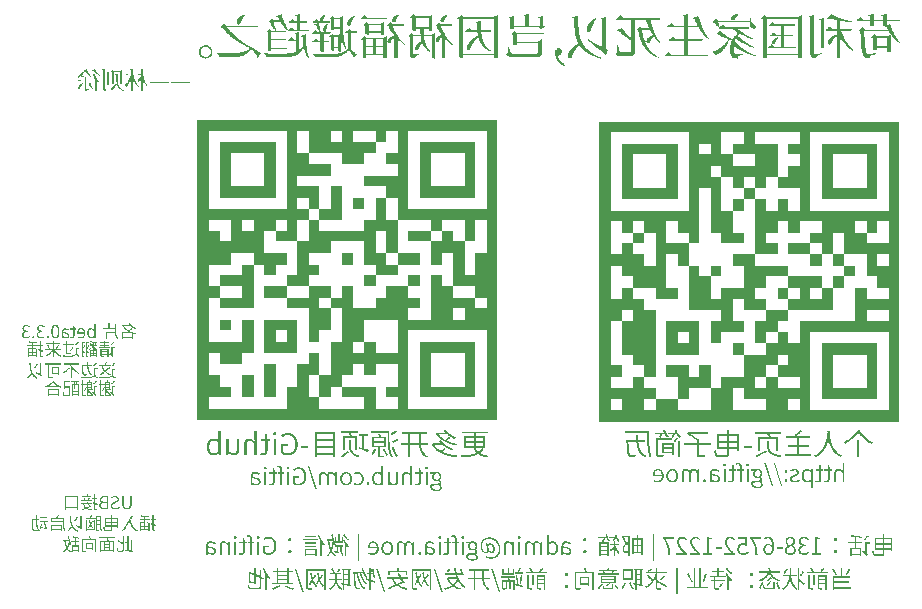
<source format=gbo>
G04 Layer: BottomSilkLayer*
G04 EasyEDA v6.3.21, 2020-02-02T17:40:02+08:00*
G04 1dbfad1c9a864778b0d2112e72029e1b,1a72cfc7dc544dba9386ef7e18e6054e,10*
G04 Gerber Generator version 0.2*
G04 Scale: 100 percent, Rotated: No, Reflected: No *
G04 Dimensions in inches *
G04 leading zeros omitted , absolute positions ,2 integer and 4 decimal *
%FSLAX24Y24*%
%MOIN*%
G90*
G70D02*


%LPD*%

%LPD*%
G36*
G01X16153Y16400D02*
G01X6153Y16400D01*
G01X6153Y6400D01*
G01X16153Y6400D01*
G01X16153Y16400D01*
G37*

%LPC*%
G36*
G01X10999Y16054D02*
G01X10614Y16054D01*
G01X10614Y15669D01*
G01X10999Y15669D01*
G01X10999Y16054D01*
G37*
G36*
G01X9153Y16054D02*
G01X6538Y16054D01*
G01X6538Y13438D01*
G01X9153Y13438D01*
G01X9153Y16054D01*
G37*
G36*
G01X15807Y16054D02*
G01X13191Y16054D01*
G01X13191Y13438D01*
G01X15807Y13438D01*
G01X15807Y16054D01*
G37*
G36*
G01X15807Y9400D02*
G01X13191Y9400D01*
G01X13191Y6785D01*
G01X15807Y6785D01*
G01X15807Y9400D01*
G37*
G36*
G01X8038Y13092D02*
G01X7653Y13092D01*
G01X7653Y12708D01*
G01X8038Y12708D01*
G01X8038Y13092D01*
G37*
G36*
G01X7268Y13092D02*
G01X6538Y13092D01*
G01X6538Y12708D01*
G01X6922Y12708D01*
G01X6922Y12361D01*
G01X7268Y12361D01*
G01X7268Y13092D01*
G37*
G36*
G01X9884Y16054D02*
G01X9499Y16054D01*
G01X9499Y15323D01*
G01X9884Y15323D01*
G01X9884Y14938D01*
G01X10614Y14938D01*
G01X10614Y14554D01*
G01X9499Y14554D01*
G01X9499Y14208D01*
G01X10230Y14208D01*
G01X10230Y13438D01*
G01X9884Y13438D01*
G01X9884Y13823D01*
G01X9499Y13823D01*
G01X9499Y13438D01*
G01X9884Y13438D01*
G01X9884Y13092D01*
G01X9499Y13092D01*
G01X9499Y12361D01*
G01X8768Y12361D01*
G01X8768Y12708D01*
G01X9153Y12708D01*
G01X9153Y13092D01*
G01X8768Y13092D01*
G01X8768Y12708D01*
G01X8384Y12708D01*
G01X8384Y11977D01*
G01X9153Y11977D01*
G01X9153Y11592D01*
G01X8768Y11592D01*
G01X8768Y11246D01*
G01X8384Y11246D01*
G01X8384Y11592D01*
G01X8038Y11592D01*
G01X8038Y11977D01*
G01X7268Y11977D01*
G01X7268Y11592D01*
G01X6538Y11592D01*
G01X6538Y10861D01*
G01X6922Y10861D01*
G01X6922Y10477D01*
G01X6538Y10477D01*
G01X6538Y9015D01*
G01X7653Y9015D01*
G01X7653Y9746D01*
G01X8038Y9746D01*
G01X8038Y8631D01*
G01X7653Y8631D01*
G01X7653Y8285D01*
G01X6922Y8285D01*
G01X6922Y8631D01*
G01X6538Y8631D01*
G01X6538Y7900D01*
G01X6922Y7900D01*
G01X6922Y7515D01*
G01X7268Y7515D01*
G01X7268Y7169D01*
G01X6538Y7169D01*
G01X6538Y6785D01*
G01X9153Y6785D01*
G01X9153Y7515D01*
G01X9499Y7515D01*
G01X9499Y8285D01*
G01X9884Y8285D01*
G01X9884Y8631D01*
G01X10230Y8631D01*
G01X10230Y7900D01*
G01X9884Y7900D01*
G01X9884Y7169D01*
G01X10230Y7169D01*
G01X10230Y6785D01*
G01X11730Y6785D01*
G01X11730Y7169D01*
G01X10999Y7169D01*
G01X10999Y7515D01*
G01X12114Y7515D01*
G01X12114Y6785D01*
G01X12845Y6785D01*
G01X12845Y7169D01*
G01X12460Y7169D01*
G01X12460Y7515D01*
G01X12845Y7515D01*
G01X12845Y8285D01*
G01X12114Y8285D01*
G01X12114Y7900D01*
G01X11730Y7900D01*
G01X11730Y8285D01*
G01X11345Y8285D01*
G01X11345Y7900D01*
G01X10999Y7900D01*
G01X10999Y7515D01*
G01X10614Y7515D01*
G01X10614Y7169D01*
G01X10230Y7169D01*
G01X10230Y7900D01*
G01X10614Y7900D01*
G01X10614Y9015D01*
G01X10999Y9015D01*
G01X10999Y10131D01*
G01X10614Y10131D01*
G01X10614Y10477D01*
G01X10999Y10477D01*
G01X10999Y10861D01*
G01X11345Y10861D01*
G01X11345Y10131D01*
G01X12114Y10131D01*
G01X12114Y10477D01*
G01X12460Y10477D01*
G01X12460Y10861D01*
G01X13191Y10861D01*
G01X13191Y10477D01*
G01X13576Y10477D01*
G01X13576Y10131D01*
G01X13191Y10131D01*
G01X13191Y9746D01*
G01X13960Y9746D01*
G01X13960Y11246D01*
G01X14307Y11246D01*
G01X14307Y10861D01*
G01X14691Y10861D01*
G01X14691Y10477D01*
G01X15422Y10477D01*
G01X15422Y10131D01*
G01X15807Y10131D01*
G01X15807Y10477D01*
G01X15422Y10477D01*
G01X15422Y10861D01*
G01X14691Y10861D01*
G01X14691Y11977D01*
G01X14307Y11977D01*
G01X14307Y11592D01*
G01X13960Y11592D01*
G01X13960Y12361D01*
G01X14307Y12361D01*
G01X14307Y12708D01*
G01X14691Y12708D01*
G01X14691Y12361D01*
G01X15076Y12361D01*
G01X15076Y11246D01*
G01X15422Y11246D01*
G01X15422Y11977D01*
G01X15807Y11977D01*
G01X15807Y13092D01*
G01X15422Y13092D01*
G01X15422Y12361D01*
G01X15076Y12361D01*
G01X15076Y13092D01*
G01X14307Y13092D01*
G01X14307Y12708D01*
G01X13960Y12708D01*
G01X13960Y13092D01*
G01X12845Y13092D01*
G01X12845Y13823D01*
G01X12460Y13823D01*
G01X12460Y14208D01*
G01X11730Y14208D01*
G01X11730Y14554D01*
G01X12845Y14554D01*
G01X12845Y14938D01*
G01X12460Y14938D01*
G01X12460Y15323D01*
G01X12845Y15323D01*
G01X12845Y16054D01*
G01X12460Y16054D01*
G01X12460Y15669D01*
G01X12114Y15669D01*
G01X12114Y16054D01*
G01X11345Y16054D01*
G01X11345Y15669D01*
G01X12114Y15669D01*
G01X12114Y15323D01*
G01X11730Y15323D01*
G01X11730Y14938D01*
G01X10999Y14938D01*
G01X10999Y15323D01*
G01X9884Y15323D01*
G01X9884Y16054D01*
G37*
G36*
G01X15076Y10131D02*
G01X14691Y10131D01*
G01X14691Y9746D01*
G01X15076Y9746D01*
G01X15076Y10131D01*
G37*
G36*
G01X12845Y9746D02*
G01X11730Y9746D01*
G01X11730Y9015D01*
G01X11345Y9015D01*
G01X11345Y8631D01*
G01X11730Y8631D01*
G01X11730Y9015D01*
G01X12114Y9015D01*
G01X12114Y8631D01*
G01X12845Y8631D01*
G01X12845Y9746D01*
G37*

%LPD*%
G36*
G01X8768Y15669D02*
G01X6922Y15669D01*
G01X6922Y13823D01*
G01X8768Y13823D01*
G01X8768Y15669D01*
G37*

%LPC*%
G36*
G01X8384Y15323D02*
G01X7268Y15323D01*
G01X7268Y14208D01*
G01X8384Y14208D01*
G01X8384Y15323D01*
G37*

%LPD*%
G36*
G01X15422Y15669D02*
G01X13576Y15669D01*
G01X13576Y13823D01*
G01X15422Y13823D01*
G01X15422Y15669D01*
G37*

%LPC*%
G36*
G01X15076Y15323D02*
G01X13960Y15323D01*
G01X13960Y14208D01*
G01X15076Y14208D01*
G01X15076Y15323D01*
G37*

%LPD*%
G36*
G01X11730Y13823D02*
G01X11345Y13823D01*
G01X11345Y13438D01*
G01X11730Y13438D01*
G01X11730Y13823D01*
G37*

%LPD*%
G36*
G01X13960Y12708D02*
G01X13191Y12708D01*
G01X13191Y12361D01*
G01X13960Y12361D01*
G01X13960Y12708D01*
G37*

%LPD*%
G36*
G01X11345Y11977D02*
G01X10999Y11977D01*
G01X10999Y11592D01*
G01X11345Y11592D01*
G01X11345Y11977D01*
G37*

%LPD*%
G36*
G01X13576Y11246D02*
G01X13191Y11246D01*
G01X13191Y10861D01*
G01X13576Y10861D01*
G01X13576Y11246D01*
G37*

%LPD*%
G36*
G01X8038Y11592D02*
G01X7653Y11592D01*
G01X7653Y11246D01*
G01X6922Y11246D01*
G01X6922Y10861D01*
G01X7653Y10861D01*
G01X7653Y10477D01*
G01X6922Y10477D01*
G01X6922Y10131D01*
G01X8038Y10131D01*
G01X8038Y11592D01*
G37*

%LPD*%
G36*
G01X7268Y9746D02*
G01X6922Y9746D01*
G01X6922Y9400D01*
G01X7268Y9400D01*
G01X7268Y9746D01*
G37*

%LPD*%
G36*
G01X10999Y14208D02*
G01X10614Y14208D01*
G01X10614Y13438D01*
G01X10230Y13438D01*
G01X10230Y13092D01*
G01X9884Y13092D01*
G01X9884Y12361D01*
G01X9499Y12361D01*
G01X9499Y11246D01*
G01X9153Y11246D01*
G01X9153Y10861D01*
G01X8384Y10861D01*
G01X8384Y10477D01*
G01X9153Y10477D01*
G01X9153Y10131D01*
G01X9884Y10131D01*
G01X9884Y9015D01*
G01X10230Y9015D01*
G01X10230Y9400D01*
G01X10614Y9400D01*
G01X10614Y10131D01*
G01X10230Y10131D01*
G01X10230Y10477D01*
G01X10614Y10477D01*
G01X10614Y10861D01*
G01X9884Y10861D01*
G01X9884Y11246D01*
G01X10230Y11246D01*
G01X10230Y11592D01*
G01X9884Y11592D01*
G01X9884Y11977D01*
G01X10614Y11977D01*
G01X10614Y12361D01*
G01X11730Y12361D01*
G01X11730Y11592D01*
G01X12114Y11592D01*
G01X12114Y11246D01*
G01X11730Y11246D01*
G01X11730Y10861D01*
G01X12114Y10861D01*
G01X12114Y11246D01*
G01X12845Y11246D01*
G01X12845Y11592D01*
G01X13576Y11592D01*
G01X13576Y11977D01*
G01X12845Y11977D01*
G01X12845Y13092D01*
G01X12460Y13092D01*
G01X12460Y13823D01*
G01X12114Y13823D01*
G01X12114Y13092D01*
G01X11730Y13092D01*
G01X11730Y12708D01*
G01X10230Y12708D01*
G01X10230Y13092D01*
G01X10999Y13092D01*
G01X10999Y14208D01*
G37*

%LPC*%
G36*
G01X9884Y10861D02*
G01X9153Y10861D01*
G01X9153Y10477D01*
G01X9884Y10477D01*
G01X9884Y10861D01*
G37*
G36*
G01X12460Y12708D02*
G01X12114Y12708D01*
G01X12114Y11977D01*
G01X12460Y11977D01*
G01X12460Y11592D01*
G01X12845Y11592D01*
G01X12845Y11977D01*
G01X12460Y11977D01*
G01X12460Y12708D01*
G37*

%LPD*%
G36*
G01X9499Y9746D02*
G01X8384Y9746D01*
G01X8384Y8631D01*
G01X9499Y8631D01*
G01X9499Y9746D01*
G37*

%LPC*%
G36*
G01X9153Y9400D02*
G01X8768Y9400D01*
G01X8768Y9015D01*
G01X9153Y9015D01*
G01X9153Y9400D01*
G37*

%LPD*%
G36*
G01X15422Y9015D02*
G01X13576Y9015D01*
G01X13576Y7169D01*
G01X15422Y7169D01*
G01X15422Y9015D01*
G37*

%LPC*%
G36*
G01X15076Y8631D02*
G01X13960Y8631D01*
G01X13960Y7515D01*
G01X15076Y7515D01*
G01X15076Y8631D01*
G37*

%LPD*%
G36*
G01X8038Y7900D02*
G01X7653Y7900D01*
G01X7653Y7169D01*
G01X8038Y7169D01*
G01X8038Y7900D01*
G37*

%LPD*%
G36*
G01X8768Y8285D02*
G01X8384Y8285D01*
G01X8384Y7169D01*
G01X8768Y7169D01*
G01X8768Y8285D01*
G37*

%LPD*%
G36*
G01X29553Y16350D02*
G01X19553Y16350D01*
G01X19553Y6350D01*
G01X29553Y6350D01*
G01X29553Y16350D01*
G37*

%LPC*%
G36*
G01X23284Y15619D02*
G01X22899Y15619D01*
G01X22899Y15273D01*
G01X23284Y15273D01*
G01X23284Y15619D01*
G37*
G36*
G01X24399Y16004D02*
G01X23630Y16004D01*
G01X23630Y15273D01*
G01X24014Y15273D01*
G01X24014Y14888D01*
G01X24745Y14888D01*
G01X24745Y15273D01*
G01X24014Y15273D01*
G01X24014Y15619D01*
G01X24399Y15619D01*
G01X24399Y16004D01*
G37*
G36*
G01X29207Y9350D02*
G01X26591Y9350D01*
G01X26591Y6735D01*
G01X29207Y6735D01*
G01X29207Y9350D01*
G37*
G36*
G01X24399Y7465D02*
G01X24014Y7465D01*
G01X24014Y6735D01*
G01X25130Y6735D01*
G01X25130Y7119D01*
G01X24399Y7119D01*
G01X24399Y7465D01*
G37*
G36*
G01X26245Y7119D02*
G01X25861Y7119D01*
G01X25861Y6735D01*
G01X26245Y6735D01*
G01X26245Y7119D01*
G37*
G36*
G01X20322Y7119D02*
G01X19938Y7119D01*
G01X19938Y6735D01*
G01X20322Y6735D01*
G01X20322Y7119D01*
G37*
G36*
G01X22553Y16004D02*
G01X19938Y16004D01*
G01X19938Y13388D01*
G01X22553Y13388D01*
G01X22553Y16004D01*
G37*
G36*
G01X29207Y16004D02*
G01X26591Y16004D01*
G01X26591Y13388D01*
G01X29207Y13388D01*
G01X29207Y16004D01*
G37*
G36*
G01X28476Y13042D02*
G01X28091Y13042D01*
G01X28091Y12658D01*
G01X28476Y12658D01*
G01X28476Y12311D01*
G01X29207Y12311D01*
G01X29207Y13042D01*
G01X28822Y13042D01*
G01X28822Y12658D01*
G01X28476Y12658D01*
G01X28476Y13042D01*
G37*
G36*
G01X29207Y11927D02*
G01X28822Y11927D01*
G01X28822Y11542D01*
G01X29207Y11542D01*
G01X29207Y11927D01*
G37*
G36*
G01X25861Y8581D02*
G01X25514Y8581D01*
G01X25514Y8235D01*
G01X25130Y8235D01*
G01X25130Y7850D01*
G01X24745Y7850D01*
G01X24745Y7465D01*
G01X25130Y7465D01*
G01X25130Y7850D01*
G01X25514Y7850D01*
G01X25514Y7465D01*
G01X26245Y7465D01*
G01X26245Y7850D01*
G01X25514Y7850D01*
G01X25514Y8235D01*
G01X25861Y8235D01*
G01X25861Y8581D01*
G37*
G36*
G01X20322Y13042D02*
G01X19938Y13042D01*
G01X19938Y11927D01*
G01X20322Y11927D01*
G01X20322Y12311D01*
G01X20668Y12311D01*
G01X20668Y11927D01*
G01X21053Y11927D01*
G01X21053Y11542D01*
G01X21438Y11542D01*
G01X21438Y12658D01*
G01X21053Y12658D01*
G01X21053Y13042D01*
G01X20668Y13042D01*
G01X20668Y12658D01*
G01X20322Y12658D01*
G01X20322Y13042D01*
G37*
G36*
G01X26245Y16004D02*
G01X24745Y16004D01*
G01X24745Y15619D01*
G01X25514Y15619D01*
G01X25514Y14504D01*
G01X25130Y14504D01*
G01X25130Y14158D01*
G01X24745Y14158D01*
G01X24745Y14504D01*
G01X24399Y14504D01*
G01X24399Y14158D01*
G01X24014Y14158D01*
G01X24014Y14504D01*
G01X23630Y14504D01*
G01X23630Y14888D01*
G01X23284Y14888D01*
G01X23284Y14504D01*
G01X23630Y14504D01*
G01X23630Y13388D01*
G01X24014Y13388D01*
G01X24014Y12658D01*
G01X24399Y12658D01*
G01X24399Y12311D01*
G01X23630Y12311D01*
G01X23630Y12658D01*
G01X23284Y12658D01*
G01X23284Y14158D01*
G01X22899Y14158D01*
G01X22899Y12311D01*
G01X22553Y12311D01*
G01X22553Y12658D01*
G01X22168Y12658D01*
G01X22168Y13042D01*
G01X21784Y13042D01*
G01X21784Y12311D01*
G01X22553Y12311D01*
G01X22553Y11542D01*
G01X22168Y11542D01*
G01X22168Y11927D01*
G01X21784Y11927D01*
G01X21784Y10811D01*
G01X22168Y10811D01*
G01X22168Y10427D01*
G01X21438Y10427D01*
G01X21438Y10811D01*
G01X20668Y10811D01*
G01X20668Y11196D01*
G01X20322Y11196D01*
G01X20322Y11542D01*
G01X19938Y11542D01*
G01X19938Y10427D01*
G01X20322Y10427D01*
G01X20322Y10811D01*
G01X20668Y10811D01*
G01X20668Y10427D01*
G01X21053Y10427D01*
G01X21053Y10081D01*
G01X21438Y10081D01*
G01X21438Y7850D01*
G01X21053Y7850D01*
G01X21053Y8235D01*
G01X20668Y8235D01*
G01X20668Y8581D01*
G01X20322Y8581D01*
G01X20322Y9696D01*
G01X20668Y9696D01*
G01X20668Y10081D01*
G01X20322Y10081D01*
G01X20322Y9696D01*
G01X19938Y9696D01*
G01X19938Y8235D01*
G01X20322Y8235D01*
G01X20322Y7850D01*
G01X19938Y7850D01*
G01X19938Y7465D01*
G01X20668Y7465D01*
G01X20668Y7850D01*
G01X21053Y7850D01*
G01X21053Y7465D01*
G01X21438Y7465D01*
G01X21438Y7119D01*
G01X21053Y7119D01*
G01X21053Y6735D01*
G01X21438Y6735D01*
G01X21438Y7119D01*
G01X22168Y7119D01*
G01X22168Y6735D01*
G01X23284Y6735D01*
G01X23284Y7465D01*
G01X23630Y7465D01*
G01X23630Y7850D01*
G01X24399Y7850D01*
G01X24399Y8581D01*
G01X25130Y8581D01*
G01X25130Y8965D01*
G01X25514Y8965D01*
G01X25514Y9350D01*
G01X25861Y9350D01*
G01X25861Y8965D01*
G01X26245Y8965D01*
G01X26245Y9696D01*
G01X28091Y9696D01*
G01X28091Y10811D01*
G01X28476Y10811D01*
G01X28476Y10427D01*
G01X29207Y10427D01*
G01X29207Y10811D01*
G01X28822Y10811D01*
G01X28822Y11196D01*
G01X28476Y11196D01*
G01X28476Y11927D01*
G01X27707Y11927D01*
G01X27707Y12658D01*
G01X27361Y12658D01*
G01X27361Y11927D01*
G01X26976Y11927D01*
G01X26976Y12311D01*
G01X26591Y12311D01*
G01X26591Y12658D01*
G01X26976Y12658D01*
G01X26976Y13042D01*
G01X26245Y13042D01*
G01X26245Y12658D01*
G01X25861Y12658D01*
G01X25861Y13042D01*
G01X25514Y13042D01*
G01X25514Y12658D01*
G01X25130Y12658D01*
G01X25130Y12311D01*
G01X25514Y12311D01*
G01X25514Y11927D01*
G01X24745Y11927D01*
G01X24745Y13773D01*
G01X25130Y13773D01*
G01X25130Y13388D01*
G01X25514Y13388D01*
G01X25514Y13773D01*
G01X25861Y13773D01*
G01X25861Y13388D01*
G01X26245Y13388D01*
G01X26245Y14158D01*
G01X25514Y14158D01*
G01X25514Y14504D01*
G01X25861Y14504D01*
G01X25861Y14888D01*
G01X26245Y14888D01*
G01X26245Y15273D01*
G01X25861Y15273D01*
G01X25861Y15619D01*
G01X26245Y15619D01*
G01X26245Y16004D01*
G37*
G36*
G01X29207Y10081D02*
G01X28476Y10081D01*
G01X28476Y9696D01*
G01X29207Y9696D01*
G01X29207Y10081D01*
G37*

%LPD*%
G36*
G01X22168Y15619D02*
G01X20322Y15619D01*
G01X20322Y13773D01*
G01X22168Y13773D01*
G01X22168Y15619D01*
G37*

%LPC*%
G36*
G01X21784Y15273D02*
G01X20668Y15273D01*
G01X20668Y14158D01*
G01X21784Y14158D01*
G01X21784Y15273D01*
G37*

%LPD*%
G36*
G01X28822Y15619D02*
G01X26976Y15619D01*
G01X26976Y13773D01*
G01X28822Y13773D01*
G01X28822Y15619D01*
G37*

%LPC*%
G36*
G01X28476Y15273D02*
G01X27361Y15273D01*
G01X27361Y14158D01*
G01X28476Y14158D01*
G01X28476Y15273D01*
G37*

%LPD*%
G36*
G01X24745Y14158D02*
G01X24399Y14158D01*
G01X24399Y13773D01*
G01X24014Y13773D01*
G01X24014Y13388D01*
G01X24399Y13388D01*
G01X24399Y13773D01*
G01X24745Y13773D01*
G01X24745Y14158D01*
G37*

%LPD*%
G36*
G01X21053Y12658D02*
G01X20668Y12658D01*
G01X20668Y12311D01*
G01X21053Y12311D01*
G01X21053Y12658D01*
G37*

%LPD*%
G36*
G01X26591Y12311D02*
G01X25861Y12311D01*
G01X25861Y11927D01*
G01X26591Y11927D01*
G01X26591Y11542D01*
G01X26976Y11542D01*
G01X26976Y11927D01*
G01X26591Y11927D01*
G01X26591Y12311D01*
G37*

%LPD*%
G36*
G01X24745Y11927D02*
G01X24014Y11927D01*
G01X24014Y11542D01*
G01X24399Y11542D01*
G01X24399Y10811D01*
G01X23630Y10811D01*
G01X23630Y10427D01*
G01X23284Y10427D01*
G01X23284Y11196D01*
G01X23630Y11196D01*
G01X23630Y11542D01*
G01X23284Y11542D01*
G01X23284Y11196D01*
G01X22899Y11196D01*
G01X22899Y11542D01*
G01X22553Y11542D01*
G01X22553Y10081D01*
G01X23630Y10081D01*
G01X23630Y9696D01*
G01X23284Y9696D01*
G01X23284Y8965D01*
G01X23630Y8965D01*
G01X23630Y9350D01*
G01X24399Y9350D01*
G01X24399Y9696D01*
G01X24014Y9696D01*
G01X24014Y10427D01*
G01X24399Y10427D01*
G01X24399Y10081D01*
G01X25130Y10081D01*
G01X25130Y9696D01*
G01X24745Y9696D01*
G01X24745Y8965D01*
G01X25130Y8965D01*
G01X25130Y9350D01*
G01X25514Y9350D01*
G01X25514Y9696D01*
G01X25861Y9696D01*
G01X25861Y10081D01*
G01X27361Y10081D01*
G01X27361Y10811D01*
G01X27707Y10811D01*
G01X27707Y11196D01*
G01X28091Y11196D01*
G01X28091Y11542D01*
G01X27707Y11542D01*
G01X27707Y11927D01*
G01X27361Y11927D01*
G01X27361Y11542D01*
G01X27707Y11542D01*
G01X27707Y11196D01*
G01X27361Y11196D01*
G01X27361Y10811D01*
G01X26976Y10811D01*
G01X26976Y11196D01*
G01X25861Y11196D01*
G01X25861Y11542D01*
G01X24745Y11542D01*
G01X24745Y11927D01*
G37*

%LPC*%
G36*
G01X26976Y10811D02*
G01X26591Y10811D01*
G01X26591Y10427D01*
G01X26976Y10427D01*
G01X26976Y10811D01*
G37*
G36*
G01X25861Y11196D02*
G01X25130Y11196D01*
G01X25130Y10811D01*
G01X24745Y10811D01*
G01X24745Y10427D01*
G01X25130Y10427D01*
G01X25130Y10081D01*
G01X25861Y10081D01*
G01X25861Y10427D01*
G01X26245Y10427D01*
G01X26245Y10811D01*
G01X25861Y10811D01*
G01X25861Y11196D01*
G37*

%LPD*%
G36*
G01X25861Y10811D02*
G01X25514Y10811D01*
G01X25514Y10427D01*
G01X25861Y10427D01*
G01X25861Y10811D01*
G37*

%LPD*%
G36*
G01X24399Y8965D02*
G01X24014Y8965D01*
G01X24014Y8581D01*
G01X24399Y8581D01*
G01X24399Y8965D01*
G37*

%LPD*%
G36*
G01X22899Y9696D02*
G01X21784Y9696D01*
G01X21784Y8581D01*
G01X22899Y8581D01*
G01X22899Y9696D01*
G37*

%LPC*%
G36*
G01X22553Y9350D02*
G01X22168Y9350D01*
G01X22168Y8965D01*
G01X22553Y8965D01*
G01X22553Y9350D01*
G37*

%LPD*%
G36*
G01X28822Y8965D02*
G01X26976Y8965D01*
G01X26976Y7119D01*
G01X28822Y7119D01*
G01X28822Y8965D01*
G37*

%LPC*%
G36*
G01X28476Y8581D02*
G01X27361Y8581D01*
G01X27361Y7465D01*
G01X28476Y7465D01*
G01X28476Y8581D01*
G37*

%LPD*%
G36*
G01X22553Y8235D02*
G01X21784Y8235D01*
G01X21784Y7850D01*
G01X22168Y7850D01*
G01X22168Y7119D01*
G01X22553Y7119D01*
G01X22553Y7465D01*
G01X23284Y7465D01*
G01X23284Y8235D01*
G01X22899Y8235D01*
G01X22899Y7850D01*
G01X22553Y7850D01*
G01X22553Y8235D01*
G37*

%LPD*%

%LPD*%
G36*
G01X2673Y2316D02*
G01X2439Y2316D01*
G01X2439Y2120D01*
G01X2636Y2120D01*
G01X2636Y2077D01*
G01X2673Y2077D01*
G01X2673Y2316D01*
G37*

%LPC*%
G36*
G01X2636Y2280D02*
G01X2477Y2280D01*
G01X2477Y2156D01*
G01X2636Y2156D01*
G01X2636Y2280D01*
G37*

%LPD*%
G36*
G01X3707Y2541D02*
G01X3666Y2541D01*
G01X3666Y2320D01*
G01X3647Y2330D01*
G01X3628Y2341D01*
G01X3610Y2353D01*
G01X3592Y2364D01*
G01X3575Y2376D01*
G01X3559Y2387D01*
G01X3544Y2399D01*
G01X3531Y2410D01*
G01X3498Y2379D01*
G01X3516Y2366D01*
G01X3556Y2340D01*
G01X3577Y2327D01*
G01X3599Y2315D01*
G01X3622Y2302D01*
G01X3644Y2290D01*
G01X3666Y2279D01*
G01X3666Y2091D01*
G01X3665Y2072D01*
G01X3660Y2060D01*
G01X3651Y2055D01*
G01X3635Y2053D01*
G01X3548Y2053D01*
G01X3532Y2058D01*
G01X3523Y2075D01*
G01X3518Y2108D01*
G01X3515Y2161D01*
G01X3506Y2156D01*
G01X3486Y2146D01*
G01X3477Y2143D01*
G01X3479Y2110D01*
G01X3483Y2083D01*
G01X3487Y2061D01*
G01X3494Y2043D01*
G01X3502Y2030D01*
G01X3513Y2022D01*
G01X3528Y2017D01*
G01X3545Y2015D01*
G01X3639Y2015D01*
G01X3672Y2018D01*
G01X3693Y2031D01*
G01X3704Y2054D01*
G01X3707Y2092D01*
G01X3707Y2541D01*
G37*

%LPD*%
G36*
G01X3867Y2541D02*
G01X3827Y2541D01*
G01X3827Y2356D01*
G01X3738Y2356D01*
G01X3738Y2317D01*
G01X3827Y2317D01*
G01X3827Y2080D01*
G01X3805Y2084D01*
G01X3782Y2088D01*
G01X3738Y2096D01*
G01X3735Y2057D01*
G01X3787Y2047D01*
G01X3812Y2042D01*
G01X3838Y2037D01*
G01X3863Y2032D01*
G01X3888Y2028D01*
G01X3912Y2023D01*
G01X3936Y2019D01*
G01X3958Y2015D01*
G01X3980Y2010D01*
G01X4001Y2007D01*
G01X4020Y2003D01*
G01X4027Y2046D01*
G01X4016Y2048D01*
G01X4004Y2050D01*
G01X3978Y2054D01*
G01X3978Y2421D01*
G01X3939Y2421D01*
G01X3939Y2060D01*
G01X3867Y2073D01*
G01X3867Y2541D01*
G37*

%LPD*%
G36*
G01X2029Y2532D02*
G01X2009Y2539D01*
G01X1976Y2509D01*
G01X1998Y2502D01*
G01X2021Y2495D01*
G01X2047Y2488D01*
G01X2074Y2482D01*
G01X2074Y2371D01*
G01X1957Y2371D01*
G01X1957Y2333D01*
G01X2074Y2333D01*
G01X2074Y2228D01*
G01X1978Y2228D01*
G01X1978Y2013D01*
G01X2019Y2013D01*
G01X2019Y2038D01*
G01X2171Y2038D01*
G01X2171Y2000D01*
G01X2210Y2000D01*
G01X2210Y2228D01*
G01X2114Y2228D01*
G01X2114Y2333D01*
G01X2228Y2333D01*
G01X2228Y2371D01*
G01X2114Y2371D01*
G01X2114Y2474D01*
G01X2160Y2466D01*
G01X2182Y2463D01*
G01X2204Y2459D01*
G01X2206Y2467D01*
G01X2210Y2475D01*
G01X2213Y2483D01*
G01X2217Y2491D01*
G01X2189Y2496D01*
G01X2160Y2501D01*
G01X2131Y2507D01*
G01X2103Y2513D01*
G01X2076Y2519D01*
G01X2051Y2526D01*
G01X2029Y2532D01*
G37*

%LPC*%
G36*
G01X2171Y2191D02*
G01X2019Y2191D01*
G01X2019Y2075D01*
G01X2171Y2075D01*
G01X2171Y2191D01*
G37*

%LPD*%
G36*
G01X1885Y2515D02*
G01X1881Y2541D01*
G01X1843Y2535D01*
G01X1848Y2507D01*
G01X1854Y2479D01*
G01X1866Y2425D01*
G01X1684Y2425D01*
G01X1684Y2387D01*
G01X1732Y2387D01*
G01X1738Y2341D01*
G01X1746Y2297D01*
G01X1750Y2276D01*
G01X1760Y2236D01*
G01X1772Y2198D01*
G01X1779Y2180D01*
G01X1786Y2163D01*
G01X1794Y2146D01*
G01X1783Y2128D01*
G01X1770Y2111D01*
G01X1757Y2095D01*
G01X1744Y2080D01*
G01X1730Y2066D01*
G01X1715Y2053D01*
G01X1699Y2042D01*
G01X1683Y2032D01*
G01X1690Y2025D01*
G01X1698Y2016D01*
G01X1705Y2007D01*
G01X1711Y1999D01*
G01X1726Y2009D01*
G01X1741Y2021D01*
G01X1755Y2033D01*
G01X1768Y2046D01*
G01X1781Y2060D01*
G01X1794Y2075D01*
G01X1806Y2091D01*
G01X1817Y2107D01*
G01X1829Y2089D01*
G01X1843Y2072D01*
G01X1857Y2056D01*
G01X1873Y2041D01*
G01X1889Y2027D01*
G01X1907Y2015D01*
G01X1926Y2004D01*
G01X1946Y1995D01*
G01X1952Y2003D01*
G01X1959Y2012D01*
G01X1966Y2020D01*
G01X1974Y2027D01*
G01X1952Y2037D01*
G01X1932Y2048D01*
G01X1913Y2060D01*
G01X1896Y2074D01*
G01X1879Y2090D01*
G01X1865Y2106D01*
G01X1851Y2124D01*
G01X1838Y2144D01*
G01X1848Y2164D01*
G01X1857Y2184D01*
G01X1866Y2205D01*
G01X1882Y2249D01*
G01X1890Y2272D01*
G01X1897Y2296D01*
G01X1903Y2320D01*
G01X1921Y2284D01*
G01X1931Y2268D01*
G01X1941Y2253D01*
G01X1947Y2259D01*
G01X1955Y2266D01*
G01X1964Y2273D01*
G01X1971Y2279D01*
G01X1960Y2295D01*
G01X1950Y2313D01*
G01X1940Y2332D01*
G01X1931Y2352D01*
G01X1923Y2373D01*
G01X1915Y2395D01*
G01X1908Y2417D01*
G01X1901Y2441D01*
G01X1896Y2465D01*
G01X1890Y2490D01*
G01X1885Y2515D01*
G37*

%LPC*%
G36*
G01X1877Y2387D02*
G01X1767Y2387D01*
G01X1771Y2359D01*
G01X1776Y2331D01*
G01X1781Y2304D01*
G01X1793Y2254D01*
G01X1800Y2230D01*
G01X1808Y2207D01*
G01X1817Y2185D01*
G01X1837Y2229D01*
G01X1846Y2253D01*
G01X1854Y2277D01*
G01X1861Y2301D01*
G01X1868Y2326D01*
G01X1875Y2352D01*
G01X1880Y2378D01*
G01X1877Y2387D01*
G37*

%LPD*%
G36*
G01X2599Y2518D02*
G01X2591Y2543D01*
G01X2542Y2534D01*
G01X2553Y2510D01*
G01X2564Y2485D01*
G01X2575Y2461D01*
G01X2586Y2438D01*
G01X2315Y2438D01*
G01X2315Y2050D01*
G01X2317Y2032D01*
G01X2321Y2018D01*
G01X2330Y2009D01*
G01X2342Y2002D01*
G01X2361Y1998D01*
G01X2385Y1996D01*
G01X2416Y1995D01*
G01X2454Y1995D01*
G01X2456Y2004D01*
G01X2464Y2026D01*
G01X2469Y2036D01*
G01X2436Y2035D01*
G01X2370Y2035D01*
G01X2363Y2036D01*
G01X2358Y2038D01*
G01X2356Y2043D01*
G01X2355Y2050D01*
G01X2355Y2399D01*
G01X2755Y2399D01*
G01X2755Y1995D01*
G01X2795Y1995D01*
G01X2795Y2438D01*
G01X2630Y2438D01*
G01X2619Y2464D01*
G01X2608Y2491D01*
G01X2599Y2518D01*
G37*

%LPD*%
G36*
G01X3419Y2500D02*
G01X2892Y2500D01*
G01X2892Y2462D01*
G01X3140Y2462D01*
G01X3158Y2402D01*
G01X3165Y2383D01*
G01X2922Y2383D01*
G01X2922Y1994D01*
G01X2962Y1994D01*
G01X2962Y2026D01*
G01X3353Y2026D01*
G01X3353Y1994D01*
G01X3392Y1994D01*
G01X3392Y2383D01*
G01X3206Y2383D01*
G01X3200Y2402D01*
G01X3190Y2442D01*
G01X3186Y2462D01*
G01X3419Y2462D01*
G01X3419Y2500D01*
G37*

%LPC*%
G36*
G01X3056Y2346D02*
G01X2962Y2346D01*
G01X2962Y2063D01*
G01X3056Y2063D01*
G01X3056Y2346D01*
G37*
G36*
G01X3226Y2346D02*
G01X3093Y2346D01*
G01X3093Y2276D01*
G01X3226Y2276D01*
G01X3226Y2346D01*
G37*
G36*
G01X3226Y2243D02*
G01X3093Y2243D01*
G01X3093Y2171D01*
G01X3226Y2171D01*
G01X3226Y2243D01*
G37*
G36*
G01X3226Y2138D02*
G01X3093Y2138D01*
G01X3093Y2063D01*
G01X3226Y2063D01*
G01X3226Y2138D01*
G37*
G36*
G01X3353Y2346D02*
G01X3263Y2346D01*
G01X3263Y2063D01*
G01X3353Y2063D01*
G01X3353Y2346D01*
G37*

%LPD*%

%LPD*%
G36*
G01X1146Y3192D02*
G01X917Y3192D01*
G01X917Y3156D01*
G01X1146Y3156D01*
G01X1146Y3192D01*
G37*

%LPD*%
G36*
G01X2658Y3230D02*
G01X2623Y3241D01*
G01X2611Y3220D01*
G01X2599Y3197D01*
G01X2587Y3175D01*
G01X2579Y3156D01*
G01X2600Y3148D01*
G01X2440Y3148D01*
G01X2440Y3110D01*
G01X2773Y3110D01*
G01X2773Y3148D01*
G01X2618Y3148D01*
G01X2626Y3167D01*
G01X2636Y3188D01*
G01X2658Y3230D01*
G37*

%LPD*%
G36*
G01X2176Y3168D02*
G01X2143Y3186D01*
G01X2130Y3169D01*
G01X2116Y3151D01*
G01X2090Y3115D01*
G01X2078Y3096D01*
G01X2068Y3079D01*
G01X2059Y3062D01*
G01X2051Y3047D01*
G01X2087Y3026D01*
G01X2094Y3041D01*
G01X2103Y3058D01*
G01X2113Y3076D01*
G01X2137Y3114D01*
G01X2150Y3133D01*
G01X2163Y3151D01*
G01X2176Y3168D01*
G37*

%LPD*%
G36*
G01X2572Y3064D02*
G01X2563Y3096D01*
G01X2529Y3089D01*
G01X2535Y3069D01*
G01X2540Y3049D01*
G01X2547Y3030D01*
G01X2553Y3011D01*
G01X2567Y2975D01*
G01X2575Y2957D01*
G01X2583Y2940D01*
G01X2564Y2911D01*
G01X2547Y2884D01*
G01X2532Y2859D01*
G01X2520Y2837D01*
G01X2549Y2814D01*
G01X2559Y2834D01*
G01X2571Y2856D01*
G01X2585Y2880D01*
G01X2601Y2905D01*
G01X2619Y2874D01*
G01X2639Y2845D01*
G01X2659Y2818D01*
G01X2681Y2793D01*
G01X2701Y2813D01*
G01X2708Y2819D01*
G01X2684Y2844D01*
G01X2662Y2872D01*
G01X2641Y2904D01*
G01X2622Y2937D01*
G01X2642Y2966D01*
G01X2663Y2995D01*
G01X2684Y3022D01*
G01X2704Y3048D01*
G01X2678Y3068D01*
G01X2642Y3022D01*
G01X2624Y2998D01*
G01X2606Y2973D01*
G01X2593Y3002D01*
G01X2582Y3033D01*
G01X2572Y3064D01*
G37*

%LPD*%
G36*
G01X1169Y3049D02*
G01X906Y3049D01*
G01X906Y3012D01*
G01X1043Y3012D01*
G01X1050Y2987D01*
G01X1056Y2962D01*
G01X1064Y2938D01*
G01X1072Y2913D01*
G01X1080Y2890D01*
G01X1088Y2866D01*
G01X1097Y2844D01*
G01X1106Y2823D01*
G01X956Y2854D01*
G01X965Y2878D01*
G01X974Y2903D01*
G01X984Y2926D01*
G01X993Y2949D01*
G01X959Y2958D01*
G01X950Y2937D01*
G01X942Y2915D01*
G01X933Y2892D01*
G01X924Y2870D01*
G01X916Y2848D01*
G01X909Y2827D01*
G01X903Y2808D01*
G01X898Y2791D01*
G01X933Y2779D01*
G01X936Y2788D01*
G01X938Y2798D01*
G01X942Y2809D01*
G01X945Y2820D01*
G01X1002Y2808D01*
G01X1046Y2798D01*
G01X1080Y2790D01*
G01X1105Y2784D01*
G01X1123Y2780D01*
G01X1135Y2776D01*
G01X1143Y2773D01*
G01X1148Y2770D01*
G01X1151Y2778D01*
G01X1154Y2788D01*
G01X1158Y2799D01*
G01X1161Y2808D01*
G01X1154Y2812D01*
G01X1148Y2821D01*
G01X1141Y2833D01*
G01X1134Y2849D01*
G01X1130Y2859D01*
G01X1125Y2873D01*
G01X1118Y2891D01*
G01X1112Y2911D01*
G01X1105Y2934D01*
G01X1098Y2959D01*
G01X1091Y2985D01*
G01X1085Y3012D01*
G01X1169Y3012D01*
G01X1169Y3049D01*
G37*

%LPD*%
G36*
G01X2304Y3194D02*
G01X2262Y3194D01*
G01X2262Y2834D01*
G01X2118Y2900D01*
G01X2117Y2890D01*
G01X2111Y2870D01*
G01X2108Y2862D01*
G01X2166Y2835D01*
G01X2212Y2813D01*
G01X2290Y2774D01*
G01X2302Y2767D01*
G01X2310Y2761D01*
G01X2316Y2756D01*
G01X2320Y2764D01*
G01X2326Y2773D01*
G01X2333Y2782D01*
G01X2339Y2789D01*
G01X2329Y2796D01*
G01X2317Y2807D01*
G01X2308Y2822D01*
G01X2304Y2841D01*
G01X2304Y3194D01*
G37*

%LPD*%
G36*
G01X3330Y3241D02*
G01X3288Y3241D01*
G01X3288Y3155D01*
G01X3087Y3155D01*
G01X3087Y2858D01*
G01X3288Y2858D01*
G01X3288Y2788D01*
G01X3287Y2767D01*
G01X3280Y2754D01*
G01X3267Y2748D01*
G01X3245Y2746D01*
G01X3113Y2746D01*
G01X3093Y2750D01*
G01X3080Y2766D01*
G01X3073Y2796D01*
G01X3069Y2844D01*
G01X3060Y2839D01*
G01X3050Y2834D01*
G01X3039Y2830D01*
G01X3029Y2827D01*
G01X3032Y2796D01*
G01X3036Y2770D01*
G01X3042Y2749D01*
G01X3050Y2733D01*
G01X3060Y2721D01*
G01X3073Y2712D01*
G01X3090Y2708D01*
G01X3111Y2706D01*
G01X3247Y2706D01*
G01X3269Y2707D01*
G01X3287Y2710D01*
G01X3301Y2715D01*
G01X3312Y2723D01*
G01X3321Y2733D01*
G01X3326Y2748D01*
G01X3329Y2766D01*
G01X3330Y2788D01*
G01X3330Y2858D01*
G01X3483Y2858D01*
G01X3483Y2820D01*
G01X3525Y2820D01*
G01X3525Y3155D01*
G01X3330Y3155D01*
G01X3330Y3241D01*
G37*

%LPC*%
G36*
G01X3288Y2988D02*
G01X3128Y2988D01*
G01X3128Y2896D01*
G01X3288Y2896D01*
G01X3288Y2988D01*
G37*
G36*
G01X3483Y2988D02*
G01X3330Y2988D01*
G01X3330Y2896D01*
G01X3483Y2896D01*
G01X3483Y2988D01*
G37*
G36*
G01X3483Y3116D02*
G01X3330Y3116D01*
G01X3330Y3025D01*
G01X3483Y3025D01*
G01X3483Y3116D01*
G37*
G36*
G01X3288Y3116D02*
G01X3128Y3116D01*
G01X3128Y3025D01*
G01X3288Y3025D01*
G01X3288Y3116D01*
G37*

%LPD*%
G36*
G01X4023Y3193D02*
G01X3999Y3227D01*
G01X3961Y3197D01*
G01X3945Y3180D01*
G01X3929Y3164D01*
G01X3915Y3146D01*
G01X3901Y3129D01*
G01X3877Y3093D01*
G01X3866Y3074D01*
G01X3836Y3017D01*
G01X3827Y2998D01*
G01X3808Y2960D01*
G01X3798Y2941D01*
G01X3788Y2923D01*
G01X3778Y2904D01*
G01X3756Y2868D01*
G01X3744Y2851D01*
G01X3731Y2834D01*
G01X3717Y2818D01*
G01X3702Y2802D01*
G01X3686Y2786D01*
G01X3669Y2772D01*
G01X3650Y2758D01*
G01X3629Y2745D01*
G01X3635Y2736D01*
G01X3645Y2712D01*
G01X3648Y2701D01*
G01X3673Y2716D01*
G01X3696Y2733D01*
G01X3717Y2751D01*
G01X3736Y2770D01*
G01X3753Y2790D01*
G01X3770Y2811D01*
G01X3798Y2855D01*
G01X3824Y2901D01*
G01X3836Y2924D01*
G01X3859Y2971D01*
G01X3871Y2995D01*
G01X3895Y3041D01*
G01X3904Y3012D01*
G01X3914Y2984D01*
G01X3924Y2957D01*
G01X3935Y2931D01*
G01X3947Y2906D01*
G01X3960Y2882D01*
G01X3974Y2859D01*
G01X3988Y2837D01*
G01X4004Y2816D01*
G01X4020Y2797D01*
G01X4038Y2778D01*
G01X4056Y2760D01*
G01X4076Y2743D01*
G01X4096Y2727D01*
G01X4118Y2712D01*
G01X4140Y2698D01*
G01X4147Y2705D01*
G01X4167Y2723D01*
G01X4176Y2730D01*
G01X4156Y2741D01*
G01X4137Y2753D01*
G01X4119Y2765D01*
G01X4102Y2779D01*
G01X4070Y2807D01*
G01X4055Y2823D01*
G01X4041Y2839D01*
G01X4028Y2856D01*
G01X4016Y2874D01*
G01X4004Y2893D01*
G01X3993Y2912D01*
G01X3982Y2932D01*
G01X3973Y2953D01*
G01X3955Y2997D01*
G01X3947Y3021D01*
G01X3933Y3069D01*
G01X3927Y3095D01*
G01X3948Y3122D01*
G01X3970Y3147D01*
G01X3995Y3171D01*
G01X4023Y3193D01*
G37*

%LPD*%
G36*
G01X1639Y2925D02*
G01X1276Y2925D01*
G01X1276Y2698D01*
G01X1316Y2698D01*
G01X1316Y2737D01*
G01X1600Y2737D01*
G01X1600Y2697D01*
G01X1639Y2697D01*
G01X1639Y2925D01*
G37*

%LPC*%
G36*
G01X1600Y2888D02*
G01X1316Y2888D01*
G01X1316Y2774D01*
G01X1600Y2774D01*
G01X1600Y2888D01*
G37*

%LPD*%
G36*
G01X2494Y3065D02*
G01X2457Y3065D01*
G01X2457Y2696D01*
G01X2494Y2696D01*
G01X2494Y2729D01*
G01X2758Y2729D01*
G01X2758Y3062D01*
G01X2720Y3062D01*
G01X2720Y2766D01*
G01X2494Y2766D01*
G01X2494Y3065D01*
G37*

%LPD*%
G36*
G01X4703Y3241D02*
G01X4665Y3241D01*
G01X4665Y3119D01*
G01X4606Y3119D01*
G01X4606Y3082D01*
G01X4665Y3082D01*
G01X4665Y2954D01*
G01X4603Y2972D01*
G01X4598Y2936D01*
G01X4665Y2915D01*
G01X4665Y2742D01*
G01X4666Y2728D01*
G01X4669Y2718D01*
G01X4674Y2710D01*
G01X4682Y2703D01*
G01X4693Y2699D01*
G01X4707Y2697D01*
G01X4724Y2696D01*
G01X4745Y2696D01*
G01X4749Y2714D01*
G01X4753Y2724D01*
G01X4757Y2733D01*
G01X4708Y2733D01*
G01X4705Y2735D01*
G01X4704Y2738D01*
G01X4703Y2742D01*
G01X4703Y2903D01*
G01X4721Y2898D01*
G01X4769Y2883D01*
G01X4778Y2922D01*
G01X4762Y2926D01*
G01X4724Y2936D01*
G01X4703Y2942D01*
G01X4703Y3082D01*
G01X4767Y3082D01*
G01X4767Y3119D01*
G01X4703Y3119D01*
G01X4703Y3241D01*
G37*

%LPD*%
G36*
G01X808Y3231D02*
G01X769Y3231D01*
G01X769Y3199D01*
G01X770Y3167D01*
G01X770Y3134D01*
G01X771Y3102D01*
G01X639Y3102D01*
G01X639Y3081D01*
G01X641Y3037D01*
G01X642Y2996D01*
G01X644Y2959D01*
G01X645Y2925D01*
G01X647Y2895D01*
G01X649Y2867D01*
G01X651Y2842D01*
G01X653Y2820D01*
G01X655Y2801D01*
G01X657Y2784D01*
G01X660Y2769D01*
G01X662Y2757D01*
G01X665Y2746D01*
G01X668Y2737D01*
G01X671Y2730D01*
G01X675Y2724D01*
G01X685Y2715D01*
G01X694Y2709D01*
G01X705Y2705D01*
G01X717Y2703D01*
G01X734Y2702D01*
G01X754Y2702D01*
G01X777Y2703D01*
G01X801Y2705D01*
G01X802Y2714D01*
G01X808Y2734D01*
G01X813Y2744D01*
G01X788Y2742D01*
G01X765Y2740D01*
G01X727Y2740D01*
G01X720Y2741D01*
G01X715Y2744D01*
G01X710Y2749D01*
G01X706Y2755D01*
G01X703Y2764D01*
G01X700Y2775D01*
G01X696Y2790D01*
G01X694Y2809D01*
G01X691Y2832D01*
G01X689Y2859D01*
G01X687Y2890D01*
G01X685Y2926D01*
G01X683Y2967D01*
G01X681Y3013D01*
G01X679Y3064D01*
G01X773Y3064D01*
G01X775Y3036D01*
G01X777Y3009D01*
G01X780Y2982D01*
G01X783Y2956D01*
G01X787Y2930D01*
G01X792Y2904D01*
G01X798Y2880D01*
G01X804Y2855D01*
G01X812Y2832D01*
G01X820Y2810D01*
G01X830Y2788D01*
G01X840Y2767D01*
G01X852Y2748D01*
G01X865Y2729D01*
G01X879Y2711D01*
G01X895Y2695D01*
G01X902Y2703D01*
G01X910Y2711D01*
G01X918Y2718D01*
G01X926Y2723D01*
G01X911Y2738D01*
G01X898Y2754D01*
G01X886Y2771D01*
G01X875Y2789D01*
G01X865Y2808D01*
G01X856Y2828D01*
G01X848Y2849D01*
G01X841Y2871D01*
G01X835Y2893D01*
G01X830Y2916D01*
G01X825Y2940D01*
G01X821Y2964D01*
G01X818Y2988D01*
G01X814Y3038D01*
G01X812Y3064D01*
G01X899Y3064D01*
G01X899Y3102D01*
G01X810Y3102D01*
G01X809Y3134D01*
G01X809Y3167D01*
G01X808Y3199D01*
G01X808Y3231D01*
G37*

%LPD*%
G36*
G01X4306Y3232D02*
G01X4289Y3237D01*
G01X4268Y3204D01*
G01X4295Y3197D01*
G01X4324Y3190D01*
G01X4357Y3185D01*
G01X4391Y3180D01*
G01X4391Y3101D01*
G01X4236Y3101D01*
G01X4236Y3064D01*
G01X4391Y3064D01*
G01X4391Y2762D01*
G01X4293Y2762D01*
G01X4293Y2850D01*
G01X4365Y2850D01*
G01X4365Y2885D01*
G01X4293Y2885D01*
G01X4293Y2963D01*
G01X4367Y2963D01*
G01X4367Y2998D01*
G01X4257Y2998D01*
G01X4257Y2694D01*
G01X4293Y2694D01*
G01X4293Y2726D01*
G01X4530Y2726D01*
G01X4530Y2695D01*
G01X4566Y2695D01*
G01X4566Y2984D01*
G01X4542Y2991D01*
G01X4517Y3000D01*
G01X4494Y3009D01*
G01X4475Y3018D01*
G01X4454Y2986D01*
G01X4472Y2979D01*
G01X4510Y2967D01*
G01X4530Y2961D01*
G01X4530Y2884D01*
G01X4454Y2884D01*
G01X4454Y2850D01*
G01X4530Y2850D01*
G01X4530Y2762D01*
G01X4428Y2762D01*
G01X4428Y3064D01*
G01X4582Y3064D01*
G01X4582Y3101D01*
G01X4428Y3101D01*
G01X4428Y3176D01*
G01X4460Y3173D01*
G01X4491Y3170D01*
G01X4551Y3166D01*
G01X4555Y3182D01*
G01X4559Y3190D01*
G01X4562Y3198D01*
G01X4514Y3202D01*
G01X4464Y3206D01*
G01X4414Y3212D01*
G01X4390Y3215D01*
G01X4367Y3219D01*
G01X4345Y3223D01*
G01X4325Y3227D01*
G01X4306Y3232D01*
G37*

%LPD*%
G36*
G01X1539Y3231D02*
G01X1502Y3242D01*
G01X1490Y3222D01*
G01X1479Y3201D01*
G01X1469Y3182D01*
G01X1461Y3164D01*
G01X1485Y3155D01*
G01X1286Y3155D01*
G01X1286Y2993D01*
G01X1668Y2993D01*
G01X1670Y2945D01*
G01X1676Y2893D01*
G01X1680Y2867D01*
G01X1685Y2840D01*
G01X1691Y2814D01*
G01X1699Y2788D01*
G01X1709Y2763D01*
G01X1720Y2738D01*
G01X1732Y2715D01*
G01X1747Y2693D01*
G01X1762Y2708D01*
G01X1771Y2716D01*
G01X1779Y2721D01*
G01X1765Y2743D01*
G01X1752Y2766D01*
G01X1742Y2791D01*
G01X1733Y2816D01*
G01X1726Y2841D01*
G01X1721Y2866D01*
G01X1716Y2892D01*
G01X1713Y2917D01*
G01X1711Y2942D01*
G01X1710Y2967D01*
G01X1709Y2990D01*
G01X1709Y3155D01*
G01X1502Y3155D01*
G01X1510Y3173D01*
G01X1519Y3192D01*
G01X1529Y3212D01*
G01X1539Y3231D01*
G37*

%LPC*%
G36*
G01X1668Y3118D02*
G01X1325Y3118D01*
G01X1325Y3030D01*
G01X1668Y3030D01*
G01X1668Y3118D01*
G37*

%LPD*%
G36*
G01X2947Y3220D02*
G01X2795Y3220D01*
G01X2795Y2743D01*
G01X2796Y2730D01*
G01X2799Y2720D01*
G01X2804Y2712D01*
G01X2811Y2707D01*
G01X2821Y2703D01*
G01X2834Y2701D01*
G01X2851Y2700D01*
G01X2871Y2700D01*
G01X2872Y2708D01*
G01X2875Y2717D01*
G01X2878Y2727D01*
G01X2882Y2735D01*
G01X2833Y2735D01*
G01X2831Y2737D01*
G01X2830Y2740D01*
G01X2829Y2744D01*
G01X2829Y2906D01*
G01X2914Y2906D01*
G01X2918Y2850D01*
G01X2926Y2794D01*
G01X2931Y2767D01*
G01X2937Y2740D01*
G01X2945Y2715D01*
G01X2954Y2692D01*
G01X2960Y2698D01*
G01X2968Y2704D01*
G01X2977Y2710D01*
G01X2984Y2714D01*
G01X2976Y2735D01*
G01X2969Y2758D01*
G01X2959Y2806D01*
G01X2955Y2831D01*
G01X2953Y2856D01*
G01X2950Y2881D01*
G01X2948Y2931D01*
G01X2948Y2955D01*
G01X2947Y2978D01*
G01X2947Y3220D01*
G37*

%LPC*%
G36*
G01X2912Y3187D02*
G01X2829Y3187D01*
G01X2829Y3079D01*
G01X2912Y3079D01*
G01X2912Y3187D01*
G37*
G36*
G01X2912Y3045D02*
G01X2829Y3045D01*
G01X2829Y2940D01*
G01X2912Y2940D01*
G01X2912Y3045D01*
G37*

%LPD*%
G36*
G01X1948Y3185D02*
G01X1946Y3218D01*
G01X1904Y3216D01*
G01X1907Y3181D01*
G01X1909Y3147D01*
G01X1912Y3114D01*
G01X1916Y3083D01*
G01X1920Y3053D01*
G01X1930Y2997D01*
G01X1937Y2971D01*
G01X1943Y2946D01*
G01X1951Y2922D01*
G01X1960Y2899D01*
G01X1969Y2877D01*
G01X1949Y2858D01*
G01X1929Y2838D01*
G01X1909Y2817D01*
G01X1889Y2797D01*
G01X1871Y2776D01*
G01X1854Y2757D01*
G01X1839Y2738D01*
G01X1827Y2721D01*
G01X1862Y2696D01*
G01X1873Y2711D01*
G01X1885Y2728D01*
G01X1900Y2746D01*
G01X1916Y2765D01*
G01X1933Y2785D01*
G01X1987Y2842D01*
G01X2003Y2818D01*
G01X2020Y2796D01*
G01X2040Y2776D01*
G01X2061Y2756D01*
G01X2084Y2738D01*
G01X2109Y2721D01*
G01X2136Y2706D01*
G01X2166Y2691D01*
G01X2172Y2699D01*
G01X2179Y2708D01*
G01X2196Y2725D01*
G01X2173Y2735D01*
G01X2151Y2746D01*
G01X2130Y2757D01*
G01X2111Y2769D01*
G01X2094Y2782D01*
G01X2077Y2796D01*
G01X2062Y2811D01*
G01X2048Y2827D01*
G01X2035Y2844D01*
G01X2024Y2861D01*
G01X2013Y2880D01*
G01X2003Y2899D01*
G01X1995Y2920D01*
G01X1987Y2942D01*
G01X1980Y2964D01*
G01X1974Y2988D01*
G01X1968Y3013D01*
G01X1963Y3039D01*
G01X1959Y3066D01*
G01X1956Y3094D01*
G01X1953Y3123D01*
G01X1950Y3153D01*
G01X1948Y3185D01*
G37*

%LPD*%

%LPD*%
G36*
G01X2516Y3930D02*
G01X2480Y3937D01*
G01X2470Y3923D01*
G01X2452Y3891D01*
G01X2444Y3877D01*
G01X2304Y3877D01*
G01X2304Y3841D01*
G01X2626Y3841D01*
G01X2626Y3877D01*
G01X2487Y3877D01*
G01X2494Y3890D01*
G01X2508Y3918D01*
G01X2516Y3930D01*
G37*

%LPD*%
G36*
G01X2582Y3820D02*
G01X2552Y3832D01*
G01X2539Y3813D01*
G01X2525Y3793D01*
G01X2514Y3773D01*
G01X2506Y3756D01*
G01X2537Y3741D01*
G01X2545Y3759D01*
G01X2556Y3779D01*
G01X2569Y3800D01*
G01X2582Y3820D01*
G37*

%LPD*%
G36*
G01X2405Y3809D02*
G01X2394Y3832D01*
G01X2356Y3822D01*
G01X2369Y3800D01*
G01X2381Y3778D01*
G01X2394Y3757D01*
G01X2407Y3737D01*
G01X2288Y3737D01*
G01X2288Y3702D01*
G01X2648Y3702D01*
G01X2648Y3737D01*
G01X2447Y3737D01*
G01X2433Y3759D01*
G01X2418Y3784D01*
G01X2405Y3809D01*
G37*

%LPD*%
G36*
G01X3187Y3879D02*
G01X3060Y3879D01*
G01X3028Y3878D01*
G01X2999Y3873D01*
G01X2973Y3865D01*
G01X2951Y3854D01*
G01X2934Y3839D01*
G01X2921Y3821D01*
G01X2913Y3798D01*
G01X2910Y3772D01*
G01X2914Y3740D01*
G01X2927Y3713D01*
G01X2947Y3691D01*
G01X2975Y3676D01*
G01X2975Y3674D01*
G01X2956Y3669D01*
G01X2938Y3662D01*
G01X2923Y3652D01*
G01X2909Y3640D01*
G01X2899Y3625D01*
G01X2891Y3608D01*
G01X2886Y3589D01*
G01X2884Y3568D01*
G01X2886Y3548D01*
G01X2890Y3529D01*
G01X2896Y3512D01*
G01X2905Y3497D01*
G01X2917Y3484D01*
G01X2930Y3472D01*
G01X2946Y3462D01*
G01X2964Y3454D01*
G01X2983Y3448D01*
G01X3004Y3444D01*
G01X3026Y3441D01*
G01X3050Y3440D01*
G01X3187Y3440D01*
G01X3187Y3879D01*
G37*

%LPC*%
G36*
G01X3137Y3652D02*
G01X3058Y3652D01*
G01X3030Y3651D01*
G01X3005Y3647D01*
G01X2983Y3641D01*
G01X2966Y3632D01*
G01X2952Y3621D01*
G01X2941Y3607D01*
G01X2935Y3590D01*
G01X2933Y3570D01*
G01X2935Y3548D01*
G01X2942Y3530D01*
G01X2952Y3514D01*
G01X2966Y3502D01*
G01X2984Y3492D01*
G01X3006Y3485D01*
G01X3030Y3481D01*
G01X3058Y3480D01*
G01X3137Y3480D01*
G01X3137Y3652D01*
G37*
G36*
G01X3137Y3840D02*
G01X3067Y3840D01*
G01X3042Y3839D01*
G01X3020Y3836D01*
G01X3002Y3831D01*
G01X2987Y3823D01*
G01X2975Y3813D01*
G01X2966Y3800D01*
G01X2961Y3785D01*
G01X2959Y3766D01*
G01X2961Y3750D01*
G01X2965Y3735D01*
G01X2973Y3722D01*
G01X2985Y3711D01*
G01X3000Y3703D01*
G01X3020Y3696D01*
G01X3043Y3692D01*
G01X3070Y3691D01*
G01X3137Y3691D01*
G01X3137Y3840D01*
G37*

%LPD*%
G36*
G01X3445Y3885D02*
G01X3417Y3887D01*
G01X3380Y3883D01*
G01X3345Y3872D01*
G01X3315Y3855D01*
G01X3290Y3833D01*
G01X3316Y3801D01*
G01X3337Y3819D01*
G01X3361Y3832D01*
G01X3387Y3840D01*
G01X3417Y3843D01*
G01X3452Y3838D01*
G01X3479Y3825D01*
G01X3497Y3804D01*
G01X3503Y3776D01*
G01X3496Y3747D01*
G01X3479Y3726D01*
G01X3455Y3711D01*
G01X3429Y3700D01*
G01X3366Y3673D01*
G01X3330Y3655D01*
G01X3315Y3643D01*
G01X3302Y3630D01*
G01X3290Y3616D01*
G01X3282Y3598D01*
G01X3277Y3578D01*
G01X3275Y3555D01*
G01X3278Y3530D01*
G01X3286Y3507D01*
G01X3298Y3486D01*
G01X3315Y3468D01*
G01X3336Y3453D01*
G01X3361Y3442D01*
G01X3390Y3434D01*
G01X3422Y3432D01*
G01X3445Y3433D01*
G01X3467Y3437D01*
G01X3488Y3442D01*
G01X3508Y3450D01*
G01X3527Y3459D01*
G01X3544Y3470D01*
G01X3560Y3483D01*
G01X3575Y3498D01*
G01X3545Y3532D01*
G01X3519Y3509D01*
G01X3489Y3491D01*
G01X3456Y3480D01*
G01X3422Y3476D01*
G01X3401Y3477D01*
G01X3382Y3482D01*
G01X3365Y3488D01*
G01X3351Y3497D01*
G01X3340Y3508D01*
G01X3332Y3521D01*
G01X3327Y3536D01*
G01X3325Y3552D01*
G01X3331Y3582D01*
G01X3347Y3603D01*
G01X3371Y3619D01*
G01X3400Y3633D01*
G01X3480Y3668D01*
G01X3495Y3677D01*
G01X3510Y3687D01*
G01X3524Y3699D01*
G01X3536Y3713D01*
G01X3545Y3730D01*
G01X3551Y3750D01*
G01X3553Y3772D01*
G01X3551Y3796D01*
G01X3543Y3818D01*
G01X3531Y3838D01*
G01X3514Y3855D01*
G01X3495Y3868D01*
G01X3471Y3878D01*
G01X3445Y3885D01*
G37*

%LPD*%
G36*
G01X3704Y3879D02*
G01X3656Y3879D01*
G01X3656Y3618D01*
G01X3658Y3585D01*
G01X3662Y3556D01*
G01X3668Y3530D01*
G01X3677Y3508D01*
G01X3688Y3488D01*
G01X3702Y3472D01*
G01X3717Y3459D01*
G01X3733Y3449D01*
G01X3751Y3441D01*
G01X3770Y3436D01*
G01X3791Y3433D01*
G01X3812Y3432D01*
G01X3833Y3433D01*
G01X3854Y3436D01*
G01X3873Y3441D01*
G01X3890Y3449D01*
G01X3907Y3459D01*
G01X3922Y3472D01*
G01X3935Y3488D01*
G01X3946Y3508D01*
G01X3955Y3530D01*
G01X3962Y3556D01*
G01X3966Y3585D01*
G01X3967Y3618D01*
G01X3967Y3879D01*
G01X3917Y3879D01*
G01X3917Y3618D01*
G01X3915Y3581D01*
G01X3909Y3550D01*
G01X3899Y3526D01*
G01X3886Y3506D01*
G01X3871Y3492D01*
G01X3853Y3483D01*
G01X3833Y3478D01*
G01X3812Y3476D01*
G01X3790Y3478D01*
G01X3770Y3483D01*
G01X3752Y3492D01*
G01X3736Y3507D01*
G01X3723Y3526D01*
G01X3712Y3550D01*
G01X3706Y3581D01*
G01X3704Y3618D01*
G01X3704Y3879D01*
G37*

%LPD*%
G36*
G01X2177Y3878D02*
G01X1734Y3878D01*
G01X1734Y3413D01*
G01X1777Y3413D01*
G01X1777Y3462D01*
G01X2136Y3462D01*
G01X2136Y3410D01*
G01X2177Y3410D01*
G01X2177Y3878D01*
G37*

%LPC*%
G36*
G01X2136Y3838D02*
G01X1777Y3838D01*
G01X1777Y3502D01*
G01X2136Y3502D01*
G01X2136Y3838D01*
G37*

%LPD*%
G36*
G01X2757Y3941D02*
G01X2720Y3941D01*
G01X2720Y3819D01*
G01X2658Y3819D01*
G01X2658Y3782D01*
G01X2720Y3782D01*
G01X2720Y3657D01*
G01X2666Y3675D01*
G01X2660Y3639D01*
G01X2720Y3618D01*
G01X2720Y3443D01*
G01X2721Y3428D01*
G01X2725Y3417D01*
G01X2731Y3409D01*
G01X2739Y3403D01*
G01X2751Y3399D01*
G01X2765Y3397D01*
G01X2784Y3396D01*
G01X2808Y3396D01*
G01X2810Y3405D01*
G01X2813Y3414D01*
G01X2816Y3424D01*
G01X2820Y3433D01*
G01X2802Y3432D01*
G01X2775Y3432D01*
G01X2768Y3433D01*
G01X2763Y3433D01*
G01X2760Y3435D01*
G01X2758Y3438D01*
G01X2757Y3443D01*
G01X2757Y3606D01*
G01X2776Y3599D01*
G01X2794Y3593D01*
G01X2811Y3588D01*
G01X2827Y3583D01*
G01X2838Y3621D01*
G01X2820Y3626D01*
G01X2801Y3632D01*
G01X2757Y3646D01*
G01X2757Y3782D01*
G01X2830Y3782D01*
G01X2830Y3819D01*
G01X2757Y3819D01*
G01X2757Y3941D01*
G37*

%LPD*%
G36*
G01X2517Y3683D02*
G01X2510Y3699D01*
G01X2473Y3691D01*
G01X2480Y3677D01*
G01X2486Y3663D01*
G01X2494Y3649D01*
G01X2501Y3634D01*
G01X2282Y3634D01*
G01X2282Y3600D01*
G01X2355Y3600D01*
G01X2366Y3567D01*
G01X2380Y3537D01*
G01X2397Y3510D01*
G01X2417Y3487D01*
G01X2383Y3472D01*
G01X2352Y3456D01*
G01X2323Y3440D01*
G01X2298Y3424D01*
G01X2325Y3393D01*
G01X2350Y3409D01*
G01X2380Y3427D01*
G01X2413Y3444D01*
G01X2449Y3461D01*
G01X2468Y3450D01*
G01X2488Y3439D01*
G01X2510Y3430D01*
G01X2534Y3421D01*
G01X2559Y3414D01*
G01X2587Y3407D01*
G01X2616Y3401D01*
G01X2647Y3396D01*
G01X2650Y3405D01*
G01X2654Y3414D01*
G01X2664Y3430D01*
G01X2637Y3434D01*
G01X2611Y3438D01*
G01X2587Y3443D01*
G01X2565Y3448D01*
G01X2544Y3455D01*
G01X2525Y3462D01*
G01X2507Y3469D01*
G01X2490Y3478D01*
G01X2521Y3491D01*
G01X2553Y3503D01*
G01X2585Y3513D01*
G01X2615Y3523D01*
G01X2602Y3540D01*
G01X2589Y3558D01*
G01X2576Y3579D01*
G01X2562Y3600D01*
G01X2655Y3600D01*
G01X2655Y3634D01*
G01X2542Y3634D01*
G01X2533Y3651D01*
G01X2517Y3683D01*
G37*

%LPC*%
G36*
G01X2522Y3600D02*
G01X2396Y3600D01*
G01X2407Y3571D01*
G01X2420Y3545D01*
G01X2436Y3523D01*
G01X2456Y3503D01*
G01X2508Y3523D01*
G01X2534Y3532D01*
G01X2559Y3541D01*
G01X2550Y3554D01*
G01X2541Y3569D01*
G01X2531Y3584D01*
G01X2522Y3600D01*
G37*

%LPD*%

%LPD*%
G36*
G01X491Y9583D02*
G01X455Y9587D01*
G01X429Y9585D01*
G01X405Y9580D01*
G01X384Y9571D01*
G01X366Y9558D01*
G01X351Y9543D01*
G01X340Y9524D01*
G01X333Y9502D01*
G01X330Y9478D01*
G01X332Y9459D01*
G01X336Y9441D01*
G01X343Y9425D01*
G01X352Y9411D01*
G01X364Y9398D01*
G01X377Y9388D01*
G01X392Y9379D01*
G01X409Y9372D01*
G01X409Y9369D01*
G01X390Y9363D01*
G01X373Y9355D01*
G01X357Y9344D01*
G01X343Y9331D01*
G01X331Y9316D01*
G01X323Y9299D01*
G01X317Y9279D01*
G01X315Y9257D01*
G01X318Y9229D01*
G01X326Y9205D01*
G01X339Y9183D01*
G01X355Y9165D01*
G01X376Y9151D01*
G01X399Y9141D01*
G01X425Y9134D01*
G01X453Y9132D01*
G01X478Y9133D01*
G01X500Y9137D01*
G01X520Y9143D01*
G01X538Y9151D01*
G01X554Y9160D01*
G01X568Y9170D01*
G01X581Y9181D01*
G01X592Y9192D01*
G01X567Y9224D01*
G01X546Y9205D01*
G01X521Y9189D01*
G01X492Y9177D01*
G01X456Y9173D01*
G01X437Y9175D01*
G01X419Y9179D01*
G01X404Y9186D01*
G01X390Y9196D01*
G01X379Y9208D01*
G01X371Y9223D01*
G01X366Y9240D01*
G01X364Y9259D01*
G01X366Y9278D01*
G01X371Y9296D01*
G01X381Y9311D01*
G01X395Y9324D01*
G01X414Y9335D01*
G01X438Y9343D01*
G01X468Y9347D01*
G01X503Y9349D01*
G01X503Y9388D01*
G01X472Y9390D01*
G01X446Y9395D01*
G01X424Y9403D01*
G01X408Y9413D01*
G01X395Y9426D01*
G01X387Y9441D01*
G01X382Y9457D01*
G01X380Y9475D01*
G01X385Y9504D01*
G01X401Y9527D01*
G01X425Y9542D01*
G01X457Y9547D01*
G01X483Y9544D01*
G01X507Y9535D01*
G01X529Y9521D01*
G01X549Y9504D01*
G01X576Y9535D01*
G01X551Y9556D01*
G01X522Y9572D01*
G01X491Y9583D01*
G37*

%LPD*%
G36*
G01X706Y9207D02*
G01X692Y9210D01*
G01X678Y9207D01*
G01X666Y9199D01*
G01X658Y9187D01*
G01X655Y9171D01*
G01X658Y9155D01*
G01X666Y9143D01*
G01X678Y9135D01*
G01X692Y9132D01*
G01X706Y9135D01*
G01X718Y9143D01*
G01X725Y9155D01*
G01X728Y9171D01*
G01X725Y9187D01*
G01X718Y9199D01*
G01X706Y9207D01*
G37*

%LPD*%
G36*
G01X982Y9583D02*
G01X946Y9587D01*
G01X920Y9585D01*
G01X896Y9580D01*
G01X875Y9571D01*
G01X857Y9558D01*
G01X842Y9543D01*
G01X831Y9524D01*
G01X824Y9502D01*
G01X821Y9478D01*
G01X823Y9459D01*
G01X827Y9441D01*
G01X834Y9425D01*
G01X843Y9411D01*
G01X855Y9398D01*
G01X868Y9388D01*
G01X883Y9379D01*
G01X900Y9372D01*
G01X900Y9369D01*
G01X881Y9363D01*
G01X864Y9355D01*
G01X848Y9344D01*
G01X834Y9331D01*
G01X822Y9316D01*
G01X814Y9299D01*
G01X808Y9279D01*
G01X806Y9257D01*
G01X809Y9229D01*
G01X817Y9205D01*
G01X830Y9183D01*
G01X847Y9165D01*
G01X867Y9151D01*
G01X890Y9141D01*
G01X916Y9134D01*
G01X944Y9132D01*
G01X969Y9133D01*
G01X991Y9137D01*
G01X1011Y9143D01*
G01X1029Y9151D01*
G01X1045Y9160D01*
G01X1060Y9170D01*
G01X1073Y9181D01*
G01X1084Y9192D01*
G01X1058Y9224D01*
G01X1038Y9205D01*
G01X1013Y9189D01*
G01X983Y9177D01*
G01X947Y9173D01*
G01X928Y9175D01*
G01X911Y9179D01*
G01X895Y9186D01*
G01X882Y9196D01*
G01X871Y9208D01*
G01X863Y9223D01*
G01X858Y9240D01*
G01X856Y9259D01*
G01X858Y9278D01*
G01X864Y9296D01*
G01X873Y9311D01*
G01X887Y9324D01*
G01X906Y9335D01*
G01X930Y9343D01*
G01X960Y9347D01*
G01X995Y9349D01*
G01X995Y9388D01*
G01X963Y9390D01*
G01X937Y9395D01*
G01X915Y9403D01*
G01X899Y9413D01*
G01X886Y9426D01*
G01X878Y9441D01*
G01X873Y9457D01*
G01X871Y9475D01*
G01X877Y9504D01*
G01X892Y9527D01*
G01X916Y9542D01*
G01X948Y9547D01*
G01X974Y9544D01*
G01X999Y9535D01*
G01X1021Y9521D01*
G01X1040Y9504D01*
G01X1067Y9535D01*
G01X1042Y9556D01*
G01X1014Y9572D01*
G01X982Y9583D01*
G37*

%LPD*%
G36*
G01X1197Y9207D02*
G01X1183Y9210D01*
G01X1169Y9207D01*
G01X1157Y9199D01*
G01X1149Y9187D01*
G01X1146Y9171D01*
G01X1149Y9155D01*
G01X1157Y9143D01*
G01X1169Y9135D01*
G01X1183Y9132D01*
G01X1197Y9135D01*
G01X1209Y9143D01*
G01X1217Y9155D01*
G01X1220Y9171D01*
G01X1217Y9187D01*
G01X1209Y9199D01*
G01X1197Y9207D01*
G37*

%LPD*%
G36*
G01X1448Y9585D02*
G01X1428Y9587D01*
G01X1408Y9585D01*
G01X1390Y9581D01*
G01X1373Y9573D01*
G01X1357Y9562D01*
G01X1343Y9548D01*
G01X1330Y9531D01*
G01X1320Y9511D01*
G01X1311Y9487D01*
G01X1304Y9460D01*
G01X1298Y9431D01*
G01X1295Y9397D01*
G01X1294Y9361D01*
G01X1295Y9324D01*
G01X1298Y9291D01*
G01X1304Y9261D01*
G01X1311Y9234D01*
G01X1320Y9210D01*
G01X1330Y9189D01*
G01X1343Y9172D01*
G01X1357Y9157D01*
G01X1373Y9146D01*
G01X1390Y9138D01*
G01X1408Y9134D01*
G01X1428Y9132D01*
G01X1448Y9134D01*
G01X1467Y9138D01*
G01X1484Y9146D01*
G01X1500Y9157D01*
G01X1514Y9172D01*
G01X1527Y9189D01*
G01X1537Y9210D01*
G01X1547Y9234D01*
G01X1554Y9261D01*
G01X1559Y9291D01*
G01X1562Y9324D01*
G01X1563Y9361D01*
G01X1562Y9398D01*
G01X1559Y9431D01*
G01X1554Y9461D01*
G01X1547Y9488D01*
G01X1537Y9511D01*
G01X1527Y9531D01*
G01X1514Y9548D01*
G01X1500Y9562D01*
G01X1484Y9573D01*
G01X1467Y9581D01*
G01X1448Y9585D01*
G37*

%LPC*%
G36*
G01X1447Y9544D02*
G01X1428Y9547D01*
G01X1410Y9544D01*
G01X1393Y9536D01*
G01X1378Y9522D01*
G01X1366Y9502D01*
G01X1356Y9477D01*
G01X1348Y9444D01*
G01X1344Y9406D01*
G01X1342Y9361D01*
G01X1343Y9330D01*
G01X1345Y9302D01*
G01X1348Y9277D01*
G01X1353Y9254D01*
G01X1359Y9235D01*
G01X1366Y9218D01*
G01X1374Y9204D01*
G01X1383Y9192D01*
G01X1393Y9183D01*
G01X1404Y9177D01*
G01X1415Y9173D01*
G01X1428Y9172D01*
G01X1441Y9173D01*
G01X1453Y9177D01*
G01X1464Y9183D01*
G01X1474Y9192D01*
G01X1483Y9204D01*
G01X1492Y9218D01*
G01X1499Y9235D01*
G01X1505Y9254D01*
G01X1510Y9277D01*
G01X1513Y9302D01*
G01X1515Y9330D01*
G01X1516Y9361D01*
G01X1515Y9406D01*
G01X1510Y9444D01*
G01X1502Y9477D01*
G01X1492Y9502D01*
G01X1479Y9522D01*
G01X1464Y9536D01*
G01X1447Y9544D01*
G37*

%LPD*%
G36*
G01X1791Y9468D02*
G01X1753Y9472D01*
G01X1726Y9470D01*
G01X1703Y9462D01*
G01X1684Y9451D01*
G01X1668Y9436D01*
G01X1657Y9417D01*
G01X1649Y9394D01*
G01X1645Y9369D01*
G01X1643Y9341D01*
G01X1643Y9140D01*
G01X1683Y9140D01*
G01X1687Y9180D01*
G01X1689Y9180D01*
G01X1714Y9161D01*
G01X1740Y9146D01*
G01X1768Y9136D01*
G01X1798Y9132D01*
G01X1818Y9134D01*
G01X1836Y9138D01*
G01X1852Y9145D01*
G01X1865Y9156D01*
G01X1877Y9169D01*
G01X1885Y9184D01*
G01X1890Y9202D01*
G01X1892Y9223D01*
G01X1891Y9240D01*
G01X1887Y9256D01*
G01X1880Y9270D01*
G01X1871Y9283D01*
G01X1859Y9294D01*
G01X1844Y9305D01*
G01X1826Y9314D01*
G01X1806Y9322D01*
G01X1782Y9329D01*
G01X1755Y9335D01*
G01X1725Y9341D01*
G01X1691Y9345D01*
G01X1694Y9377D01*
G01X1705Y9405D01*
G01X1726Y9424D01*
G01X1760Y9432D01*
G01X1789Y9429D01*
G01X1815Y9420D01*
G01X1839Y9409D01*
G01X1859Y9396D01*
G01X1879Y9430D01*
G01X1855Y9444D01*
G01X1825Y9458D01*
G01X1791Y9468D01*
G37*

%LPC*%
G36*
G01X1731Y9306D02*
G01X1691Y9312D01*
G01X1691Y9217D01*
G01X1715Y9197D01*
G01X1738Y9183D01*
G01X1761Y9175D01*
G01X1785Y9172D01*
G01X1808Y9175D01*
G01X1828Y9184D01*
G01X1840Y9201D01*
G01X1845Y9226D01*
G01X1843Y9242D01*
G01X1837Y9256D01*
G01X1827Y9269D01*
G01X1811Y9281D01*
G01X1790Y9291D01*
G01X1764Y9299D01*
G01X1731Y9306D01*
G37*

%LPD*%
G36*
G01X2062Y9556D02*
G01X2021Y9556D01*
G01X2021Y9464D01*
G01X1931Y9464D01*
G01X1931Y9424D01*
G01X2021Y9424D01*
G01X2021Y9236D01*
G01X2019Y9209D01*
G01X2010Y9189D01*
G01X1995Y9176D01*
G01X1970Y9172D01*
G01X1961Y9173D01*
G01X1951Y9175D01*
G01X1941Y9178D01*
G01X1932Y9181D01*
G01X1922Y9144D01*
G01X1936Y9140D01*
G01X1951Y9136D01*
G01X1966Y9133D01*
G01X1980Y9132D01*
G01X2004Y9134D01*
G01X2023Y9140D01*
G01X2038Y9149D01*
G01X2050Y9161D01*
G01X2059Y9177D01*
G01X2065Y9195D01*
G01X2068Y9215D01*
G01X2069Y9238D01*
G01X2069Y9424D01*
G01X2119Y9424D01*
G01X2119Y9461D01*
G01X2068Y9464D01*
G01X2062Y9556D01*
G37*

%LPD*%
G36*
G01X2301Y9471D02*
G01X2282Y9472D01*
G01X2253Y9469D01*
G01X2228Y9461D01*
G01X2206Y9449D01*
G01X2188Y9431D01*
G01X2173Y9410D01*
G01X2163Y9384D01*
G01X2156Y9354D01*
G01X2154Y9321D01*
G01X2154Y9313D01*
G01X2155Y9305D01*
G01X2155Y9298D01*
G01X2156Y9291D01*
G01X2378Y9291D01*
G01X2375Y9265D01*
G01X2369Y9242D01*
G01X2359Y9221D01*
G01X2346Y9204D01*
G01X2330Y9190D01*
G01X2312Y9180D01*
G01X2290Y9173D01*
G01X2267Y9171D01*
G01X2244Y9173D01*
G01X2223Y9178D01*
G01X2204Y9187D01*
G01X2185Y9198D01*
G01X2167Y9165D01*
G01X2189Y9152D01*
G01X2214Y9142D01*
G01X2242Y9135D01*
G01X2273Y9132D01*
G01X2294Y9133D01*
G01X2314Y9137D01*
G01X2333Y9144D01*
G01X2351Y9152D01*
G01X2367Y9163D01*
G01X2382Y9177D01*
G01X2394Y9193D01*
G01X2405Y9210D01*
G01X2414Y9230D01*
G01X2421Y9252D01*
G01X2425Y9276D01*
G01X2426Y9302D01*
G01X2425Y9327D01*
G01X2421Y9351D01*
G01X2414Y9373D01*
G01X2405Y9393D01*
G01X2395Y9411D01*
G01X2382Y9426D01*
G01X2368Y9440D01*
G01X2352Y9451D01*
G01X2336Y9460D01*
G01X2319Y9467D01*
G01X2301Y9471D01*
G37*

%LPC*%
G36*
G01X2299Y9431D02*
G01X2281Y9433D01*
G01X2262Y9431D01*
G01X2246Y9426D01*
G01X2231Y9418D01*
G01X2219Y9406D01*
G01X2210Y9391D01*
G01X2203Y9373D01*
G01X2199Y9351D01*
G01X2197Y9327D01*
G01X2378Y9327D01*
G01X2374Y9351D01*
G01X2367Y9372D01*
G01X2358Y9390D01*
G01X2345Y9405D01*
G01X2331Y9417D01*
G01X2316Y9426D01*
G01X2299Y9431D01*
G37*

%LPD*%
G36*
G01X2770Y9618D02*
G01X2721Y9618D01*
G01X2721Y9485D01*
G01X2723Y9426D01*
G01X2699Y9444D01*
G01X2674Y9458D01*
G01X2647Y9468D01*
G01X2619Y9472D01*
G01X2599Y9471D01*
G01X2580Y9467D01*
G01X2563Y9460D01*
G01X2548Y9451D01*
G01X2534Y9440D01*
G01X2522Y9427D01*
G01X2512Y9412D01*
G01X2504Y9394D01*
G01X2498Y9375D01*
G01X2493Y9354D01*
G01X2490Y9331D01*
G01X2489Y9307D01*
G01X2490Y9280D01*
G01X2495Y9255D01*
G01X2501Y9233D01*
G01X2509Y9212D01*
G01X2520Y9194D01*
G01X2532Y9178D01*
G01X2546Y9164D01*
G01X2561Y9153D01*
G01X2577Y9144D01*
G01X2595Y9137D01*
G01X2612Y9133D01*
G01X2631Y9132D01*
G01X2654Y9135D01*
G01X2679Y9143D01*
G01X2702Y9156D01*
G01X2725Y9174D01*
G01X2726Y9174D01*
G01X2731Y9140D01*
G01X2770Y9140D01*
G01X2770Y9618D01*
G37*

%LPC*%
G36*
G01X2652Y9428D02*
G01X2630Y9431D01*
G01X2608Y9429D01*
G01X2589Y9422D01*
G01X2574Y9411D01*
G01X2561Y9396D01*
G01X2552Y9378D01*
G01X2545Y9357D01*
G01X2541Y9333D01*
G01X2540Y9307D01*
G01X2542Y9278D01*
G01X2548Y9252D01*
G01X2556Y9229D01*
G01X2568Y9210D01*
G01X2583Y9194D01*
G01X2599Y9183D01*
G01X2618Y9176D01*
G01X2638Y9174D01*
G01X2656Y9176D01*
G01X2677Y9182D01*
G01X2699Y9193D01*
G01X2721Y9209D01*
G01X2721Y9384D01*
G01X2698Y9404D01*
G01X2675Y9419D01*
G01X2652Y9428D01*
G37*

%LPD*%
G36*
G01X3923Y9629D02*
G01X3913Y9643D01*
G01X3869Y9634D01*
G01X3878Y9621D01*
G01X3887Y9607D01*
G01X3897Y9594D01*
G01X3908Y9581D01*
G01X3690Y9581D01*
G01X3683Y9583D01*
G01X3656Y9567D01*
G01X3670Y9543D01*
G01X3685Y9520D01*
G01X3701Y9498D01*
G01X3719Y9477D01*
G01X3738Y9456D01*
G01X3759Y9437D01*
G01X3780Y9419D01*
G01X3802Y9402D01*
G01X3826Y9385D01*
G01X3850Y9370D01*
G01X3875Y9355D01*
G01X3900Y9342D01*
G01X3653Y9342D01*
G01X3653Y9095D01*
G01X3694Y9095D01*
G01X3694Y9127D01*
G01X3967Y9127D01*
G01X3967Y9095D01*
G01X4007Y9095D01*
G01X4007Y9295D01*
G01X4033Y9286D01*
G01X4058Y9278D01*
G01X4083Y9271D01*
G01X4108Y9265D01*
G01X4112Y9274D01*
G01X4117Y9284D01*
G01X4123Y9294D01*
G01X4129Y9302D01*
G01X4101Y9309D01*
G01X4072Y9316D01*
G01X4043Y9325D01*
G01X4015Y9334D01*
G01X3986Y9345D01*
G01X3958Y9357D01*
G01X3930Y9370D01*
G01X3903Y9384D01*
G01X3925Y9403D01*
G01X3949Y9423D01*
G01X3974Y9442D01*
G01X3998Y9460D01*
G01X3968Y9483D01*
G01X3942Y9465D01*
G01X3916Y9445D01*
G01X3890Y9424D01*
G01X3867Y9405D01*
G01X3844Y9420D01*
G01X3822Y9435D01*
G01X3802Y9451D01*
G01X3782Y9469D01*
G01X3763Y9486D01*
G01X3746Y9505D01*
G01X3730Y9524D01*
G01X3715Y9544D01*
G01X3943Y9544D01*
G01X3958Y9530D01*
G01X3974Y9517D01*
G01X3991Y9503D01*
G01X4008Y9490D01*
G01X4027Y9477D01*
G01X4046Y9465D01*
G01X4066Y9453D01*
G01X4087Y9441D01*
G01X4093Y9449D01*
G01X4107Y9465D01*
G01X4114Y9471D01*
G01X4091Y9483D01*
G01X4068Y9496D01*
G01X4047Y9510D01*
G01X4027Y9524D01*
G01X4009Y9538D01*
G01X3991Y9553D01*
G01X3975Y9568D01*
G01X3960Y9584D01*
G01X3946Y9599D01*
G01X3934Y9614D01*
G01X3923Y9629D01*
G37*

%LPC*%
G36*
G01X3967Y9305D02*
G01X3694Y9305D01*
G01X3694Y9164D01*
G01X3967Y9164D01*
G01X3967Y9305D01*
G37*

%LPD*%
G36*
G01X3235Y9640D02*
G01X3193Y9640D01*
G01X3193Y9486D01*
G01X3019Y9486D01*
G01X3019Y9445D01*
G01X3409Y9445D01*
G01X3409Y9386D01*
G01X3411Y9346D01*
G01X3116Y9346D01*
G01X3116Y9094D01*
G01X3158Y9094D01*
G01X3158Y9305D01*
G01X3415Y9305D01*
G01X3419Y9277D01*
G01X3425Y9249D01*
G01X3432Y9221D01*
G01X3442Y9194D01*
G01X3454Y9168D01*
G01X3468Y9142D01*
G01X3484Y9118D01*
G01X3503Y9094D01*
G01X3510Y9102D01*
G01X3526Y9118D01*
G01X3534Y9124D01*
G01X3517Y9146D01*
G01X3502Y9169D01*
G01X3489Y9193D01*
G01X3478Y9217D01*
G01X3470Y9242D01*
G01X3463Y9268D01*
G01X3458Y9294D01*
G01X3454Y9320D01*
G01X3450Y9374D01*
G01X3449Y9400D01*
G01X3449Y9625D01*
G01X3409Y9625D01*
G01X3409Y9486D01*
G01X3235Y9486D01*
G01X3235Y9640D01*
G37*

%LPD*%

%LPD*%
G36*
G01X2803Y7704D02*
G01X2776Y7725D01*
G01X2755Y7702D01*
G01X2733Y7678D01*
G01X2714Y7654D01*
G01X2699Y7632D01*
G01X2727Y7608D01*
G01X2742Y7630D01*
G01X2761Y7655D01*
G01X2782Y7680D01*
G01X2803Y7704D01*
G37*

%LPD*%
G36*
G01X3403Y7704D02*
G01X3376Y7725D01*
G01X3355Y7702D01*
G01X3333Y7678D01*
G01X3314Y7654D01*
G01X3299Y7632D01*
G01X3327Y7608D01*
G01X3342Y7630D01*
G01X3361Y7655D01*
G01X3382Y7680D01*
G01X3403Y7704D01*
G37*

%LPD*%
G36*
G01X1362Y7725D02*
G01X1350Y7742D01*
G01X1315Y7725D01*
G01X1319Y7718D01*
G01X1324Y7711D01*
G01X1329Y7705D01*
G01X1334Y7698D01*
G01X1317Y7680D01*
G01X1279Y7646D01*
G01X1260Y7631D01*
G01X1240Y7616D01*
G01X1219Y7602D01*
G01X1198Y7589D01*
G01X1176Y7576D01*
G01X1130Y7552D01*
G01X1082Y7530D01*
G01X1090Y7522D01*
G01X1098Y7513D01*
G01X1105Y7504D01*
G01X1110Y7495D01*
G01X1156Y7519D01*
G01X1200Y7543D01*
G01X1222Y7557D01*
G01X1242Y7570D01*
G01X1282Y7600D01*
G01X1302Y7616D01*
G01X1321Y7633D01*
G01X1339Y7650D01*
G01X1357Y7669D01*
G01X1389Y7635D01*
G01X1407Y7618D01*
G01X1424Y7602D01*
G01X1443Y7587D01*
G01X1462Y7573D01*
G01X1481Y7558D01*
G01X1501Y7545D01*
G01X1209Y7545D01*
G01X1209Y7508D01*
G01X1510Y7508D01*
G01X1510Y7539D01*
G01X1534Y7526D01*
G01X1557Y7513D01*
G01X1581Y7501D01*
G01X1605Y7490D01*
G01X1611Y7498D01*
G01X1618Y7507D01*
G01X1626Y7516D01*
G01X1633Y7524D01*
G01X1612Y7533D01*
G01X1570Y7553D01*
G01X1549Y7564D01*
G01X1509Y7588D01*
G01X1490Y7602D01*
G01X1471Y7615D01*
G01X1453Y7630D01*
G01X1436Y7644D01*
G01X1419Y7660D01*
G01X1404Y7675D01*
G01X1389Y7692D01*
G01X1375Y7708D01*
G01X1362Y7725D01*
G37*

%LPD*%
G36*
G01X2469Y7512D02*
G01X2437Y7520D01*
G01X2422Y7485D01*
G01X2409Y7448D01*
G01X2398Y7413D01*
G01X2391Y7383D01*
G01X2424Y7373D01*
G01X2431Y7403D01*
G01X2441Y7439D01*
G01X2455Y7476D01*
G01X2469Y7512D01*
G37*

%LPD*%
G36*
G01X3069Y7512D02*
G01X3037Y7520D01*
G01X3022Y7485D01*
G01X3009Y7448D01*
G01X2998Y7413D01*
G01X2991Y7383D01*
G01X3024Y7373D01*
G01X3031Y7403D01*
G01X3041Y7439D01*
G01X3055Y7476D01*
G01X3069Y7512D01*
G37*

%LPD*%
G36*
G01X2829Y7553D02*
G01X2723Y7553D01*
G01X2723Y7297D01*
G01X2667Y7343D01*
G01X2665Y7335D01*
G01X2662Y7327D01*
G01X2659Y7318D01*
G01X2656Y7311D01*
G01X2709Y7265D01*
G01X2741Y7238D01*
G01X2757Y7222D01*
G01X2765Y7212D01*
G01X2769Y7219D01*
G01X2776Y7227D01*
G01X2782Y7235D01*
G01X2788Y7241D01*
G01X2779Y7250D01*
G01X2770Y7263D01*
G01X2762Y7280D01*
G01X2759Y7300D01*
G01X2759Y7515D01*
G01X2829Y7515D01*
G01X2829Y7553D01*
G37*

%LPD*%
G36*
G01X3429Y7553D02*
G01X3323Y7553D01*
G01X3323Y7297D01*
G01X3267Y7343D01*
G01X3265Y7335D01*
G01X3262Y7327D01*
G01X3259Y7318D01*
G01X3256Y7311D01*
G01X3309Y7265D01*
G01X3341Y7238D01*
G01X3357Y7222D01*
G01X3365Y7212D01*
G01X3369Y7219D01*
G01X3376Y7227D01*
G01X3382Y7235D01*
G01X3388Y7241D01*
G01X3379Y7250D01*
G01X3370Y7263D01*
G01X3362Y7280D01*
G01X3359Y7300D01*
G01X3359Y7515D01*
G01X3429Y7515D01*
G01X3429Y7553D01*
G37*

%LPD*%
G36*
G01X1926Y7715D02*
G01X1705Y7715D01*
G01X1705Y7446D01*
G01X1743Y7446D01*
G01X1743Y7487D01*
G01X1885Y7487D01*
G01X1885Y7265D01*
G01X1884Y7251D01*
G01X1879Y7243D01*
G01X1869Y7239D01*
G01X1852Y7238D01*
G01X1754Y7238D01*
G01X1737Y7242D01*
G01X1727Y7257D01*
G01X1722Y7288D01*
G01X1719Y7341D01*
G01X1711Y7336D01*
G01X1701Y7331D01*
G01X1691Y7327D01*
G01X1682Y7324D01*
G01X1684Y7291D01*
G01X1688Y7264D01*
G01X1693Y7242D01*
G01X1699Y7226D01*
G01X1708Y7214D01*
G01X1720Y7206D01*
G01X1735Y7201D01*
G01X1753Y7200D01*
G01X1855Y7200D01*
G01X1888Y7203D01*
G01X1910Y7213D01*
G01X1921Y7233D01*
G01X1924Y7265D01*
G01X1924Y7526D01*
G01X1743Y7526D01*
G01X1743Y7676D01*
G01X1926Y7676D01*
G01X1926Y7715D01*
G37*

%LPD*%
G36*
G01X2584Y7726D02*
G01X2581Y7742D01*
G01X2542Y7734D01*
G01X2548Y7719D01*
G01X2553Y7704D01*
G01X2559Y7688D01*
G01X2565Y7674D01*
G01X2494Y7674D01*
G01X2494Y7244D01*
G01X2495Y7230D01*
G01X2498Y7219D01*
G01X2504Y7211D01*
G01X2513Y7205D01*
G01X2526Y7202D01*
G01X2542Y7200D01*
G01X2563Y7199D01*
G01X2588Y7199D01*
G01X2590Y7207D01*
G01X2593Y7216D01*
G01X2597Y7225D01*
G01X2601Y7233D01*
G01X2539Y7233D01*
G01X2534Y7234D01*
G01X2531Y7235D01*
G01X2530Y7239D01*
G01X2529Y7244D01*
G01X2529Y7379D01*
G01X2544Y7356D01*
G01X2560Y7333D01*
G01X2577Y7311D01*
G01X2596Y7290D01*
G01X2615Y7271D01*
G01X2635Y7252D01*
G01X2656Y7235D01*
G01X2676Y7220D01*
G01X2680Y7226D01*
G01X2687Y7234D01*
G01X2693Y7242D01*
G01X2699Y7248D01*
G01X2679Y7262D01*
G01X2660Y7277D01*
G01X2640Y7294D01*
G01X2622Y7312D01*
G01X2604Y7331D01*
G01X2588Y7351D01*
G01X2573Y7372D01*
G01X2559Y7393D01*
G01X2688Y7393D01*
G01X2688Y7427D01*
G01X2652Y7427D01*
G01X2652Y7674D01*
G01X2599Y7674D01*
G01X2594Y7691D01*
G01X2589Y7709D01*
G01X2584Y7726D01*
G37*

%LPC*%
G36*
G01X2619Y7483D02*
G01X2529Y7483D01*
G01X2529Y7427D01*
G01X2619Y7427D01*
G01X2619Y7483D01*
G37*
G36*
G01X2619Y7641D02*
G01X2529Y7641D01*
G01X2529Y7595D01*
G01X2619Y7595D01*
G01X2619Y7641D01*
G37*
G36*
G01X2619Y7564D02*
G01X2529Y7564D01*
G01X2529Y7514D01*
G01X2619Y7514D01*
G01X2619Y7564D01*
G37*

%LPD*%
G36*
G01X3184Y7726D02*
G01X3181Y7742D01*
G01X3142Y7734D01*
G01X3148Y7719D01*
G01X3153Y7704D01*
G01X3159Y7688D01*
G01X3165Y7674D01*
G01X3094Y7674D01*
G01X3094Y7244D01*
G01X3095Y7230D01*
G01X3098Y7219D01*
G01X3104Y7211D01*
G01X3113Y7205D01*
G01X3126Y7202D01*
G01X3142Y7200D01*
G01X3163Y7199D01*
G01X3188Y7199D01*
G01X3190Y7207D01*
G01X3193Y7216D01*
G01X3197Y7225D01*
G01X3201Y7233D01*
G01X3139Y7233D01*
G01X3134Y7234D01*
G01X3131Y7235D01*
G01X3130Y7239D01*
G01X3129Y7244D01*
G01X3129Y7379D01*
G01X3144Y7356D01*
G01X3160Y7333D01*
G01X3177Y7311D01*
G01X3196Y7290D01*
G01X3215Y7271D01*
G01X3235Y7252D01*
G01X3256Y7235D01*
G01X3276Y7220D01*
G01X3280Y7226D01*
G01X3287Y7234D01*
G01X3293Y7242D01*
G01X3299Y7248D01*
G01X3279Y7262D01*
G01X3260Y7277D01*
G01X3240Y7294D01*
G01X3222Y7312D01*
G01X3204Y7331D01*
G01X3188Y7351D01*
G01X3173Y7372D01*
G01X3159Y7393D01*
G01X3288Y7393D01*
G01X3288Y7427D01*
G01X3252Y7427D01*
G01X3252Y7674D01*
G01X3199Y7674D01*
G01X3194Y7691D01*
G01X3189Y7709D01*
G01X3184Y7726D01*
G37*

%LPC*%
G36*
G01X3219Y7641D02*
G01X3129Y7641D01*
G01X3129Y7595D01*
G01X3219Y7595D01*
G01X3219Y7641D01*
G37*
G36*
G01X3219Y7483D02*
G01X3129Y7483D01*
G01X3129Y7427D01*
G01X3219Y7427D01*
G01X3219Y7483D01*
G37*
G36*
G01X3219Y7564D02*
G01X3129Y7564D01*
G01X3129Y7514D01*
G01X3219Y7514D01*
G01X3219Y7564D01*
G37*

%LPD*%
G36*
G01X2223Y7718D02*
G01X1957Y7718D01*
G01X1957Y7682D01*
G01X2040Y7682D01*
G01X2040Y7608D01*
G01X1971Y7608D01*
G01X1971Y7205D01*
G01X2004Y7205D01*
G01X2004Y7239D01*
G01X2175Y7239D01*
G01X2175Y7197D01*
G01X2208Y7197D01*
G01X2208Y7608D01*
G01X2136Y7608D01*
G01X2136Y7682D01*
G01X2223Y7682D01*
G01X2223Y7718D01*
G37*

%LPC*%
G36*
G01X2107Y7574D02*
G01X2071Y7574D01*
G01X2071Y7459D01*
G01X2070Y7442D01*
G01X2065Y7432D01*
G01X2056Y7427D01*
G01X2041Y7426D01*
G01X2006Y7426D01*
G01X2004Y7427D01*
G01X2004Y7368D01*
G01X2175Y7368D01*
G01X2175Y7574D01*
G01X2131Y7574D01*
G01X2131Y7527D01*
G01X2133Y7501D01*
G01X2139Y7474D01*
G01X2152Y7447D01*
G01X2174Y7422D01*
G01X2170Y7419D01*
G01X2164Y7415D01*
G01X2155Y7406D01*
G01X2131Y7434D01*
G01X2117Y7465D01*
G01X2109Y7496D01*
G01X2107Y7526D01*
G01X2107Y7574D01*
G37*
G36*
G01X2106Y7682D02*
G01X2069Y7682D01*
G01X2069Y7608D01*
G01X2106Y7608D01*
G01X2106Y7682D01*
G37*
G36*
G01X2175Y7337D02*
G01X2004Y7337D01*
G01X2004Y7272D01*
G01X2175Y7272D01*
G01X2175Y7337D01*
G37*
G36*
G01X2047Y7574D02*
G01X2004Y7574D01*
G01X2004Y7451D01*
G01X2006Y7452D01*
G01X2007Y7451D01*
G01X2044Y7451D01*
G01X2046Y7452D01*
G01X2047Y7454D01*
G01X2047Y7574D01*
G37*

%LPD*%
G36*
G01X2362Y7737D02*
G01X2325Y7737D01*
G01X2325Y7608D01*
G01X2287Y7608D01*
G01X2287Y7571D01*
G01X2325Y7571D01*
G01X2325Y7246D01*
G01X2326Y7230D01*
G01X2330Y7219D01*
G01X2337Y7211D01*
G01X2346Y7205D01*
G01X2360Y7201D01*
G01X2378Y7198D01*
G01X2400Y7197D01*
G01X2426Y7197D01*
G01X2428Y7206D01*
G01X2436Y7226D01*
G01X2440Y7235D01*
G01X2418Y7234D01*
G01X2398Y7233D01*
G01X2383Y7233D01*
G01X2373Y7234D01*
G01X2368Y7235D01*
G01X2364Y7237D01*
G01X2362Y7240D01*
G01X2362Y7571D01*
G01X2473Y7571D01*
G01X2473Y7608D01*
G01X2362Y7608D01*
G01X2362Y7737D01*
G37*

%LPD*%
G36*
G01X2962Y7737D02*
G01X2925Y7737D01*
G01X2925Y7608D01*
G01X2887Y7608D01*
G01X2887Y7571D01*
G01X2925Y7571D01*
G01X2925Y7246D01*
G01X2926Y7230D01*
G01X2930Y7219D01*
G01X2937Y7211D01*
G01X2946Y7205D01*
G01X2960Y7201D01*
G01X2978Y7198D01*
G01X3000Y7197D01*
G01X3026Y7197D01*
G01X3028Y7206D01*
G01X3036Y7226D01*
G01X3040Y7235D01*
G01X3018Y7234D01*
G01X2998Y7233D01*
G01X2983Y7233D01*
G01X2973Y7234D01*
G01X2968Y7235D01*
G01X2964Y7237D01*
G01X2962Y7240D01*
G01X2962Y7571D01*
G01X3073Y7571D01*
G01X3073Y7608D01*
G01X2962Y7608D01*
G01X2962Y7737D01*
G37*

%LPD*%
G36*
G01X1540Y7433D02*
G01X1173Y7433D01*
G01X1173Y7198D01*
G01X1215Y7198D01*
G01X1215Y7230D01*
G01X1500Y7230D01*
G01X1500Y7196D01*
G01X1540Y7196D01*
G01X1540Y7433D01*
G37*

%LPC*%
G36*
G01X1500Y7397D02*
G01X1215Y7397D01*
G01X1215Y7268D01*
G01X1500Y7268D01*
G01X1500Y7397D01*
G37*

%LPD*%

%LPD*%
G36*
G01X2809Y8309D02*
G01X2778Y8331D01*
G01X2752Y8307D01*
G01X2726Y8280D01*
G01X2702Y8255D01*
G01X2683Y8232D01*
G01X2716Y8208D01*
G01X2734Y8231D01*
G01X2757Y8257D01*
G01X2783Y8284D01*
G01X2809Y8309D01*
G37*

%LPD*%
G36*
G01X3421Y8294D02*
G01X3390Y8315D01*
G01X3365Y8293D01*
G01X3340Y8269D01*
G01X3319Y8245D01*
G01X3302Y8223D01*
G01X3335Y8200D01*
G01X3351Y8222D01*
G01X3372Y8246D01*
G01X3396Y8271D01*
G01X3421Y8294D01*
G37*

%LPD*%
G36*
G01X833Y8268D02*
G01X800Y8286D01*
G01X787Y8269D01*
G01X773Y8251D01*
G01X747Y8215D01*
G01X735Y8196D01*
G01X715Y8162D01*
G01X708Y8147D01*
G01X744Y8126D01*
G01X751Y8141D01*
G01X760Y8158D01*
G01X770Y8176D01*
G01X794Y8214D01*
G01X807Y8233D01*
G01X820Y8251D01*
G01X833Y8268D01*
G37*

%LPD*%
G36*
G01X1924Y8129D02*
G01X1894Y8155D01*
G01X1876Y8143D01*
G01X1857Y8131D01*
G01X1838Y8117D01*
G01X1819Y8104D01*
G01X1781Y8076D01*
G01X1745Y8048D01*
G01X1729Y8035D01*
G01X1714Y8021D01*
G01X1700Y8009D01*
G01X1688Y7997D01*
G01X1719Y7967D01*
G01X1731Y7979D01*
G01X1744Y7991D01*
G01X1759Y8005D01*
G01X1775Y8019D01*
G01X1811Y8047D01*
G01X1830Y8062D01*
G01X1887Y8104D01*
G01X1906Y8117D01*
G01X1924Y8129D01*
G37*

%LPD*%
G36*
G01X1562Y8167D02*
G01X1320Y8167D01*
G01X1320Y7946D01*
G01X1524Y7946D01*
G01X1524Y7898D01*
G01X1562Y7898D01*
G01X1562Y8167D01*
G37*

%LPC*%
G36*
G01X1524Y8129D02*
G01X1359Y8129D01*
G01X1359Y7984D01*
G01X1524Y7984D01*
G01X1524Y8129D01*
G37*

%LPD*%
G36*
G01X3145Y8333D02*
G01X3107Y8345D01*
G01X3094Y8323D01*
G01X3081Y8300D01*
G01X3069Y8278D01*
G01X3061Y8259D01*
G01X3095Y8246D01*
G01X2895Y8246D01*
G01X2895Y8208D01*
G01X2972Y8208D01*
G01X2980Y8184D01*
G01X2998Y8138D01*
G01X3008Y8117D01*
G01X3019Y8096D01*
G01X3031Y8077D01*
G01X3044Y8058D01*
G01X3057Y8040D01*
G01X3037Y8024D01*
G01X3017Y8009D01*
G01X2998Y7994D01*
G01X2980Y7979D01*
G01X2963Y7965D01*
G01X2947Y7951D01*
G01X2932Y7938D01*
G01X2919Y7926D01*
G01X2949Y7896D01*
G01X2962Y7908D01*
G01X2976Y7922D01*
G01X2991Y7935D01*
G01X3007Y7950D01*
G01X3043Y7980D01*
G01X3062Y7996D01*
G01X3082Y8012D01*
G01X3100Y7994D01*
G01X3140Y7960D01*
G01X3162Y7945D01*
G01X3186Y7931D01*
G01X3210Y7918D01*
G01X3235Y7906D01*
G01X3262Y7895D01*
G01X3267Y7903D01*
G01X3273Y7912D01*
G01X3280Y7922D01*
G01X3286Y7929D01*
G01X3260Y7939D01*
G01X3235Y7950D01*
G01X3211Y7962D01*
G01X3189Y7975D01*
G01X3168Y7988D01*
G01X3148Y8003D01*
G01X3130Y8019D01*
G01X3112Y8036D01*
G01X3131Y8051D01*
G01X3150Y8065D01*
G01X3189Y8094D01*
G01X3227Y8122D01*
G01X3246Y8135D01*
G01X3264Y8148D01*
G01X3236Y8172D01*
G01X3218Y8160D01*
G01X3182Y8134D01*
G01X3087Y8064D01*
G01X3076Y8079D01*
G01X3065Y8095D01*
G01X3054Y8112D01*
G01X3036Y8148D01*
G01X3028Y8167D01*
G01X3020Y8187D01*
G01X3013Y8208D01*
G01X3282Y8208D01*
G01X3282Y8246D01*
G01X3100Y8246D01*
G01X3108Y8265D01*
G01X3119Y8288D01*
G01X3132Y8311D01*
G01X3145Y8333D01*
G37*

%LPD*%
G36*
G01X2527Y8332D02*
G01X2485Y8332D01*
G01X2486Y8307D01*
G01X2486Y8282D01*
G01X2488Y8234D01*
G01X2311Y8234D01*
G01X2311Y8213D01*
G01X2313Y8165D01*
G01X2316Y8122D01*
G01X2318Y8083D01*
G01X2321Y8050D01*
G01X2323Y8021D01*
G01X2326Y7995D01*
G01X2329Y7974D01*
G01X2333Y7956D01*
G01X2337Y7941D01*
G01X2340Y7929D01*
G01X2345Y7920D01*
G01X2350Y7913D01*
G01X2359Y7904D01*
G01X2369Y7898D01*
G01X2380Y7895D01*
G01X2393Y7893D01*
G01X2410Y7892D01*
G01X2430Y7892D01*
G01X2478Y7894D01*
G01X2479Y7904D01*
G01X2482Y7914D01*
G01X2486Y7924D01*
G01X2491Y7934D01*
G01X2465Y7932D01*
G01X2442Y7931D01*
G01X2401Y7931D01*
G01X2395Y7932D01*
G01X2390Y7934D01*
G01X2385Y7938D01*
G01X2382Y7943D01*
G01X2378Y7951D01*
G01X2375Y7961D01*
G01X2372Y7974D01*
G01X2369Y7989D01*
G01X2366Y8008D01*
G01X2364Y8030D01*
G01X2361Y8055D01*
G01X2359Y8084D01*
G01X2357Y8117D01*
G01X2354Y8154D01*
G01X2352Y8195D01*
G01X2491Y8195D01*
G01X2497Y8147D01*
G01X2501Y8124D01*
G01X2505Y8102D01*
G01X2510Y8080D01*
G01X2516Y8059D01*
G01X2523Y8039D01*
G01X2541Y8001D01*
G01X2551Y7983D01*
G01X2563Y7966D01*
G01X2576Y7949D01*
G01X2590Y7934D01*
G01X2606Y7919D01*
G01X2624Y7906D01*
G01X2643Y7893D01*
G01X2649Y7900D01*
G01X2663Y7916D01*
G01X2671Y7922D01*
G01X2648Y7937D01*
G01X2627Y7954D01*
G01X2609Y7973D01*
G01X2593Y7992D01*
G01X2580Y8014D01*
G01X2568Y8036D01*
G01X2559Y8060D01*
G01X2551Y8085D01*
G01X2544Y8111D01*
G01X2539Y8138D01*
G01X2535Y8166D01*
G01X2532Y8195D01*
G01X2655Y8195D01*
G01X2655Y8234D01*
G01X2530Y8234D01*
G01X2528Y8282D01*
G01X2527Y8307D01*
G01X2527Y8332D01*
G37*

%LPD*%
G36*
G01X961Y8294D02*
G01X919Y8294D01*
G01X919Y7934D01*
G01X775Y8000D01*
G01X774Y7990D01*
G01X768Y7970D01*
G01X765Y7962D01*
G01X823Y7935D01*
G01X869Y7913D01*
G01X947Y7874D01*
G01X959Y7867D01*
G01X967Y7861D01*
G01X973Y7856D01*
G01X977Y7864D01*
G01X983Y7873D01*
G01X990Y7882D01*
G01X996Y7889D01*
G01X986Y7896D01*
G01X974Y7907D01*
G01X965Y7922D01*
G01X961Y7941D01*
G01X961Y8294D01*
G37*

%LPD*%
G36*
G01X3429Y8116D02*
G01X3311Y8116D01*
G01X3311Y7899D01*
G01X3301Y7894D01*
G01X3290Y7887D01*
G01X3278Y7880D01*
G01X3263Y7871D01*
G01X3249Y7864D01*
G01X3233Y7859D01*
G01X3197Y7851D01*
G01X3177Y7849D01*
G01X3133Y7847D01*
G01X3082Y7847D01*
G01X3054Y7848D01*
G01X3024Y7849D01*
G01X2995Y7850D01*
G01X2965Y7852D01*
G01X2937Y7854D01*
G01X2910Y7856D01*
G01X2886Y7859D01*
G01X2890Y7849D01*
G01X2894Y7837D01*
G01X2897Y7824D01*
G01X2898Y7814D01*
G01X2919Y7813D01*
G01X2943Y7812D01*
G01X2971Y7810D01*
G01X3000Y7809D01*
G01X3030Y7808D01*
G01X3059Y7808D01*
G01X3087Y7807D01*
G01X3136Y7807D01*
G01X3160Y7808D01*
G01X3182Y7810D01*
G01X3203Y7813D01*
G01X3222Y7816D01*
G01X3240Y7821D01*
G01X3257Y7827D01*
G01X3272Y7835D01*
G01X3290Y7845D01*
G01X3305Y7855D01*
G01X3317Y7862D01*
G01X3328Y7865D01*
G01X3345Y7860D01*
G01X3365Y7846D01*
G01X3386Y7825D01*
G01X3408Y7800D01*
G01X3436Y7839D01*
G01X3414Y7859D01*
G01X3392Y7876D01*
G01X3370Y7890D01*
G01X3349Y7899D01*
G01X3349Y8078D01*
G01X3429Y8078D01*
G01X3429Y8116D01*
G37*

%LPD*%
G36*
G01X1624Y8298D02*
G01X1094Y8298D01*
G01X1094Y8258D01*
G01X1168Y8258D01*
G01X1168Y7854D01*
G01X1170Y7834D01*
G01X1175Y7820D01*
G01X1184Y7810D01*
G01X1198Y7803D01*
G01X1219Y7799D01*
G01X1246Y7797D01*
G01X1280Y7796D01*
G01X1320Y7796D01*
G01X1323Y7806D01*
G01X1328Y7817D01*
G01X1333Y7829D01*
G01X1338Y7839D01*
G01X1302Y7837D01*
G01X1243Y7837D01*
G01X1226Y7838D01*
G01X1218Y7839D01*
G01X1213Y7841D01*
G01X1210Y7846D01*
G01X1209Y7854D01*
G01X1209Y8258D01*
G01X1624Y8258D01*
G01X1624Y8298D01*
G37*

%LPD*%
G36*
G01X2217Y8298D02*
G01X1704Y8298D01*
G01X1704Y8258D01*
G01X1896Y8258D01*
G01X1906Y8241D01*
G01X1939Y8190D01*
G01X1939Y7796D01*
G01X1982Y7796D01*
G01X1982Y8137D01*
G01X1998Y8119D01*
G01X2014Y8102D01*
G01X2031Y8085D01*
G01X2048Y8069D01*
G01X2066Y8053D01*
G01X2084Y8038D01*
G01X2103Y8023D01*
G01X2122Y8009D01*
G01X2142Y7995D01*
G01X2162Y7982D01*
G01X2182Y7970D01*
G01X2203Y7958D01*
G01X2209Y7966D01*
G01X2217Y7975D01*
G01X2224Y7984D01*
G01X2231Y7992D01*
G01X2187Y8016D01*
G01X2165Y8030D01*
G01X2145Y8044D01*
G01X2124Y8059D01*
G01X2104Y8075D01*
G01X2085Y8092D01*
G01X2067Y8108D01*
G01X2049Y8126D01*
G01X2015Y8162D01*
G01X1985Y8200D01*
G01X1971Y8219D01*
G01X1958Y8239D01*
G01X1946Y8258D01*
G01X2217Y8258D01*
G01X2217Y8298D01*
G37*

%LPD*%
G36*
G01X2833Y8138D02*
G01X2713Y8138D01*
G01X2713Y7905D01*
G01X2704Y7899D01*
G01X2693Y7891D01*
G01X2681Y7882D01*
G01X2666Y7872D01*
G01X2651Y7863D01*
G01X2634Y7856D01*
G01X2616Y7850D01*
G01X2596Y7846D01*
G01X2576Y7844D01*
G01X2553Y7842D01*
G01X2530Y7841D01*
G01X2475Y7841D01*
G01X2415Y7843D01*
G01X2385Y7845D01*
G01X2356Y7847D01*
G01X2329Y7849D01*
G01X2303Y7851D01*
G01X2279Y7853D01*
G01X2283Y7843D01*
G01X2287Y7831D01*
G01X2290Y7819D01*
G01X2292Y7808D01*
G01X2311Y7807D01*
G01X2334Y7806D01*
G01X2362Y7805D01*
G01X2422Y7803D01*
G01X2453Y7803D01*
G01X2481Y7802D01*
G01X2534Y7802D01*
G01X2559Y7803D01*
G01X2583Y7805D01*
G01X2604Y7808D01*
G01X2624Y7813D01*
G01X2643Y7819D01*
G01X2660Y7826D01*
G01X2676Y7836D01*
G01X2694Y7849D01*
G01X2710Y7861D01*
G01X2723Y7870D01*
G01X2734Y7874D01*
G01X2751Y7868D01*
G01X2770Y7850D01*
G01X2790Y7825D01*
G01X2813Y7794D01*
G01X2842Y7832D01*
G01X2818Y7859D01*
G01X2795Y7881D01*
G01X2773Y7898D01*
G01X2752Y7909D01*
G01X2752Y8099D01*
G01X2833Y8099D01*
G01X2833Y8138D01*
G37*

%LPD*%
G36*
G01X605Y8285D02*
G01X603Y8318D01*
G01X561Y8316D01*
G01X564Y8281D01*
G01X566Y8247D01*
G01X570Y8214D01*
G01X573Y8183D01*
G01X577Y8153D01*
G01X587Y8097D01*
G01X593Y8071D01*
G01X600Y8046D01*
G01X608Y8022D01*
G01X617Y7999D01*
G01X626Y7977D01*
G01X606Y7958D01*
G01X565Y7917D01*
G01X546Y7897D01*
G01X528Y7876D01*
G01X511Y7857D01*
G01X496Y7838D01*
G01X484Y7821D01*
G01X519Y7796D01*
G01X530Y7811D01*
G01X542Y7828D01*
G01X557Y7846D01*
G01X573Y7865D01*
G01X590Y7885D01*
G01X644Y7942D01*
G01X660Y7918D01*
G01X677Y7896D01*
G01X696Y7876D01*
G01X718Y7856D01*
G01X740Y7838D01*
G01X766Y7821D01*
G01X793Y7806D01*
G01X823Y7791D01*
G01X829Y7799D01*
G01X836Y7808D01*
G01X853Y7825D01*
G01X830Y7835D01*
G01X808Y7846D01*
G01X787Y7857D01*
G01X768Y7869D01*
G01X751Y7882D01*
G01X734Y7896D01*
G01X719Y7911D01*
G01X705Y7927D01*
G01X692Y7944D01*
G01X681Y7961D01*
G01X670Y7980D01*
G01X660Y7999D01*
G01X652Y8020D01*
G01X644Y8042D01*
G01X637Y8064D01*
G01X631Y8088D01*
G01X625Y8113D01*
G01X620Y8139D01*
G01X616Y8166D01*
G01X613Y8194D01*
G01X610Y8223D01*
G01X607Y8253D01*
G01X605Y8285D01*
G37*

%LPD*%

%LPD*%
G36*
G01X3388Y9003D02*
G01X3362Y9027D01*
G01X3338Y9005D01*
G01X3313Y8982D01*
G01X3290Y8959D01*
G01X3272Y8939D01*
G01X3299Y8911D01*
G01X3317Y8932D01*
G01X3339Y8955D01*
G01X3364Y8980D01*
G01X3388Y9003D01*
G37*

%LPD*%
G36*
G01X2205Y9006D02*
G01X2175Y9025D01*
G01X2149Y9001D01*
G01X2124Y8975D01*
G01X2101Y8949D01*
G01X2084Y8926D01*
G01X2116Y8904D01*
G01X2133Y8927D01*
G01X2155Y8953D01*
G01X2180Y8981D01*
G01X2205Y9006D01*
G37*

%LPD*%
G36*
G01X2792Y8965D02*
G01X2765Y8973D01*
G01X2758Y8956D01*
G01X2750Y8939D01*
G01X2744Y8922D01*
G01X2739Y8908D01*
G01X2768Y8899D01*
G01X2773Y8914D01*
G01X2779Y8930D01*
G01X2785Y8948D01*
G01X2792Y8965D01*
G37*

%LPD*%
G36*
G01X3087Y9041D02*
G01X3047Y9041D01*
G01X3047Y8993D01*
G01X2901Y8993D01*
G01X2901Y8962D01*
G01X3047Y8962D01*
G01X3047Y8922D01*
G01X2919Y8922D01*
G01X2919Y8892D01*
G01X3047Y8892D01*
G01X3047Y8847D01*
G01X2884Y8847D01*
G01X2884Y8815D01*
G01X3244Y8815D01*
G01X3244Y8847D01*
G01X3087Y8847D01*
G01X3087Y8892D01*
G01X3212Y8892D01*
G01X3212Y8922D01*
G01X3087Y8922D01*
G01X3087Y8962D01*
G01X3226Y8962D01*
G01X3226Y8993D01*
G01X3087Y8993D01*
G01X3087Y9041D01*
G37*

%LPD*%
G36*
G01X2416Y8910D02*
G01X2390Y8917D01*
G01X2377Y8888D01*
G01X2364Y8857D01*
G01X2353Y8827D01*
G01X2346Y8802D01*
G01X2375Y8793D01*
G01X2382Y8819D01*
G01X2392Y8848D01*
G01X2404Y8880D01*
G01X2416Y8910D01*
G37*

%LPD*%
G36*
G01X2548Y8909D02*
G01X2522Y8917D01*
G01X2509Y8887D01*
G01X2497Y8855D01*
G01X2487Y8825D01*
G01X2480Y8800D01*
G01X2508Y8788D01*
G01X2515Y8815D01*
G01X2524Y8846D01*
G01X2536Y8879D01*
G01X2548Y8909D01*
G37*

%LPD*%
G36*
G01X1541Y8900D02*
G01X1507Y8913D01*
G01X1489Y8885D01*
G01X1472Y8855D01*
G01X1458Y8826D01*
G01X1449Y8800D01*
G01X1486Y8785D01*
G01X1495Y8811D01*
G01X1508Y8841D01*
G01X1524Y8871D01*
G01X1541Y8900D01*
G37*

%LPD*%
G36*
G01X1214Y8886D02*
G01X1201Y8916D01*
G01X1160Y8902D01*
G01X1177Y8871D01*
G01X1195Y8839D01*
G01X1212Y8809D01*
G01X1229Y8783D01*
G01X1263Y8795D01*
G01X1247Y8822D01*
G01X1230Y8854D01*
G01X1214Y8886D01*
G37*

%LPD*%
G36*
G01X2025Y8827D02*
G01X1994Y8844D01*
G01X1971Y8814D01*
G01X1947Y8783D01*
G01X1925Y8752D01*
G01X1909Y8726D01*
G01X1942Y8706D01*
G01X1958Y8733D01*
G01X1978Y8764D01*
G01X2002Y8796D01*
G01X2025Y8827D01*
G37*

%LPD*%
G36*
G01X1824Y9040D02*
G01X1784Y9040D01*
G01X1784Y8933D01*
G01X1699Y8933D01*
G01X1699Y8895D01*
G01X1784Y8895D01*
G01X1784Y8651D01*
G01X1786Y8632D01*
G01X1790Y8619D01*
G01X1799Y8610D01*
G01X1812Y8604D01*
G01X1830Y8600D01*
G01X1854Y8598D01*
G01X1885Y8597D01*
G01X1923Y8597D01*
G01X1926Y8606D01*
G01X1929Y8617D01*
G01X1934Y8628D01*
G01X1938Y8637D01*
G01X1906Y8636D01*
G01X1854Y8636D01*
G01X1840Y8637D01*
G01X1833Y8638D01*
G01X1828Y8640D01*
G01X1825Y8644D01*
G01X1824Y8651D01*
G01X1824Y8895D01*
G01X2057Y8895D01*
G01X2057Y8933D01*
G01X1824Y8933D01*
G01X1824Y9040D01*
G37*

%LPD*%
G36*
G01X2224Y8817D02*
G01X2100Y8817D01*
G01X2100Y8617D01*
G01X2091Y8611D01*
G01X2081Y8603D01*
G01X2069Y8594D01*
G01X2054Y8584D01*
G01X2039Y8576D01*
G01X2023Y8569D01*
G01X2005Y8564D01*
G01X1987Y8560D01*
G01X1967Y8558D01*
G01X1945Y8556D01*
G01X1923Y8555D01*
G01X1871Y8555D01*
G01X1842Y8556D01*
G01X1814Y8557D01*
G01X1785Y8558D01*
G01X1757Y8560D01*
G01X1730Y8562D01*
G01X1704Y8564D01*
G01X1681Y8566D01*
G01X1685Y8556D01*
G01X1689Y8545D01*
G01X1692Y8533D01*
G01X1693Y8523D01*
G01X1712Y8522D01*
G01X1736Y8521D01*
G01X1762Y8520D01*
G01X1791Y8519D01*
G01X1821Y8518D01*
G01X1849Y8518D01*
G01X1876Y8517D01*
G01X1926Y8517D01*
G01X1951Y8519D01*
G01X1974Y8521D01*
G01X1994Y8524D01*
G01X2014Y8528D01*
G01X2032Y8534D01*
G01X2048Y8541D01*
G01X2064Y8550D01*
G01X2081Y8563D01*
G01X2097Y8574D01*
G01X2110Y8583D01*
G01X2120Y8587D01*
G01X2138Y8581D01*
G01X2158Y8564D01*
G01X2180Y8540D01*
G01X2204Y8510D01*
G01X2231Y8547D01*
G01X2207Y8572D01*
G01X2183Y8593D01*
G01X2160Y8609D01*
G01X2139Y8619D01*
G01X2139Y8779D01*
G01X2224Y8779D01*
G01X2224Y8817D01*
G37*

%LPD*%
G36*
G01X3429Y8853D02*
G01X3298Y8853D01*
G01X3298Y8592D01*
G01X3234Y8640D01*
G01X3228Y8622D01*
G01X3224Y8613D01*
G01X3221Y8606D01*
G01X3254Y8580D01*
G01X3280Y8560D01*
G01X3301Y8544D01*
G01X3316Y8532D01*
G01X3327Y8523D01*
G01X3335Y8516D01*
G01X3340Y8511D01*
G01X3343Y8506D01*
G01X3347Y8514D01*
G01X3353Y8523D01*
G01X3359Y8533D01*
G01X3364Y8541D01*
G01X3356Y8548D01*
G01X3346Y8558D01*
G01X3339Y8572D01*
G01X3336Y8590D01*
G01X3336Y8815D01*
G01X3429Y8815D01*
G01X3429Y8853D01*
G37*

%LPD*%
G36*
G01X2418Y9012D02*
G01X2301Y9012D01*
G01X2301Y8542D01*
G01X2302Y8528D01*
G01X2305Y8517D01*
G01X2311Y8510D01*
G01X2319Y8504D01*
G01X2331Y8500D01*
G01X2346Y8498D01*
G01X2364Y8497D01*
G01X2385Y8497D01*
G01X2387Y8505D01*
G01X2390Y8515D01*
G01X2398Y8533D01*
G01X2381Y8532D01*
G01X2353Y8532D01*
G01X2345Y8533D01*
G01X2341Y8533D01*
G01X2338Y8535D01*
G01X2337Y8538D01*
G01X2336Y8543D01*
G01X2336Y8710D01*
G01X2353Y8691D01*
G01X2370Y8671D01*
G01X2404Y8635D01*
G01X2423Y8662D01*
G01X2405Y8681D01*
G01X2384Y8704D01*
G01X2361Y8730D01*
G01X2336Y8757D01*
G01X2336Y8978D01*
G01X2418Y8978D01*
G01X2418Y9012D01*
G37*

%LPD*%
G36*
G01X2549Y9013D02*
G01X2433Y9013D01*
G01X2433Y8542D01*
G01X2434Y8528D01*
G01X2437Y8518D01*
G01X2442Y8510D01*
G01X2450Y8505D01*
G01X2461Y8501D01*
G01X2476Y8498D01*
G01X2494Y8497D01*
G01X2515Y8497D01*
G01X2517Y8505D01*
G01X2523Y8525D01*
G01X2526Y8533D01*
G01X2510Y8532D01*
G01X2483Y8532D01*
G01X2475Y8533D01*
G01X2471Y8533D01*
G01X2468Y8535D01*
G01X2467Y8538D01*
G01X2466Y8542D01*
G01X2466Y8711D01*
G01X2485Y8689D01*
G01X2504Y8668D01*
G01X2523Y8648D01*
G01X2540Y8629D01*
G01X2559Y8657D01*
G01X2540Y8677D01*
G01X2518Y8701D01*
G01X2493Y8728D01*
G01X2466Y8757D01*
G01X2466Y8978D01*
G01X2549Y8978D01*
G01X2549Y9013D01*
G37*

%LPD*%
G36*
G01X956Y9041D02*
G01X918Y9041D01*
G01X918Y8919D01*
G01X859Y8919D01*
G01X859Y8882D01*
G01X918Y8882D01*
G01X918Y8754D01*
G01X856Y8772D01*
G01X851Y8736D01*
G01X918Y8715D01*
G01X918Y8542D01*
G01X919Y8528D01*
G01X922Y8518D01*
G01X927Y8510D01*
G01X935Y8503D01*
G01X946Y8499D01*
G01X960Y8497D01*
G01X977Y8496D01*
G01X998Y8496D01*
G01X1002Y8514D01*
G01X1006Y8524D01*
G01X1010Y8533D01*
G01X961Y8533D01*
G01X958Y8535D01*
G01X957Y8538D01*
G01X956Y8542D01*
G01X956Y8703D01*
G01X974Y8698D01*
G01X1022Y8683D01*
G01X1031Y8722D01*
G01X1015Y8726D01*
G01X977Y8736D01*
G01X956Y8742D01*
G01X956Y8882D01*
G01X1020Y8882D01*
G01X1020Y8919D01*
G01X956Y8919D01*
G01X956Y9041D01*
G37*

%LPD*%
G36*
G01X3201Y8779D02*
G01X2932Y8779D01*
G01X2932Y8541D01*
G01X2933Y8527D01*
G01X2937Y8517D01*
G01X2943Y8509D01*
G01X2952Y8504D01*
G01X2967Y8500D01*
G01X2985Y8498D01*
G01X3038Y8498D01*
G01X3040Y8506D01*
G01X3042Y8515D01*
G01X3046Y8524D01*
G01X3050Y8532D01*
G01X3027Y8531D01*
G01X2991Y8531D01*
G01X2981Y8532D01*
G01X2976Y8532D01*
G01X2973Y8534D01*
G01X2971Y8537D01*
G01X2970Y8542D01*
G01X2970Y8589D01*
G01X3164Y8589D01*
G01X3164Y8496D01*
G01X3201Y8496D01*
G01X3201Y8779D01*
G37*

%LPC*%
G36*
G01X3164Y8670D02*
G01X2970Y8670D01*
G01X2970Y8618D01*
G01X3164Y8618D01*
G01X3164Y8670D01*
G37*
G36*
G01X3164Y8748D02*
G01X2970Y8748D01*
G01X2970Y8698D01*
G01X3164Y8698D01*
G01X3164Y8748D01*
G37*

%LPD*%
G36*
G01X1377Y9040D02*
G01X1336Y9040D01*
G01X1336Y8968D01*
G01X1116Y8968D01*
G01X1116Y8929D01*
G01X1336Y8929D01*
G01X1336Y8776D01*
G01X1091Y8776D01*
G01X1091Y8738D01*
G01X1307Y8738D01*
G01X1293Y8719D01*
G01X1277Y8701D01*
G01X1223Y8647D01*
G01X1183Y8615D01*
G01X1162Y8600D01*
G01X1142Y8587D01*
G01X1121Y8574D01*
G01X1100Y8563D01*
G01X1079Y8553D01*
G01X1086Y8546D01*
G01X1093Y8537D01*
G01X1101Y8528D01*
G01X1106Y8520D01*
G01X1127Y8531D01*
G01X1148Y8543D01*
G01X1168Y8556D01*
G01X1189Y8571D01*
G01X1210Y8587D01*
G01X1250Y8621D01*
G01X1268Y8640D01*
G01X1287Y8659D01*
G01X1321Y8699D01*
G01X1336Y8719D01*
G01X1336Y8495D01*
G01X1377Y8495D01*
G01X1377Y8717D01*
G01X1409Y8677D01*
G01X1426Y8658D01*
G01X1444Y8639D01*
G01X1463Y8621D01*
G01X1503Y8587D01*
G01X1543Y8557D01*
G01X1564Y8544D01*
G01X1584Y8532D01*
G01X1604Y8521D01*
G01X1610Y8530D01*
G01X1617Y8539D01*
G01X1632Y8554D01*
G01X1612Y8564D01*
G01X1591Y8575D01*
G01X1570Y8587D01*
G01X1549Y8601D01*
G01X1509Y8631D01*
G01X1489Y8648D01*
G01X1471Y8665D01*
G01X1453Y8683D01*
G01X1436Y8701D01*
G01X1420Y8719D01*
G01X1406Y8738D01*
G01X1620Y8738D01*
G01X1620Y8776D01*
G01X1377Y8776D01*
G01X1377Y8929D01*
G01X1592Y8929D01*
G01X1592Y8968D01*
G01X1377Y8968D01*
G01X1377Y9040D01*
G37*

%LPD*%
G36*
G01X2613Y9032D02*
G01X2591Y9037D01*
G01X2570Y9009D01*
G01X2592Y9004D01*
G01X2615Y8999D01*
G01X2641Y8995D01*
G01X2669Y8992D01*
G01X2669Y8898D01*
G01X2648Y8898D01*
G01X2638Y8917D01*
G01X2620Y8961D01*
G01X2613Y8980D01*
G01X2582Y8970D01*
G01X2590Y8952D01*
G01X2598Y8933D01*
G01X2607Y8915D01*
G01X2616Y8898D01*
G01X2566Y8898D01*
G01X2566Y8866D01*
G01X2665Y8866D01*
G01X2639Y8848D01*
G01X2606Y8825D01*
G01X2576Y8803D01*
G01X2556Y8787D01*
G01X2577Y8756D01*
G01X2594Y8772D01*
G01X2618Y8793D01*
G01X2644Y8815D01*
G01X2669Y8836D01*
G01X2669Y8744D01*
G01X2703Y8744D01*
G01X2703Y8835D01*
G01X2725Y8806D01*
G01X2749Y8778D01*
G01X2775Y8753D01*
G01X2801Y8732D01*
G01X2574Y8732D01*
G01X2574Y8502D01*
G01X2607Y8502D01*
G01X2607Y8531D01*
G01X2771Y8531D01*
G01X2771Y8495D01*
G01X2803Y8495D01*
G01X2803Y8730D01*
G01X2815Y8722D01*
G01X2818Y8730D01*
G01X2823Y8740D01*
G01X2827Y8749D01*
G01X2832Y8757D01*
G01X2817Y8767D01*
G01X2802Y8778D01*
G01X2786Y8791D01*
G01X2771Y8804D01*
G01X2741Y8834D01*
G01X2717Y8866D01*
G01X2824Y8866D01*
G01X2824Y8898D01*
G01X2703Y8898D01*
G01X2703Y8988D01*
G01X2731Y8985D01*
G01X2758Y8982D01*
G01X2785Y8981D01*
G01X2811Y8979D01*
G01X2813Y8986D01*
G01X2815Y8994D01*
G01X2818Y9001D01*
G01X2820Y9007D01*
G01X2790Y9009D01*
G01X2728Y9015D01*
G01X2697Y9019D01*
G01X2667Y9023D01*
G01X2639Y9027D01*
G01X2613Y9032D01*
G37*

%LPC*%
G36*
G01X2771Y8619D02*
G01X2701Y8619D01*
G01X2701Y8563D01*
G01X2771Y8563D01*
G01X2771Y8619D01*
G37*
G36*
G01X2672Y8619D02*
G01X2607Y8619D01*
G01X2607Y8563D01*
G01X2672Y8563D01*
G01X2672Y8619D01*
G37*
G36*
G01X2771Y8700D02*
G01X2701Y8700D01*
G01X2701Y8647D01*
G01X2771Y8647D01*
G01X2771Y8700D01*
G37*
G36*
G01X2672Y8700D02*
G01X2607Y8700D01*
G01X2607Y8647D01*
G01X2672Y8647D01*
G01X2672Y8700D01*
G37*

%LPD*%
G36*
G01X559Y9032D02*
G01X542Y9037D01*
G01X521Y9004D01*
G01X548Y8997D01*
G01X577Y8990D01*
G01X610Y8985D01*
G01X644Y8980D01*
G01X644Y8901D01*
G01X489Y8901D01*
G01X489Y8864D01*
G01X644Y8864D01*
G01X644Y8562D01*
G01X546Y8562D01*
G01X546Y8650D01*
G01X618Y8650D01*
G01X618Y8685D01*
G01X546Y8685D01*
G01X546Y8763D01*
G01X620Y8763D01*
G01X620Y8798D01*
G01X510Y8798D01*
G01X510Y8494D01*
G01X546Y8494D01*
G01X546Y8526D01*
G01X783Y8526D01*
G01X783Y8495D01*
G01X819Y8495D01*
G01X819Y8784D01*
G01X795Y8791D01*
G01X770Y8800D01*
G01X747Y8809D01*
G01X728Y8818D01*
G01X707Y8786D01*
G01X725Y8779D01*
G01X763Y8767D01*
G01X783Y8761D01*
G01X783Y8684D01*
G01X707Y8684D01*
G01X707Y8650D01*
G01X783Y8650D01*
G01X783Y8562D01*
G01X681Y8562D01*
G01X681Y8864D01*
G01X835Y8864D01*
G01X835Y8901D01*
G01X681Y8901D01*
G01X681Y8976D01*
G01X712Y8973D01*
G01X744Y8970D01*
G01X804Y8966D01*
G01X808Y8982D01*
G01X812Y8990D01*
G01X815Y8998D01*
G01X767Y9002D01*
G01X717Y9006D01*
G01X667Y9012D01*
G01X643Y9015D01*
G01X620Y9019D01*
G01X598Y9023D01*
G01X578Y9027D01*
G01X559Y9032D01*
G37*

%LPD*%

%LPD*%
G36*
G01X21767Y6038D02*
G01X21753Y6078D01*
G01X21690Y6064D01*
G01X21696Y6046D01*
G01X21710Y6010D01*
G01X21718Y5992D01*
G01X21426Y5992D01*
G01X21426Y5935D01*
G01X21593Y5935D01*
G01X21578Y5911D01*
G01X21564Y5888D01*
G01X21551Y5866D01*
G01X21543Y5846D01*
G01X21600Y5820D01*
G01X21611Y5846D01*
G01X21626Y5876D01*
G01X21645Y5906D01*
G01X21665Y5935D01*
G01X21747Y5935D01*
G01X21765Y5905D01*
G01X21785Y5878D01*
G01X21805Y5852D01*
G01X21827Y5829D01*
G01X21838Y5838D01*
G01X21852Y5848D01*
G01X21867Y5858D01*
G01X21880Y5866D01*
G01X21866Y5880D01*
G01X21840Y5910D01*
G01X21828Y5926D01*
G01X21816Y5944D01*
G01X21805Y5962D01*
G01X21795Y5980D01*
G01X21785Y5999D01*
G01X21776Y6018D01*
G01X21767Y6038D01*
G37*

%LPD*%
G36*
G01X22145Y6058D02*
G01X22137Y6080D01*
G01X22073Y6064D01*
G01X22080Y6046D01*
G01X22096Y6010D01*
G01X22105Y5992D01*
G01X21860Y5992D01*
G01X21860Y5935D01*
G01X22004Y5935D01*
G01X21990Y5911D01*
G01X21977Y5886D01*
G01X21966Y5864D01*
G01X21959Y5843D01*
G01X22018Y5820D01*
G01X22027Y5846D01*
G01X22039Y5875D01*
G01X22054Y5906D01*
G01X22070Y5935D01*
G01X22137Y5935D01*
G01X22148Y5917D01*
G01X22160Y5900D01*
G01X22173Y5883D01*
G01X22185Y5866D01*
G01X22211Y5836D01*
G01X22238Y5809D01*
G01X22249Y5819D01*
G01X22263Y5830D01*
G01X22279Y5840D01*
G01X22293Y5847D01*
G01X22276Y5862D01*
G01X22260Y5878D01*
G01X22244Y5895D01*
G01X22229Y5912D01*
G01X22215Y5931D01*
G01X22201Y5951D01*
G01X22188Y5971D01*
G01X22176Y5992D01*
G01X22165Y6013D01*
G01X22154Y6035D01*
G01X22145Y6058D01*
G37*

%LPD*%
G36*
G01X22185Y5800D02*
G01X22135Y5831D01*
G01X22120Y5817D01*
G01X22090Y5785D01*
G01X22076Y5768D01*
G01X22062Y5752D01*
G01X22050Y5736D01*
G01X22039Y5721D01*
G01X22031Y5707D01*
G01X22084Y5672D01*
G01X22092Y5686D01*
G01X22102Y5702D01*
G01X22114Y5718D01*
G01X22127Y5735D01*
G01X22141Y5752D01*
G01X22156Y5769D01*
G01X22170Y5785D01*
G01X22185Y5800D01*
G37*

%LPD*%
G36*
G01X28234Y6074D02*
G01X28167Y6074D01*
G01X28153Y6055D01*
G01X28123Y6017D01*
G01X28107Y5998D01*
G01X28090Y5979D01*
G01X28073Y5961D01*
G01X28055Y5942D01*
G01X28018Y5905D01*
G01X27998Y5887D01*
G01X27959Y5852D01*
G01X27938Y5835D01*
G01X27918Y5818D01*
G01X27876Y5786D01*
G01X27834Y5756D01*
G01X27792Y5728D01*
G01X27771Y5715D01*
G01X27729Y5691D01*
G01X27709Y5680D01*
G01X27722Y5667D01*
G01X27734Y5652D01*
G01X27745Y5636D01*
G01X27755Y5621D01*
G01X27775Y5634D01*
G01X27796Y5646D01*
G01X27816Y5660D01*
G01X27858Y5688D01*
G01X27879Y5703D01*
G01X27899Y5718D01*
G01X27920Y5734D01*
G01X27940Y5750D01*
G01X27961Y5767D01*
G01X27981Y5783D01*
G01X28001Y5800D01*
G01X28039Y5834D01*
G01X28058Y5852D01*
G01X28076Y5869D01*
G01X28093Y5886D01*
G01X28110Y5904D01*
G01X28126Y5921D01*
G01X28141Y5939D01*
G01X28156Y5956D01*
G01X28170Y5973D01*
G01X28183Y5990D01*
G01X28196Y6006D01*
G01X28206Y5990D01*
G01X28218Y5974D01*
G01X28231Y5958D01*
G01X28244Y5941D01*
G01X28258Y5924D01*
G01X28288Y5890D01*
G01X28304Y5872D01*
G01X28339Y5837D01*
G01X28357Y5820D01*
G01X28376Y5803D01*
G01X28395Y5785D01*
G01X28414Y5768D01*
G01X28434Y5752D01*
G01X28454Y5735D01*
G01X28517Y5687D01*
G01X28561Y5657D01*
G01X28583Y5643D01*
G01X28604Y5629D01*
G01X28627Y5615D01*
G01X28635Y5627D01*
G01X28646Y5641D01*
G01X28658Y5655D01*
G01X28670Y5667D01*
G01X28647Y5681D01*
G01X28625Y5694D01*
G01X28602Y5709D01*
G01X28580Y5724D01*
G01X28536Y5756D01*
G01X28515Y5772D01*
G01X28473Y5806D01*
G01X28453Y5824D01*
G01X28433Y5841D01*
G01X28395Y5877D01*
G01X28377Y5896D01*
G01X28359Y5914D01*
G01X28342Y5932D01*
G01X28326Y5951D01*
G01X28310Y5969D01*
G01X28295Y5987D01*
G01X28281Y6005D01*
G01X28268Y6023D01*
G01X28244Y6057D01*
G01X28234Y6074D01*
G37*

%LPD*%
G36*
G01X24646Y5553D02*
G01X24393Y5553D01*
G01X24393Y5489D01*
G01X24646Y5489D01*
G01X24646Y5553D01*
G37*

%LPD*%
G36*
G01X25615Y6022D02*
G01X24761Y6022D01*
G01X24761Y5959D01*
G01X25160Y5959D01*
G01X25188Y5895D01*
G01X25203Y5864D01*
G01X25218Y5835D01*
G01X24861Y5835D01*
G01X24861Y5371D01*
G01X24931Y5371D01*
G01X24931Y5773D01*
G01X25448Y5773D01*
G01X25448Y5370D01*
G01X25515Y5370D01*
G01X25515Y5835D01*
G01X25286Y5835D01*
G01X25272Y5865D01*
G01X25259Y5896D01*
G01X25246Y5928D01*
G01X25236Y5959D01*
G01X25615Y5959D01*
G01X25615Y6022D01*
G37*

%LPD*%
G36*
G01X22038Y5641D02*
G01X21658Y5641D01*
G01X21658Y5302D01*
G01X21976Y5302D01*
G01X21976Y5250D01*
G01X22038Y5250D01*
G01X22038Y5641D01*
G37*

%LPC*%
G36*
G01X21976Y5450D02*
G01X21721Y5450D01*
G01X21721Y5355D01*
G01X21976Y5355D01*
G01X21976Y5450D01*
G37*
G36*
G01X21976Y5588D02*
G01X21721Y5588D01*
G01X21721Y5501D01*
G01X21976Y5501D01*
G01X21976Y5588D01*
G37*

%LPD*%
G36*
G01X26312Y6036D02*
G01X26258Y6073D01*
G01X26233Y6055D01*
G01X26207Y6035D01*
G01X26182Y6014D01*
G01X26157Y5992D01*
G01X26133Y5970D01*
G01X26111Y5949D01*
G01X26092Y5929D01*
G01X26076Y5910D01*
G01X26123Y5876D01*
G01X25797Y5876D01*
G01X25797Y5812D01*
G01X26157Y5812D01*
G01X26157Y5584D01*
G01X25838Y5584D01*
G01X25838Y5520D01*
G01X26157Y5520D01*
G01X26157Y5265D01*
G01X25747Y5265D01*
G01X25747Y5200D01*
G01X26632Y5200D01*
G01X26632Y5265D01*
G01X26227Y5265D01*
G01X26227Y5520D01*
G01X26541Y5520D01*
G01X26541Y5584D01*
G01X26227Y5584D01*
G01X26227Y5812D01*
G01X26585Y5812D01*
G01X26585Y5876D01*
G01X26137Y5876D01*
G01X26153Y5895D01*
G01X26172Y5915D01*
G01X26193Y5935D01*
G01X26215Y5956D01*
G01X26239Y5978D01*
G01X26264Y5998D01*
G01X26288Y6018D01*
G01X26312Y6036D01*
G37*

%LPD*%
G36*
G01X23893Y6077D02*
G01X23823Y6077D01*
G01X23823Y5933D01*
G01X23489Y5933D01*
G01X23489Y5438D01*
G01X23823Y5438D01*
G01X23823Y5322D01*
G01X23820Y5287D01*
G01X23809Y5266D01*
G01X23787Y5255D01*
G01X23751Y5252D01*
G01X23531Y5252D01*
G01X23512Y5254D01*
G01X23497Y5260D01*
G01X23485Y5270D01*
G01X23476Y5285D01*
G01X23470Y5307D01*
G01X23465Y5336D01*
G01X23461Y5372D01*
G01X23458Y5416D01*
G01X23443Y5408D01*
G01X23426Y5399D01*
G01X23408Y5392D01*
G01X23392Y5387D01*
G01X23395Y5352D01*
G01X23399Y5320D01*
G01X23404Y5293D01*
G01X23409Y5268D01*
G01X23417Y5248D01*
G01X23426Y5230D01*
G01X23436Y5216D01*
G01X23449Y5204D01*
G01X23465Y5196D01*
G01X23483Y5190D01*
G01X23504Y5187D01*
G01X23528Y5185D01*
G01X23755Y5185D01*
G01X23779Y5186D01*
G01X23801Y5188D01*
G01X23821Y5191D01*
G01X23837Y5197D01*
G01X23851Y5204D01*
G01X23863Y5213D01*
G01X23873Y5225D01*
G01X23880Y5238D01*
G01X23886Y5255D01*
G01X23890Y5274D01*
G01X23892Y5297D01*
G01X23893Y5322D01*
G01X23893Y5438D01*
G01X24149Y5438D01*
G01X24149Y5376D01*
G01X24218Y5376D01*
G01X24218Y5933D01*
G01X23893Y5933D01*
G01X23893Y6077D01*
G37*

%LPC*%
G36*
G01X23823Y5655D02*
G01X23556Y5655D01*
G01X23556Y5502D01*
G01X23823Y5502D01*
G01X23823Y5655D01*
G37*
G36*
G01X24149Y5655D02*
G01X23893Y5655D01*
G01X23893Y5502D01*
G01X24149Y5502D01*
G01X24149Y5655D01*
G37*
G36*
G01X23823Y5868D02*
G01X23556Y5868D01*
G01X23556Y5717D01*
G01X23823Y5717D01*
G01X23823Y5868D01*
G37*
G36*
G01X24149Y5868D02*
G01X23893Y5868D01*
G01X23893Y5717D01*
G01X24149Y5717D01*
G01X24149Y5868D01*
G37*

%LPD*%
G36*
G01X27237Y6046D02*
G01X27165Y6046D01*
G01X27167Y6006D01*
G01X27166Y5996D01*
G01X27165Y5985D01*
G01X27164Y5973D01*
G01X27163Y5959D01*
G01X27159Y5929D01*
G01X27157Y5912D01*
G01X27151Y5876D01*
G01X27148Y5857D01*
G01X27140Y5817D01*
G01X27135Y5796D01*
G01X27129Y5774D01*
G01X27124Y5752D01*
G01X27117Y5730D01*
G01X27103Y5684D01*
G01X27095Y5661D01*
G01X27086Y5637D01*
G01X27076Y5614D01*
G01X27065Y5590D01*
G01X27054Y5567D01*
G01X27043Y5543D01*
G01X27030Y5520D01*
G01X27002Y5474D01*
G01X26987Y5452D01*
G01X26953Y5408D01*
G01X26935Y5387D01*
G01X26916Y5366D01*
G01X26896Y5346D01*
G01X26875Y5327D01*
G01X26853Y5309D01*
G01X26829Y5291D01*
G01X26805Y5275D01*
G01X26779Y5259D01*
G01X26752Y5244D01*
G01X26725Y5230D01*
G01X26739Y5219D01*
G01X26753Y5205D01*
G01X26765Y5190D01*
G01X26775Y5176D01*
G01X26799Y5189D01*
G01X26822Y5201D01*
G01X26845Y5215D01*
G01X26866Y5230D01*
G01X26888Y5245D01*
G01X26908Y5260D01*
G01X26927Y5277D01*
G01X26963Y5311D01*
G01X26980Y5329D01*
G01X26996Y5347D01*
G01X27026Y5385D01*
G01X27054Y5425D01*
G01X27090Y5485D01*
G01X27101Y5506D01*
G01X27121Y5548D01*
G01X27139Y5590D01*
G01X27147Y5610D01*
G01X27161Y5652D01*
G01X27168Y5672D01*
G01X27174Y5693D01*
G01X27180Y5713D01*
G01X27185Y5733D01*
G01X27195Y5771D01*
G01X27199Y5752D01*
G01X27203Y5732D01*
G01X27208Y5713D01*
G01X27213Y5693D01*
G01X27219Y5673D01*
G01X27225Y5652D01*
G01X27239Y5612D01*
G01X27246Y5591D01*
G01X27254Y5571D01*
G01X27263Y5550D01*
G01X27272Y5530D01*
G01X27282Y5509D01*
G01X27292Y5489D01*
G01X27303Y5469D01*
G01X27315Y5449D01*
G01X27327Y5430D01*
G01X27340Y5410D01*
G01X27353Y5391D01*
G01X27383Y5353D01*
G01X27415Y5317D01*
G01X27432Y5300D01*
G01X27451Y5283D01*
G01X27469Y5266D01*
G01X27489Y5250D01*
G01X27510Y5234D01*
G01X27531Y5219D01*
G01X27553Y5205D01*
G01X27601Y5177D01*
G01X27610Y5190D01*
G01X27623Y5203D01*
G01X27638Y5215D01*
G01X27654Y5226D01*
G01X27627Y5241D01*
G01X27601Y5256D01*
G01X27576Y5272D01*
G01X27552Y5289D01*
G01X27530Y5306D01*
G01X27509Y5324D01*
G01X27488Y5343D01*
G01X27469Y5362D01*
G01X27451Y5382D01*
G01X27434Y5402D01*
G01X27418Y5422D01*
G01X27402Y5443D01*
G01X27388Y5465D01*
G01X27375Y5486D01*
G01X27362Y5508D01*
G01X27350Y5530D01*
G01X27339Y5552D01*
G01X27329Y5574D01*
G01X27320Y5597D01*
G01X27302Y5641D01*
G01X27295Y5663D01*
G01X27288Y5686D01*
G01X27282Y5708D01*
G01X27276Y5729D01*
G01X27271Y5751D01*
G01X27266Y5772D01*
G01X27262Y5793D01*
G01X27259Y5813D01*
G01X27255Y5834D01*
G01X27252Y5853D01*
G01X27248Y5891D01*
G01X27246Y5909D01*
G01X27244Y5926D01*
G01X27243Y5943D01*
G01X27241Y5959D01*
G01X27240Y5974D01*
G01X27239Y5988D01*
G01X27239Y6002D01*
G01X27238Y6015D01*
G01X27238Y6026D01*
G01X27237Y6037D01*
G01X27237Y6046D01*
G37*

%LPD*%
G36*
G01X20854Y5910D02*
G01X20785Y5910D01*
G01X20785Y5889D01*
G01X20786Y5867D01*
G01X20792Y5741D01*
G01X20460Y5741D01*
G01X20460Y5718D01*
G01X20461Y5709D01*
G01X20463Y5661D01*
G01X20466Y5616D01*
G01X20469Y5573D01*
G01X20471Y5534D01*
G01X20474Y5497D01*
G01X20477Y5463D01*
G01X20480Y5432D01*
G01X20483Y5403D01*
G01X20486Y5377D01*
G01X20489Y5353D01*
G01X20492Y5331D01*
G01X20495Y5311D01*
G01X20499Y5293D01*
G01X20503Y5277D01*
G01X20507Y5263D01*
G01X20511Y5250D01*
G01X20521Y5230D01*
G01X20526Y5222D01*
G01X20532Y5215D01*
G01X20546Y5201D01*
G01X20563Y5191D01*
G01X20582Y5186D01*
G01X20606Y5182D01*
G01X20619Y5182D01*
G01X20635Y5181D01*
G01X20652Y5181D01*
G01X20671Y5182D01*
G01X20692Y5182D01*
G01X20713Y5183D01*
G01X20735Y5184D01*
G01X20758Y5185D01*
G01X20760Y5201D01*
G01X20765Y5219D01*
G01X20771Y5236D01*
G01X20780Y5251D01*
G01X20733Y5248D01*
G01X20690Y5246D01*
G01X20655Y5245D01*
G01X20631Y5244D01*
G01X20617Y5245D01*
G01X20606Y5247D01*
G01X20597Y5251D01*
G01X20589Y5257D01*
G01X20583Y5263D01*
G01X20578Y5272D01*
G01X20574Y5282D01*
G01X20569Y5295D01*
G01X20565Y5310D01*
G01X20561Y5328D01*
G01X20557Y5348D01*
G01X20553Y5372D01*
G01X20550Y5398D01*
G01X20547Y5428D01*
G01X20543Y5461D01*
G01X20540Y5497D01*
G01X20537Y5537D01*
G01X20534Y5580D01*
G01X20532Y5627D01*
G01X20529Y5678D01*
G01X20797Y5678D01*
G01X20803Y5624D01*
G01X20807Y5597D01*
G01X20817Y5545D01*
G01X20823Y5520D01*
G01X20829Y5496D01*
G01X20836Y5472D01*
G01X20844Y5448D01*
G01X20853Y5425D01*
G01X20863Y5403D01*
G01X20874Y5381D01*
G01X20885Y5360D01*
G01X20898Y5339D01*
G01X20912Y5319D01*
G01X20927Y5300D01*
G01X20943Y5282D01*
G01X20960Y5264D01*
G01X20979Y5246D01*
G01X20998Y5230D01*
G01X21020Y5214D01*
G01X21042Y5199D01*
G01X21066Y5185D01*
G01X21092Y5171D01*
G01X21100Y5184D01*
G01X21111Y5197D01*
G01X21123Y5209D01*
G01X21136Y5219D01*
G01X21112Y5232D01*
G01X21090Y5244D01*
G01X21069Y5258D01*
G01X21049Y5272D01*
G01X21030Y5287D01*
G01X21013Y5302D01*
G01X20997Y5319D01*
G01X20982Y5335D01*
G01X20956Y5371D01*
G01X20944Y5389D01*
G01X20933Y5408D01*
G01X20923Y5428D01*
G01X20915Y5448D01*
G01X20906Y5469D01*
G01X20899Y5491D01*
G01X20893Y5512D01*
G01X20887Y5535D01*
G01X20881Y5557D01*
G01X20869Y5629D01*
G01X20866Y5653D01*
G01X20864Y5678D01*
G01X21094Y5678D01*
G01X21094Y5741D01*
G01X20860Y5741D01*
G01X20858Y5762D01*
G01X20857Y5782D01*
G01X20856Y5824D01*
G01X20855Y5846D01*
G01X20854Y5867D01*
G01X20854Y5910D01*
G37*

%LPD*%
G36*
G01X21228Y6027D02*
G01X20406Y6027D01*
G01X20406Y5964D01*
G01X21161Y5964D01*
G01X21161Y5654D01*
G01X21162Y5632D01*
G01X21165Y5563D01*
G01X21166Y5539D01*
G01X21168Y5515D01*
G01X21171Y5491D01*
G01X21173Y5467D01*
G01X21176Y5443D01*
G01X21179Y5418D01*
G01X21183Y5394D01*
G01X21188Y5370D01*
G01X21192Y5346D01*
G01X21198Y5323D01*
G01X21203Y5300D01*
G01X21217Y5254D01*
G01X21224Y5232D01*
G01X21232Y5211D01*
G01X21241Y5190D01*
G01X21251Y5170D01*
G01X21262Y5180D01*
G01X21278Y5191D01*
G01X21294Y5201D01*
G01X21308Y5207D01*
G01X21297Y5230D01*
G01X21279Y5278D01*
G01X21271Y5303D01*
G01X21264Y5329D01*
G01X21258Y5355D01*
G01X21253Y5381D01*
G01X21248Y5408D01*
G01X21244Y5434D01*
G01X21240Y5461D01*
G01X21237Y5488D01*
G01X21235Y5515D01*
G01X21233Y5541D01*
G01X21231Y5568D01*
G01X21230Y5594D01*
G01X21229Y5619D01*
G01X21228Y5645D01*
G01X21228Y6027D01*
G37*

%LPD*%
G36*
G01X21999Y5802D02*
G01X21462Y5802D01*
G01X21462Y5250D01*
G01X21464Y5224D01*
G01X21471Y5204D01*
G01X21484Y5189D01*
G01X21505Y5179D01*
G01X21518Y5176D01*
G01X21534Y5174D01*
G01X21552Y5172D01*
G01X21573Y5171D01*
G01X21596Y5171D01*
G01X21623Y5170D01*
G01X21685Y5170D01*
G01X21689Y5184D01*
G01X21694Y5200D01*
G01X21700Y5215D01*
G01X21708Y5229D01*
G01X21681Y5229D01*
G01X21655Y5228D01*
G01X21551Y5228D01*
G01X21539Y5230D01*
G01X21532Y5234D01*
G01X21528Y5240D01*
G01X21527Y5250D01*
G01X21527Y5742D01*
G01X21999Y5742D01*
G01X21999Y5802D01*
G37*

%LPD*%
G36*
G01X22236Y5696D02*
G01X22172Y5696D01*
G01X22172Y5167D01*
G01X22236Y5167D01*
G01X22236Y5696D01*
G37*

%LPD*%
G36*
G01X28230Y5751D02*
G01X28162Y5751D01*
G01X28162Y5167D01*
G01X28230Y5167D01*
G01X28230Y5751D01*
G37*

%LPD*%
G36*
G01X25224Y5706D02*
G01X25156Y5706D01*
G01X25156Y5511D01*
G01X25157Y5496D01*
G01X25158Y5482D01*
G01X25160Y5467D01*
G01X25162Y5453D01*
G01X25166Y5439D01*
G01X25170Y5424D01*
G01X25175Y5410D01*
G01X25181Y5396D01*
G01X25188Y5382D01*
G01X25197Y5368D01*
G01X25207Y5354D01*
G01X25218Y5341D01*
G01X25230Y5327D01*
G01X25244Y5314D01*
G01X25260Y5301D01*
G01X25277Y5288D01*
G01X25296Y5275D01*
G01X25316Y5263D01*
G01X25339Y5251D01*
G01X25364Y5239D01*
G01X25390Y5228D01*
G01X25419Y5217D01*
G01X25450Y5206D01*
G01X25483Y5196D01*
G01X25519Y5185D01*
G01X25557Y5176D01*
G01X25598Y5166D01*
G01X25605Y5179D01*
G01X25615Y5194D01*
G01X25627Y5209D01*
G01X25638Y5221D01*
G01X25593Y5231D01*
G01X25551Y5241D01*
G01X25513Y5252D01*
G01X25477Y5262D01*
G01X25445Y5274D01*
G01X25415Y5285D01*
G01X25388Y5297D01*
G01X25364Y5310D01*
G01X25342Y5322D01*
G01X25323Y5335D01*
G01X25306Y5348D01*
G01X25290Y5361D01*
G01X25277Y5375D01*
G01X25266Y5388D01*
G01X25256Y5402D01*
G01X25248Y5416D01*
G01X25241Y5429D01*
G01X25236Y5443D01*
G01X25228Y5471D01*
G01X25226Y5485D01*
G01X25224Y5513D01*
G01X25224Y5706D01*
G37*

%LPD*%
G36*
G01X22548Y6007D02*
G01X22532Y6010D01*
G01X22483Y5973D01*
G01X22499Y5957D01*
G01X22535Y5925D01*
G01X22555Y5908D01*
G01X22595Y5876D01*
G01X22616Y5860D01*
G01X22704Y5800D01*
G01X22726Y5786D01*
G01X22770Y5760D01*
G01X22791Y5748D01*
G01X22813Y5736D01*
G01X22813Y5631D01*
G01X22398Y5631D01*
G01X22398Y5566D01*
G01X22813Y5566D01*
G01X22813Y5255D01*
G01X22815Y5225D01*
G01X22823Y5203D01*
G01X22838Y5188D01*
G01X22861Y5177D01*
G01X22875Y5174D01*
G01X22892Y5171D01*
G01X22913Y5169D01*
G01X22935Y5167D01*
G01X22961Y5166D01*
G01X22990Y5166D01*
G01X23022Y5165D01*
G01X23057Y5165D01*
G01X23061Y5181D01*
G01X23068Y5199D01*
G01X23076Y5217D01*
G01X23085Y5233D01*
G01X23054Y5232D01*
G01X23025Y5232D01*
G01X22998Y5231D01*
G01X22908Y5231D01*
G01X22894Y5233D01*
G01X22886Y5237D01*
G01X22881Y5245D01*
G01X22880Y5256D01*
G01X22880Y5566D01*
G01X23297Y5566D01*
G01X23297Y5631D01*
G01X22880Y5631D01*
G01X22880Y5792D01*
G01X22839Y5792D01*
G01X22819Y5803D01*
G01X22800Y5814D01*
G01X22780Y5825D01*
G01X22761Y5837D01*
G01X22741Y5850D01*
G01X22703Y5876D01*
G01X22667Y5902D01*
G01X22649Y5916D01*
G01X22617Y5942D01*
G01X23195Y5942D01*
G01X23195Y6007D01*
G01X22548Y6007D01*
G37*

%LPD*%
G36*
G01X25145Y5356D02*
G01X25107Y5401D01*
G01X25085Y5392D01*
G01X25063Y5381D01*
G01X25017Y5359D01*
G01X24993Y5347D01*
G01X24970Y5335D01*
G01X24946Y5323D01*
G01X24923Y5311D01*
G01X24900Y5298D01*
G01X24878Y5286D01*
G01X24857Y5274D01*
G01X24836Y5261D01*
G01X24817Y5250D01*
G01X24799Y5238D01*
G01X24783Y5227D01*
G01X24768Y5216D01*
G01X24809Y5163D01*
G01X24823Y5174D01*
G01X24839Y5186D01*
G01X24857Y5197D01*
G01X24876Y5210D01*
G01X24896Y5222D01*
G01X24917Y5235D01*
G01X24961Y5261D01*
G01X25007Y5287D01*
G01X25031Y5299D01*
G01X25054Y5312D01*
G01X25077Y5324D01*
G01X25123Y5346D01*
G01X25145Y5356D01*
G37*

%LPD*%

%LPD*%
G36*
G01X12815Y6018D02*
G01X12776Y6063D01*
G01X12755Y6051D01*
G01X12686Y6009D01*
G01X12664Y5994D01*
G01X12643Y5980D01*
G01X12624Y5967D01*
G01X12608Y5955D01*
G01X12648Y5903D01*
G01X12664Y5915D01*
G01X12683Y5929D01*
G01X12703Y5944D01*
G01X12725Y5959D01*
G01X12748Y5974D01*
G01X12771Y5990D01*
G01X12794Y6004D01*
G01X12815Y6018D01*
G37*

%LPD*%
G36*
G01X8766Y6004D02*
G01X8743Y6008D01*
G01X8721Y6004D01*
G01X8703Y5993D01*
G01X8691Y5976D01*
G01X8687Y5953D01*
G01X8691Y5929D01*
G01X8703Y5911D01*
G01X8721Y5900D01*
G01X8743Y5896D01*
G01X8766Y5900D01*
G01X8784Y5911D01*
G01X8796Y5929D01*
G01X8800Y5953D01*
G01X8796Y5976D01*
G01X8784Y5993D01*
G01X8766Y6004D01*
G37*

%LPD*%
G36*
G01X12863Y5750D02*
G01X12826Y5796D01*
G01X12804Y5784D01*
G01X12781Y5772D01*
G01X12758Y5759D01*
G01X12734Y5745D01*
G01X12690Y5719D01*
G01X12671Y5707D01*
G01X12655Y5696D01*
G01X12694Y5642D01*
G01X12710Y5654D01*
G01X12729Y5667D01*
G01X12750Y5680D01*
G01X12772Y5695D01*
G01X12795Y5709D01*
G01X12819Y5724D01*
G01X12863Y5750D01*
G37*

%LPD*%
G36*
G01X14472Y6045D02*
G01X14446Y6077D01*
G01X14373Y6062D01*
G01X14389Y6043D01*
G01X14405Y6025D01*
G01X14422Y6007D01*
G01X14440Y5988D01*
G01X14172Y5988D01*
G01X14160Y5991D01*
G01X14117Y5963D01*
G01X14129Y5943D01*
G01X14143Y5923D01*
G01X14157Y5904D01*
G01X14172Y5885D01*
G01X14188Y5866D01*
G01X14205Y5849D01*
G01X14222Y5831D01*
G01X14240Y5814D01*
G01X14259Y5798D01*
G01X14279Y5782D01*
G01X14319Y5752D01*
G01X14340Y5737D01*
G01X14362Y5724D01*
G01X14384Y5710D01*
G01X14407Y5697D01*
G01X14429Y5685D01*
G01X14453Y5673D01*
G01X14476Y5661D01*
G01X14500Y5650D01*
G01X14524Y5640D01*
G01X14548Y5629D01*
G01X14572Y5620D01*
G01X14597Y5611D01*
G01X14621Y5602D01*
G01X14646Y5594D01*
G01X14670Y5586D01*
G01X14695Y5579D01*
G01X14719Y5572D01*
G01X14767Y5560D01*
G01X14791Y5555D01*
G01X14797Y5569D01*
G01X14805Y5586D01*
G01X14814Y5601D01*
G01X14823Y5614D01*
G01X14781Y5622D01*
G01X14737Y5632D01*
G01X14716Y5638D01*
G01X14694Y5644D01*
G01X14672Y5651D01*
G01X14651Y5658D01*
G01X14629Y5665D01*
G01X14608Y5673D01*
G01X14586Y5681D01*
G01X14565Y5689D01*
G01X14544Y5698D01*
G01X14522Y5707D01*
G01X14502Y5717D01*
G01X14481Y5727D01*
G01X14495Y5739D01*
G01X14509Y5750D01*
G01X14524Y5762D01*
G01X14540Y5774D01*
G01X14556Y5785D01*
G01X14572Y5795D01*
G01X14588Y5806D01*
G01X14603Y5815D01*
G01X14555Y5850D01*
G01X14521Y5830D01*
G01X14503Y5818D01*
G01X14486Y5807D01*
G01X14452Y5783D01*
G01X14437Y5771D01*
G01X14423Y5759D01*
G01X14383Y5783D01*
G01X14345Y5809D01*
G01X14309Y5837D01*
G01X14292Y5851D01*
G01X14260Y5881D01*
G01X14245Y5896D01*
G01X14231Y5912D01*
G01X14218Y5928D01*
G01X14505Y5928D01*
G01X14522Y5914D01*
G01X14558Y5888D01*
G01X14576Y5874D01*
G01X14595Y5862D01*
G01X14614Y5849D01*
G01X14634Y5837D01*
G01X14676Y5813D01*
G01X14698Y5801D01*
G01X14720Y5790D01*
G01X14743Y5779D01*
G01X14752Y5792D01*
G01X14764Y5804D01*
G01X14777Y5816D01*
G01X14789Y5826D01*
G01X14760Y5839D01*
G01X14731Y5853D01*
G01X14704Y5867D01*
G01X14677Y5882D01*
G01X14651Y5898D01*
G01X14627Y5913D01*
G01X14604Y5930D01*
G01X14581Y5946D01*
G01X14560Y5962D01*
G01X14540Y5979D01*
G01X14521Y5996D01*
G01X14504Y6012D01*
G01X14488Y6029D01*
G01X14472Y6045D01*
G37*

%LPD*%
G36*
G01X9860Y5551D02*
G01X9607Y5551D01*
G01X9607Y5487D01*
G01X9860Y5487D01*
G01X9860Y5551D01*
G37*

%LPD*%
G36*
G01X11525Y6030D02*
G01X10952Y6030D01*
G01X10952Y5970D01*
G01X11210Y5970D01*
G01X11222Y5941D01*
G01X11234Y5913D01*
G01X11245Y5886D01*
G01X11256Y5861D01*
G01X11021Y5861D01*
G01X11021Y5395D01*
G01X11088Y5395D01*
G01X11088Y5801D01*
G01X11422Y5801D01*
G01X11422Y5393D01*
G01X11487Y5393D01*
G01X11487Y5861D01*
G01X11325Y5861D01*
G01X11315Y5887D01*
G01X11306Y5914D01*
G01X11297Y5943D01*
G01X11288Y5970D01*
G01X11525Y5970D01*
G01X11525Y6030D01*
G37*

%LPD*%
G36*
G01X11856Y5955D02*
G01X11543Y5955D01*
G01X11543Y5892D01*
G01X11663Y5892D01*
G01X11663Y5482D01*
G01X11537Y5520D01*
G01X11528Y5464D01*
G01X11673Y5414D01*
G01X11701Y5404D01*
G01X11729Y5395D01*
G01X11756Y5386D01*
G01X11782Y5377D01*
G01X11832Y5359D01*
G01X11855Y5351D01*
G01X11873Y5420D01*
G01X11858Y5424D01*
G01X11842Y5429D01*
G01X11825Y5434D01*
G01X11807Y5439D01*
G01X11788Y5444D01*
G01X11769Y5450D01*
G01X11749Y5456D01*
G01X11728Y5462D01*
G01X11728Y5892D01*
G01X11856Y5892D01*
G01X11856Y5955D01*
G37*

%LPD*%
G36*
G01X8146Y6036D02*
G01X8065Y6036D01*
G01X8065Y5815D01*
G01X8068Y5702D01*
G01X8049Y5720D01*
G01X8028Y5737D01*
G01X8008Y5753D01*
G01X7986Y5767D01*
G01X7963Y5778D01*
G01X7939Y5787D01*
G01X7914Y5792D01*
G01X7887Y5794D01*
G01X7860Y5792D01*
G01X7836Y5788D01*
G01X7814Y5780D01*
G01X7794Y5770D01*
G01X7777Y5757D01*
G01X7762Y5740D01*
G01X7750Y5721D01*
G01X7740Y5699D01*
G01X7732Y5674D01*
G01X7727Y5647D01*
G01X7723Y5616D01*
G01X7722Y5583D01*
G01X7722Y5240D01*
G01X7804Y5240D01*
G01X7804Y5573D01*
G01X7806Y5609D01*
G01X7810Y5640D01*
G01X7818Y5666D01*
G01X7830Y5687D01*
G01X7844Y5703D01*
G01X7863Y5714D01*
G01X7885Y5721D01*
G01X7911Y5723D01*
G01X7932Y5722D01*
G01X7951Y5717D01*
G01X7970Y5710D01*
G01X7989Y5701D01*
G01X8007Y5688D01*
G01X8026Y5673D01*
G01X8045Y5655D01*
G01X8065Y5635D01*
G01X8065Y5240D01*
G01X8146Y5240D01*
G01X8146Y6036D01*
G37*

%LPD*%
G36*
G01X8784Y5780D02*
G01X8703Y5780D01*
G01X8703Y5240D01*
G01X8784Y5240D01*
G01X8784Y5780D01*
G37*

%LPD*%
G36*
G01X12119Y5431D02*
G01X12062Y5453D01*
G01X12046Y5429D01*
G01X12030Y5404D01*
G01X12014Y5378D01*
G01X11997Y5353D01*
G01X11982Y5328D01*
G01X11968Y5304D01*
G01X11955Y5282D01*
G01X11944Y5263D01*
G01X12005Y5235D01*
G01X12015Y5255D01*
G01X12027Y5278D01*
G01X12041Y5302D01*
G01X12071Y5354D01*
G01X12087Y5381D01*
G01X12104Y5407D01*
G01X12119Y5431D01*
G37*

%LPD*%
G36*
G01X6942Y6036D02*
G01X6861Y6036D01*
G01X6861Y5815D01*
G01X6865Y5716D01*
G01X6846Y5732D01*
G01X6804Y5760D01*
G01X6782Y5771D01*
G01X6760Y5781D01*
G01X6737Y5788D01*
G01X6714Y5792D01*
G01X6691Y5794D01*
G01X6666Y5793D01*
G01X6641Y5789D01*
G01X6619Y5783D01*
G01X6598Y5774D01*
G01X6579Y5764D01*
G01X6561Y5751D01*
G01X6545Y5736D01*
G01X6530Y5719D01*
G01X6518Y5700D01*
G01X6506Y5679D01*
G01X6497Y5656D01*
G01X6489Y5632D01*
G01X6483Y5606D01*
G01X6479Y5578D01*
G01X6476Y5549D01*
G01X6475Y5519D01*
G01X6476Y5492D01*
G01X6478Y5466D01*
G01X6482Y5441D01*
G01X6494Y5395D01*
G01X6503Y5374D01*
G01X6512Y5355D01*
G01X6522Y5336D01*
G01X6534Y5319D01*
G01X6546Y5304D01*
G01X6560Y5289D01*
G01X6574Y5277D01*
G01X6589Y5265D01*
G01X6605Y5255D01*
G01X6622Y5247D01*
G01X6639Y5240D01*
G01X6656Y5234D01*
G01X6674Y5230D01*
G01X6693Y5228D01*
G01X6711Y5227D01*
G01X6730Y5228D01*
G01X6750Y5232D01*
G01X6770Y5237D01*
G01X6790Y5245D01*
G01X6810Y5255D01*
G01X6830Y5267D01*
G01X6849Y5281D01*
G01X6867Y5296D01*
G01X6869Y5296D01*
G01X6878Y5240D01*
G01X6942Y5240D01*
G01X6942Y6036D01*
G37*

%LPC*%
G36*
G01X6728Y5724D02*
G01X6710Y5725D01*
G01X6685Y5723D01*
G01X6662Y5718D01*
G01X6641Y5710D01*
G01X6623Y5698D01*
G01X6608Y5684D01*
G01X6595Y5667D01*
G01X6584Y5648D01*
G01X6575Y5626D01*
G01X6568Y5602D01*
G01X6564Y5576D01*
G01X6561Y5548D01*
G01X6560Y5518D01*
G01X6562Y5485D01*
G01X6566Y5454D01*
G01X6572Y5426D01*
G01X6582Y5400D01*
G01X6593Y5376D01*
G01X6606Y5356D01*
G01X6622Y5338D01*
G01X6639Y5323D01*
G01X6658Y5311D01*
G01X6678Y5303D01*
G01X6700Y5298D01*
G01X6723Y5296D01*
G01X6738Y5297D01*
G01X6753Y5299D01*
G01X6770Y5303D01*
G01X6787Y5309D01*
G01X6805Y5317D01*
G01X6824Y5327D01*
G01X6842Y5340D01*
G01X6861Y5355D01*
G01X6861Y5647D01*
G01X6841Y5665D01*
G01X6821Y5681D01*
G01X6802Y5694D01*
G01X6783Y5705D01*
G01X6764Y5714D01*
G01X6746Y5720D01*
G01X6728Y5724D01*
G37*

%LPD*%
G36*
G01X7212Y5780D02*
G01X7131Y5780D01*
G01X7131Y5240D01*
G01X7198Y5240D01*
G01X7205Y5326D01*
G01X7208Y5326D01*
G01X7228Y5305D01*
G01X7247Y5286D01*
G01X7268Y5269D01*
G01X7289Y5254D01*
G01X7312Y5243D01*
G01X7336Y5234D01*
G01X7361Y5229D01*
G01X7388Y5227D01*
G01X7415Y5228D01*
G01X7440Y5233D01*
G01X7461Y5240D01*
G01X7481Y5251D01*
G01X7498Y5264D01*
G01X7513Y5280D01*
G01X7525Y5299D01*
G01X7535Y5321D01*
G01X7542Y5346D01*
G01X7548Y5374D01*
G01X7551Y5404D01*
G01X7552Y5437D01*
G01X7552Y5780D01*
G01X7471Y5780D01*
G01X7471Y5447D01*
G01X7470Y5411D01*
G01X7465Y5380D01*
G01X7457Y5355D01*
G01X7446Y5334D01*
G01X7431Y5318D01*
G01X7413Y5307D01*
G01X7391Y5300D01*
G01X7364Y5298D01*
G01X7344Y5299D01*
G01X7324Y5304D01*
G01X7305Y5311D01*
G01X7287Y5321D01*
G01X7269Y5334D01*
G01X7251Y5350D01*
G01X7232Y5370D01*
G01X7212Y5393D01*
G01X7212Y5780D01*
G37*

%LPD*%
G36*
G01X8487Y5933D02*
G01X8419Y5933D01*
G01X8419Y5780D01*
G01X8270Y5780D01*
G01X8270Y5713D01*
G01X8419Y5713D01*
G01X8419Y5400D01*
G01X8418Y5376D01*
G01X8415Y5356D01*
G01X8409Y5337D01*
G01X8401Y5322D01*
G01X8390Y5310D01*
G01X8375Y5301D01*
G01X8357Y5296D01*
G01X8334Y5294D01*
G01X8318Y5295D01*
G01X8302Y5298D01*
G01X8286Y5303D01*
G01X8271Y5309D01*
G01X8255Y5247D01*
G01X8303Y5233D01*
G01X8328Y5229D01*
G01X8351Y5227D01*
G01X8378Y5228D01*
G01X8401Y5233D01*
G01X8422Y5240D01*
G01X8440Y5249D01*
G01X8455Y5261D01*
G01X8468Y5276D01*
G01X8478Y5292D01*
G01X8487Y5311D01*
G01X8493Y5331D01*
G01X8497Y5354D01*
G01X8499Y5377D01*
G01X8500Y5403D01*
G01X8500Y5713D01*
G01X8582Y5713D01*
G01X8582Y5775D01*
G01X8497Y5780D01*
G01X8487Y5933D01*
G37*

%LPD*%
G36*
G01X9196Y5984D02*
G01X9172Y5985D01*
G01X9136Y5983D01*
G01X9103Y5977D01*
G01X9073Y5968D01*
G01X9046Y5957D01*
G01X9021Y5943D01*
G01X8999Y5928D01*
G01X8980Y5912D01*
G01X8963Y5896D01*
G01X9009Y5842D01*
G01X9024Y5856D01*
G01X9039Y5869D01*
G01X9056Y5881D01*
G01X9075Y5892D01*
G01X9096Y5900D01*
G01X9118Y5907D01*
G01X9143Y5911D01*
G01X9170Y5912D01*
G01X9193Y5911D01*
G01X9214Y5909D01*
G01X9235Y5904D01*
G01X9254Y5898D01*
G01X9273Y5891D01*
G01X9291Y5882D01*
G01X9308Y5871D01*
G01X9324Y5859D01*
G01X9338Y5846D01*
G01X9352Y5830D01*
G01X9364Y5814D01*
G01X9375Y5796D01*
G01X9385Y5777D01*
G01X9394Y5757D01*
G01X9402Y5735D01*
G01X9408Y5712D01*
G01X9413Y5688D01*
G01X9416Y5662D01*
G01X9418Y5636D01*
G01X9419Y5608D01*
G01X9419Y5580D01*
G01X9416Y5553D01*
G01X9413Y5528D01*
G01X9409Y5503D01*
G01X9403Y5480D01*
G01X9395Y5458D01*
G01X9387Y5437D01*
G01X9377Y5418D01*
G01X9366Y5400D01*
G01X9354Y5383D01*
G01X9341Y5368D01*
G01X9327Y5354D01*
G01X9311Y5342D01*
G01X9294Y5331D01*
G01X9276Y5322D01*
G01X9257Y5314D01*
G01X9237Y5308D01*
G01X9216Y5304D01*
G01X9194Y5301D01*
G01X9170Y5300D01*
G01X9150Y5301D01*
G01X9129Y5303D01*
G01X9110Y5307D01*
G01X9091Y5312D01*
G01X9074Y5319D01*
G01X9058Y5327D01*
G01X9044Y5336D01*
G01X9031Y5346D01*
G01X9031Y5546D01*
G01X9190Y5546D01*
G01X9190Y5615D01*
G01X8954Y5615D01*
G01X8954Y5311D01*
G01X8966Y5299D01*
G01X8980Y5288D01*
G01X8995Y5277D01*
G01X9011Y5267D01*
G01X9047Y5251D01*
G01X9066Y5244D01*
G01X9087Y5238D01*
G01X9108Y5233D01*
G01X9131Y5230D01*
G01X9154Y5228D01*
G01X9178Y5227D01*
G01X9202Y5228D01*
G01X9225Y5230D01*
G01X9247Y5234D01*
G01X9269Y5239D01*
G01X9290Y5245D01*
G01X9310Y5253D01*
G01X9329Y5262D01*
G01X9365Y5284D01*
G01X9382Y5298D01*
G01X9398Y5312D01*
G01X9413Y5328D01*
G01X9427Y5345D01*
G01X9440Y5363D01*
G01X9451Y5382D01*
G01X9462Y5402D01*
G01X9472Y5424D01*
G01X9480Y5447D01*
G01X9487Y5471D01*
G01X9493Y5496D01*
G01X9498Y5522D01*
G01X9501Y5549D01*
G01X9504Y5577D01*
G01X9504Y5606D01*
G01X9503Y5635D01*
G01X9501Y5663D01*
G01X9498Y5690D01*
G01X9493Y5716D01*
G01X9487Y5741D01*
G01X9471Y5787D01*
G01X9461Y5809D01*
G01X9450Y5829D01*
G01X9438Y5849D01*
G01X9425Y5867D01*
G01X9410Y5884D01*
G01X9395Y5899D01*
G01X9379Y5914D01*
G01X9362Y5927D01*
G01X9344Y5939D01*
G01X9325Y5950D01*
G01X9305Y5959D01*
G01X9285Y5967D01*
G01X9264Y5973D01*
G01X9242Y5978D01*
G01X9219Y5982D01*
G01X9196Y5984D01*
G37*

%LPD*%
G36*
G01X12412Y5421D02*
G01X12400Y5446D01*
G01X12340Y5430D01*
G01X12353Y5402D01*
G01X12368Y5374D01*
G01X12400Y5320D01*
G01X12417Y5293D01*
G01X12435Y5269D01*
G01X12452Y5246D01*
G01X12469Y5225D01*
G01X12480Y5234D01*
G01X12494Y5243D01*
G01X12510Y5252D01*
G01X12523Y5259D01*
G01X12505Y5279D01*
G01X12488Y5300D01*
G01X12454Y5346D01*
G01X12439Y5371D01*
G01X12425Y5396D01*
G01X12412Y5421D01*
G37*

%LPD*%
G36*
G01X12697Y5516D02*
G01X12688Y5537D01*
G01X12635Y5500D01*
G01X12643Y5480D01*
G01X12652Y5460D01*
G01X12660Y5439D01*
G01X12669Y5418D01*
G01X12678Y5398D01*
G01X12688Y5377D01*
G01X12707Y5335D01*
G01X12716Y5314D01*
G01X12726Y5293D01*
G01X12746Y5253D01*
G01X12755Y5234D01*
G01X12774Y5197D01*
G01X12783Y5179D01*
G01X12841Y5216D01*
G01X12833Y5231D01*
G01X12824Y5247D01*
G01X12804Y5283D01*
G01X12795Y5302D01*
G01X12785Y5322D01*
G01X12765Y5364D01*
G01X12754Y5385D01*
G01X12735Y5429D01*
G01X12715Y5473D01*
G01X12706Y5494D01*
G01X12697Y5516D01*
G37*

%LPD*%
G36*
G01X10743Y6012D02*
G01X10074Y6012D01*
G01X10074Y5169D01*
G01X10143Y5169D01*
G01X10143Y5238D01*
G01X10676Y5238D01*
G01X10676Y5169D01*
G01X10743Y5169D01*
G01X10743Y6012D01*
G37*

%LPC*%
G36*
G01X10676Y5477D02*
G01X10143Y5477D01*
G01X10143Y5303D01*
G01X10676Y5303D01*
G01X10676Y5477D01*
G37*
G36*
G01X10676Y5713D02*
G01X10143Y5713D01*
G01X10143Y5540D01*
G01X10676Y5540D01*
G01X10676Y5713D01*
G37*
G36*
G01X10676Y5947D02*
G01X10143Y5947D01*
G01X10143Y5776D01*
G01X10676Y5776D01*
G01X10676Y5947D01*
G37*

%LPD*%
G36*
G01X12565Y6028D02*
G01X11959Y6028D01*
G01X11959Y5967D01*
G01X12501Y5967D01*
G01X12501Y5732D01*
G01X12502Y5709D01*
G01X12502Y5686D01*
G01X12504Y5638D01*
G01X12506Y5613D01*
G01X12507Y5588D01*
G01X12510Y5563D01*
G01X12512Y5537D01*
G01X12524Y5459D01*
G01X12529Y5433D01*
G01X12535Y5408D01*
G01X12541Y5382D01*
G01X12548Y5356D01*
G01X12556Y5331D01*
G01X12564Y5307D01*
G01X12574Y5282D01*
G01X12584Y5258D01*
G01X12608Y5212D01*
G01X12621Y5190D01*
G01X12635Y5169D01*
G01X12646Y5179D01*
G01X12661Y5188D01*
G01X12677Y5197D01*
G01X12690Y5204D01*
G01X12676Y5224D01*
G01X12664Y5246D01*
G01X12652Y5267D01*
G01X12641Y5289D01*
G01X12632Y5312D01*
G01X12622Y5335D01*
G01X12614Y5358D01*
G01X12607Y5382D01*
G01X12595Y5430D01*
G01X12585Y5478D01*
G01X12581Y5502D01*
G01X12572Y5574D01*
G01X12570Y5598D01*
G01X12569Y5622D01*
G01X12567Y5645D01*
G01X12566Y5667D01*
G01X12566Y5690D01*
G01X12565Y5712D01*
G01X12565Y6028D01*
G37*

%LPD*%
G36*
G01X11286Y5742D02*
G01X11220Y5742D01*
G01X11220Y5515D01*
G01X11221Y5498D01*
G01X11222Y5482D01*
G01X11224Y5465D01*
G01X11227Y5449D01*
G01X11231Y5432D01*
G01X11235Y5416D01*
G01X11241Y5399D01*
G01X11247Y5383D01*
G01X11256Y5366D01*
G01X11265Y5350D01*
G01X11275Y5334D01*
G01X11287Y5318D01*
G01X11301Y5303D01*
G01X11316Y5288D01*
G01X11333Y5273D01*
G01X11352Y5258D01*
G01X11372Y5244D01*
G01X11395Y5230D01*
G01X11420Y5216D01*
G01X11447Y5204D01*
G01X11476Y5191D01*
G01X11507Y5179D01*
G01X11541Y5168D01*
G01X11549Y5180D01*
G01X11559Y5194D01*
G01X11571Y5208D01*
G01X11582Y5220D01*
G01X11543Y5232D01*
G01X11508Y5244D01*
G01X11476Y5257D01*
G01X11447Y5271D01*
G01X11422Y5285D01*
G01X11399Y5300D01*
G01X11379Y5316D01*
G01X11361Y5332D01*
G01X11346Y5348D01*
G01X11333Y5364D01*
G01X11322Y5381D01*
G01X11312Y5398D01*
G01X11305Y5415D01*
G01X11299Y5432D01*
G01X11294Y5449D01*
G01X11291Y5466D01*
G01X11287Y5500D01*
G01X11286Y5516D01*
G01X11286Y5742D01*
G37*

%LPD*%
G36*
G01X12261Y5925D02*
G01X12255Y5949D01*
G01X12182Y5934D01*
G01X12202Y5889D01*
G01X12212Y5867D01*
G01X12222Y5846D01*
G01X11999Y5846D01*
G01X11999Y5505D01*
G01X12192Y5505D01*
G01X12192Y5236D01*
G01X12194Y5213D01*
G01X12199Y5196D01*
G01X12209Y5183D01*
G01X12224Y5174D01*
G01X12247Y5168D01*
G01X12277Y5165D01*
G01X12359Y5165D01*
G01X12362Y5179D01*
G01X12367Y5193D01*
G01X12373Y5208D01*
G01X12379Y5222D01*
G01X12343Y5221D01*
G01X12273Y5221D01*
G01X12265Y5222D01*
G01X12260Y5225D01*
G01X12257Y5230D01*
G01X12256Y5237D01*
G01X12256Y5505D01*
G01X12438Y5505D01*
G01X12438Y5846D01*
G01X12284Y5846D01*
G01X12276Y5872D01*
G01X12269Y5899D01*
G01X12261Y5925D01*
G37*

%LPC*%
G36*
G01X12378Y5794D02*
G01X12061Y5794D01*
G01X12061Y5701D01*
G01X12378Y5701D01*
G01X12378Y5794D01*
G37*
G36*
G01X12378Y5652D02*
G01X12061Y5652D01*
G01X12061Y5557D01*
G01X12378Y5557D01*
G01X12378Y5652D01*
G37*

%LPD*%
G36*
G01X11218Y5336D02*
G01X11176Y5377D01*
G01X11157Y5365D01*
G01X11136Y5351D01*
G01X11115Y5338D01*
G01X11094Y5323D01*
G01X11053Y5294D01*
G01X11033Y5279D01*
G01X11013Y5265D01*
G01X10995Y5251D01*
G01X10979Y5237D01*
G01X10963Y5224D01*
G01X10950Y5212D01*
G01X10995Y5164D01*
G01X11008Y5177D01*
G01X11022Y5190D01*
G01X11039Y5204D01*
G01X11075Y5234D01*
G01X11095Y5249D01*
G01X11115Y5265D01*
G01X11157Y5295D01*
G01X11178Y5309D01*
G01X11198Y5323D01*
G01X11218Y5336D01*
G37*

%LPD*%
G36*
G01X14308Y5702D02*
G01X14284Y5732D01*
G01X14210Y5716D01*
G01X14242Y5678D01*
G01X14259Y5659D01*
G01X14278Y5640D01*
G01X14024Y5640D01*
G01X14011Y5644D01*
G01X13967Y5616D01*
G01X13978Y5594D01*
G01X13990Y5573D01*
G01X14002Y5553D01*
G01X14015Y5533D01*
G01X14028Y5514D01*
G01X14073Y5460D01*
G01X14124Y5412D01*
G01X14160Y5382D01*
G01X14179Y5368D01*
G01X14219Y5342D01*
G01X14240Y5330D01*
G01X14260Y5318D01*
G01X14282Y5306D01*
G01X14304Y5295D01*
G01X14326Y5285D01*
G01X14349Y5275D01*
G01X14371Y5266D01*
G01X14395Y5256D01*
G01X14418Y5248D01*
G01X14466Y5232D01*
G01X14491Y5224D01*
G01X14515Y5217D01*
G01X14540Y5211D01*
G01X14565Y5204D01*
G01X14591Y5199D01*
G01X14616Y5193D01*
G01X14641Y5188D01*
G01X14667Y5183D01*
G01X14771Y5167D01*
G01X14797Y5164D01*
G01X14802Y5179D01*
G01X14808Y5196D01*
G01X14816Y5213D01*
G01X14824Y5227D01*
G01X14799Y5230D01*
G01X14747Y5236D01*
G01X14722Y5240D01*
G01X14696Y5244D01*
G01X14671Y5248D01*
G01X14596Y5263D01*
G01X14571Y5269D01*
G01X14547Y5275D01*
G01X14522Y5282D01*
G01X14499Y5289D01*
G01X14475Y5296D01*
G01X14406Y5320D01*
G01X14384Y5330D01*
G01X14362Y5339D01*
G01X14340Y5349D01*
G01X14353Y5362D01*
G01X14367Y5375D01*
G01X14382Y5389D01*
G01X14398Y5403D01*
G01X14430Y5429D01*
G01X14447Y5442D01*
G01X14462Y5454D01*
G01X14407Y5485D01*
G01X14391Y5474D01*
G01X14375Y5461D01*
G01X14358Y5448D01*
G01X14341Y5434D01*
G01X14325Y5421D01*
G01X14309Y5407D01*
G01X14294Y5393D01*
G01X14280Y5380D01*
G01X14258Y5393D01*
G01X14236Y5407D01*
G01X14176Y5452D01*
G01X14140Y5486D01*
G01X14123Y5503D01*
G01X14107Y5521D01*
G01X14091Y5540D01*
G01X14077Y5560D01*
G01X14064Y5580D01*
G01X14344Y5580D01*
G01X14376Y5554D01*
G01X14393Y5541D01*
G01X14410Y5529D01*
G01X14428Y5517D01*
G01X14485Y5481D01*
G01X14505Y5470D01*
G01X14526Y5458D01*
G01X14547Y5448D01*
G01X14568Y5437D01*
G01X14590Y5426D01*
G01X14613Y5416D01*
G01X14635Y5407D01*
G01X14659Y5397D01*
G01X14667Y5409D01*
G01X14678Y5423D01*
G01X14690Y5436D01*
G01X14701Y5447D01*
G01X14671Y5458D01*
G01X14642Y5470D01*
G01X14614Y5482D01*
G01X14587Y5495D01*
G01X14561Y5508D01*
G01X14535Y5522D01*
G01X14511Y5536D01*
G01X14488Y5550D01*
G01X14465Y5565D01*
G01X14423Y5595D01*
G01X14385Y5625D01*
G01X14368Y5641D01*
G01X14351Y5656D01*
G01X14336Y5671D01*
G01X14321Y5687D01*
G01X14308Y5702D01*
G37*

%LPD*%
G36*
G01X15838Y6021D02*
G01X14974Y6021D01*
G01X14974Y5960D01*
G01X15367Y5960D01*
G01X15367Y5872D01*
G01X15036Y5872D01*
G01X15036Y5491D01*
G01X15377Y5491D01*
G01X15383Y5468D01*
G01X15390Y5444D01*
G01X15398Y5422D01*
G01X15408Y5399D01*
G01X15420Y5378D01*
G01X15435Y5356D01*
G01X15451Y5336D01*
G01X15470Y5316D01*
G01X15451Y5307D01*
G01X15430Y5299D01*
G01X15388Y5285D01*
G01X15365Y5278D01*
G01X15342Y5273D01*
G01X15318Y5267D01*
G01X15294Y5262D01*
G01X15269Y5258D01*
G01X15243Y5254D01*
G01X15216Y5250D01*
G01X15189Y5247D01*
G01X15161Y5244D01*
G01X15132Y5241D01*
G01X15072Y5237D01*
G01X15041Y5235D01*
G01X15009Y5233D01*
G01X14976Y5232D01*
G01X14942Y5231D01*
G01X14951Y5218D01*
G01X14960Y5201D01*
G01X14966Y5183D01*
G01X14970Y5166D01*
G01X14999Y5167D01*
G01X15028Y5169D01*
G01X15056Y5171D01*
G01X15137Y5177D01*
G01X15163Y5180D01*
G01X15188Y5182D01*
G01X15213Y5185D01*
G01X15237Y5189D01*
G01X15261Y5192D01*
G01X15284Y5196D01*
G01X15307Y5201D01*
G01X15329Y5205D01*
G01X15351Y5210D01*
G01X15372Y5216D01*
G01X15393Y5221D01*
G01X15413Y5227D01*
G01X15433Y5234D01*
G01X15452Y5241D01*
G01X15506Y5265D01*
G01X15523Y5274D01*
G01X15540Y5263D01*
G01X15559Y5253D01*
G01X15578Y5242D01*
G01X15599Y5232D01*
G01X15621Y5222D01*
G01X15669Y5204D01*
G01X15696Y5195D01*
G01X15724Y5186D01*
G01X15753Y5178D01*
G01X15784Y5170D01*
G01X15816Y5163D01*
G01X15823Y5177D01*
G01X15833Y5192D01*
G01X15844Y5208D01*
G01X15855Y5222D01*
G01X15825Y5228D01*
G01X15797Y5235D01*
G01X15770Y5241D01*
G01X15744Y5248D01*
G01X15719Y5256D01*
G01X15696Y5263D01*
G01X15654Y5279D01*
G01X15616Y5295D01*
G01X15599Y5304D01*
G01X15583Y5313D01*
G01X15602Y5328D01*
G01X15619Y5343D01*
G01X15636Y5360D01*
G01X15653Y5378D01*
G01X15669Y5396D01*
G01X15683Y5416D01*
G01X15698Y5437D01*
G01X15711Y5459D01*
G01X15655Y5481D01*
G01X15642Y5461D01*
G01X15628Y5442D01*
G01X15614Y5424D01*
G01X15598Y5408D01*
G01X15583Y5392D01*
G01X15566Y5377D01*
G01X15549Y5364D01*
G01X15531Y5351D01*
G01X15514Y5367D01*
G01X15499Y5383D01*
G01X15485Y5400D01*
G01X15474Y5418D01*
G01X15465Y5435D01*
G01X15457Y5454D01*
G01X15451Y5472D01*
G01X15446Y5491D01*
G01X15746Y5491D01*
G01X15746Y5872D01*
G01X15435Y5872D01*
G01X15435Y5960D01*
G01X15838Y5960D01*
G01X15838Y6021D01*
G37*

%LPC*%
G36*
G01X15682Y5655D02*
G01X15435Y5655D01*
G01X15435Y5597D01*
G01X15436Y5580D01*
G01X15436Y5564D01*
G01X15437Y5548D01*
G01X15682Y5548D01*
G01X15682Y5655D01*
G37*
G36*
G01X15367Y5655D02*
G01X15102Y5655D01*
G01X15102Y5548D01*
G01X15369Y5548D01*
G01X15368Y5564D01*
G01X15368Y5580D01*
G01X15367Y5597D01*
G01X15367Y5655D01*
G37*
G36*
G01X15682Y5815D02*
G01X15435Y5815D01*
G01X15435Y5709D01*
G01X15682Y5709D01*
G01X15682Y5815D01*
G37*
G36*
G01X15367Y5815D02*
G01X15102Y5815D01*
G01X15102Y5709D01*
G01X15367Y5709D01*
G01X15367Y5815D01*
G37*

%LPD*%
G36*
G01X13812Y6009D02*
G01X12993Y6009D01*
G01X12993Y5945D01*
G01X13186Y5945D01*
G01X13186Y5654D01*
G01X12961Y5654D01*
G01X12961Y5590D01*
G01X13186Y5590D01*
G01X13186Y5163D01*
G01X13254Y5163D01*
G01X13254Y5590D01*
G01X13545Y5590D01*
G01X13547Y5566D01*
G01X13550Y5543D01*
G01X13554Y5519D01*
G01X13558Y5496D01*
G01X13570Y5450D01*
G01X13577Y5427D01*
G01X13585Y5404D01*
G01X13595Y5382D01*
G01X13606Y5360D01*
G01X13618Y5338D01*
G01X13631Y5317D01*
G01X13646Y5296D01*
G01X13662Y5275D01*
G01X13680Y5255D01*
G01X13699Y5235D01*
G01X13721Y5216D01*
G01X13744Y5197D01*
G01X13768Y5179D01*
G01X13795Y5161D01*
G01X13806Y5173D01*
G01X13819Y5186D01*
G01X13833Y5199D01*
G01X13847Y5209D01*
G01X13822Y5225D01*
G01X13778Y5259D01*
G01X13759Y5276D01*
G01X13741Y5294D01*
G01X13724Y5312D01*
G01X13709Y5330D01*
G01X13695Y5349D01*
G01X13671Y5387D01*
G01X13661Y5407D01*
G01X13652Y5426D01*
G01X13644Y5446D01*
G01X13637Y5466D01*
G01X13631Y5487D01*
G01X13626Y5507D01*
G01X13622Y5528D01*
G01X13618Y5548D01*
G01X13615Y5569D01*
G01X13613Y5590D01*
G01X13850Y5590D01*
G01X13850Y5654D01*
G01X13609Y5654D01*
G01X13609Y5665D01*
G01X13608Y5676D01*
G01X13608Y5945D01*
G01X13812Y5945D01*
G01X13812Y6009D01*
G37*

%LPC*%
G36*
G01X13541Y5945D02*
G01X13254Y5945D01*
G01X13254Y5654D01*
G01X13542Y5654D01*
G01X13541Y5665D01*
G01X13541Y5945D01*
G37*

%LPD*%

%LPD*%
G36*
G01X8440Y4851D02*
G01X8421Y4854D01*
G01X8404Y4851D01*
G01X8389Y4842D01*
G01X8380Y4828D01*
G01X8376Y4810D01*
G01X8380Y4791D01*
G01X8389Y4777D01*
G01X8404Y4768D01*
G01X8421Y4765D01*
G01X8440Y4768D01*
G01X8454Y4777D01*
G01X8464Y4791D01*
G01X8467Y4810D01*
G01X8464Y4828D01*
G01X8454Y4842D01*
G01X8440Y4851D01*
G37*

%LPD*%
G36*
G01X9204Y4851D02*
G01X9185Y4854D01*
G01X9168Y4851D01*
G01X9153Y4842D01*
G01X9144Y4828D01*
G01X9140Y4810D01*
G01X9144Y4791D01*
G01X9153Y4777D01*
G01X9168Y4768D01*
G01X9185Y4765D01*
G01X9204Y4768D01*
G01X9218Y4777D01*
G01X9228Y4791D01*
G01X9231Y4810D01*
G01X9228Y4828D01*
G01X9218Y4842D01*
G01X9204Y4851D01*
G37*

%LPD*%
G36*
G01X13821Y4851D02*
G01X13802Y4854D01*
G01X13784Y4851D01*
G01X13770Y4842D01*
G01X13760Y4828D01*
G01X13757Y4810D01*
G01X13760Y4791D01*
G01X13770Y4777D01*
G01X13784Y4768D01*
G01X13802Y4765D01*
G01X13821Y4768D01*
G01X13835Y4777D01*
G01X13845Y4791D01*
G01X13848Y4810D01*
G01X13845Y4828D01*
G01X13835Y4842D01*
G01X13821Y4851D01*
G37*

%LPD*%
G36*
G01X8454Y4672D02*
G01X8389Y4672D01*
G01X8389Y4240D01*
G01X8454Y4240D01*
G01X8454Y4672D01*
G37*

%LPD*%
G36*
G01X8900Y4885D02*
G01X8871Y4887D01*
G01X8853Y4886D01*
G01X8834Y4883D01*
G01X8817Y4879D01*
G01X8801Y4873D01*
G01X8816Y4822D01*
G01X8828Y4827D01*
G01X8841Y4831D01*
G01X8853Y4833D01*
G01X8865Y4834D01*
G01X8893Y4828D01*
G01X8913Y4812D01*
G01X8924Y4784D01*
G01X8928Y4746D01*
G01X8928Y4672D01*
G01X8835Y4672D01*
G01X8835Y4618D01*
G01X8928Y4618D01*
G01X8928Y4240D01*
G01X8993Y4240D01*
G01X8993Y4618D01*
G01X9052Y4618D01*
G01X9052Y4668D01*
G01X8993Y4672D01*
G01X8993Y4747D01*
G01X8991Y4778D01*
G01X8985Y4806D01*
G01X8976Y4830D01*
G01X8963Y4850D01*
G01X8946Y4866D01*
G01X8925Y4877D01*
G01X8900Y4885D01*
G37*

%LPD*%
G36*
G01X9218Y4672D02*
G01X9153Y4672D01*
G01X9153Y4240D01*
G01X9218Y4240D01*
G01X9218Y4672D01*
G37*

%LPD*%
G36*
G01X10365Y4681D02*
G01X10346Y4683D01*
G01X10325Y4682D01*
G01X10306Y4678D01*
G01X10289Y4672D01*
G01X10273Y4664D01*
G01X10259Y4653D01*
G01X10248Y4640D01*
G01X10238Y4625D01*
G01X10229Y4607D01*
G01X10223Y4587D01*
G01X10219Y4565D01*
G01X10216Y4541D01*
G01X10215Y4514D01*
G01X10215Y4240D01*
G01X10280Y4240D01*
G01X10280Y4506D01*
G01X10281Y4535D01*
G01X10285Y4560D01*
G01X10292Y4581D01*
G01X10301Y4598D01*
G01X10313Y4610D01*
G01X10327Y4619D01*
G01X10344Y4624D01*
G01X10364Y4626D01*
G01X10391Y4622D01*
G01X10419Y4609D01*
G01X10448Y4587D01*
G01X10478Y4556D01*
G01X10478Y4240D01*
G01X10543Y4240D01*
G01X10543Y4506D01*
G01X10544Y4535D01*
G01X10548Y4560D01*
G01X10554Y4581D01*
G01X10564Y4598D01*
G01X10575Y4610D01*
G01X10590Y4619D01*
G01X10608Y4624D01*
G01X10628Y4626D01*
G01X10654Y4622D01*
G01X10682Y4609D01*
G01X10710Y4587D01*
G01X10740Y4556D01*
G01X10740Y4240D01*
G01X10805Y4240D01*
G01X10805Y4672D01*
G01X10752Y4672D01*
G01X10746Y4608D01*
G01X10744Y4608D01*
G01X10729Y4623D01*
G01X10714Y4637D01*
G01X10698Y4650D01*
G01X10682Y4661D01*
G01X10664Y4670D01*
G01X10646Y4677D01*
G01X10628Y4682D01*
G01X10609Y4683D01*
G01X10585Y4681D01*
G01X10565Y4677D01*
G01X10547Y4670D01*
G01X10531Y4660D01*
G01X10518Y4648D01*
G01X10507Y4634D01*
G01X10497Y4617D01*
G01X10490Y4599D01*
G01X10473Y4617D01*
G01X10456Y4633D01*
G01X10438Y4648D01*
G01X10420Y4660D01*
G01X10402Y4670D01*
G01X10384Y4677D01*
G01X10365Y4681D01*
G37*

%LPD*%
G36*
G01X13324Y4877D02*
G01X13260Y4877D01*
G01X13260Y4700D01*
G01X13262Y4610D01*
G01X13246Y4625D01*
G01X13230Y4638D01*
G01X13213Y4651D01*
G01X13196Y4661D01*
G01X13178Y4670D01*
G01X13159Y4677D01*
G01X13139Y4682D01*
G01X13117Y4683D01*
G01X13096Y4682D01*
G01X13076Y4678D01*
G01X13059Y4672D01*
G01X13043Y4664D01*
G01X13029Y4653D01*
G01X13017Y4640D01*
G01X13008Y4625D01*
G01X12999Y4607D01*
G01X12993Y4587D01*
G01X12989Y4565D01*
G01X12986Y4541D01*
G01X12985Y4514D01*
G01X12985Y4240D01*
G01X13051Y4240D01*
G01X13051Y4506D01*
G01X13052Y4535D01*
G01X13056Y4560D01*
G01X13062Y4581D01*
G01X13071Y4598D01*
G01X13083Y4610D01*
G01X13097Y4619D01*
G01X13115Y4624D01*
G01X13136Y4626D01*
G01X13153Y4625D01*
G01X13169Y4622D01*
G01X13184Y4616D01*
G01X13199Y4608D01*
G01X13213Y4598D01*
G01X13228Y4586D01*
G01X13244Y4572D01*
G01X13260Y4556D01*
G01X13260Y4240D01*
G01X13324Y4240D01*
G01X13324Y4877D01*
G37*

%LPD*%
G36*
G01X13835Y4672D02*
G01X13770Y4672D01*
G01X13770Y4240D01*
G01X13835Y4240D01*
G01X13835Y4672D01*
G37*

%LPD*%
G36*
G01X8106Y4682D02*
G01X8080Y4683D01*
G01X8055Y4682D01*
G01X8033Y4677D01*
G01X8014Y4670D01*
G01X7996Y4661D01*
G01X7981Y4649D01*
G01X7968Y4634D01*
G01X7958Y4618D01*
G01X7949Y4600D01*
G01X7942Y4579D01*
G01X7938Y4557D01*
G01X7935Y4533D01*
G01X7934Y4508D01*
G01X7934Y4240D01*
G01X7988Y4240D01*
G01X7993Y4293D01*
G01X7996Y4293D01*
G01X8012Y4280D01*
G01X8029Y4268D01*
G01X8046Y4258D01*
G01X8064Y4248D01*
G01X8082Y4241D01*
G01X8102Y4235D01*
G01X8121Y4231D01*
G01X8141Y4230D01*
G01X8167Y4232D01*
G01X8191Y4238D01*
G01X8212Y4248D01*
G01X8231Y4261D01*
G01X8246Y4278D01*
G01X8257Y4299D01*
G01X8265Y4323D01*
G01X8267Y4351D01*
G01X8266Y4368D01*
G01X8263Y4384D01*
G01X8258Y4399D01*
G01X8251Y4413D01*
G01X8242Y4426D01*
G01X8231Y4438D01*
G01X8218Y4450D01*
G01X8203Y4460D01*
G01X8185Y4469D01*
G01X8165Y4478D01*
G01X8143Y4485D01*
G01X8119Y4492D01*
G01X8093Y4498D01*
G01X8064Y4504D01*
G01X8033Y4509D01*
G01X7999Y4513D01*
G01X8000Y4535D01*
G01X8003Y4556D01*
G01X8008Y4575D01*
G01X8017Y4593D01*
G01X8029Y4608D01*
G01X8045Y4619D01*
G01X8066Y4626D01*
G01X8091Y4629D01*
G01X8129Y4625D01*
G01X8164Y4614D01*
G01X8195Y4598D01*
G01X8222Y4581D01*
G01X8248Y4626D01*
G01X8233Y4636D01*
G01X8216Y4645D01*
G01X8197Y4655D01*
G01X8177Y4664D01*
G01X8154Y4672D01*
G01X8131Y4678D01*
G01X8106Y4682D01*
G37*

%LPC*%
G36*
G01X8035Y4464D02*
G01X7999Y4469D01*
G01X7999Y4342D01*
G01X8031Y4316D01*
G01X8062Y4297D01*
G01X8092Y4286D01*
G01X8124Y4282D01*
G01X8155Y4286D01*
G01X8181Y4299D01*
G01X8198Y4322D01*
G01X8204Y4355D01*
G01X8203Y4369D01*
G01X8200Y4383D01*
G01X8194Y4395D01*
G01X8185Y4407D01*
G01X8174Y4418D01*
G01X8159Y4427D01*
G01X8141Y4436D01*
G01X8120Y4445D01*
G01X8096Y4452D01*
G01X8068Y4458D01*
G01X8035Y4464D01*
G37*

%LPD*%
G36*
G01X8727Y4794D02*
G01X8672Y4794D01*
G01X8672Y4672D01*
G01X8553Y4672D01*
G01X8553Y4618D01*
G01X8672Y4618D01*
G01X8672Y4368D01*
G01X8669Y4332D01*
G01X8658Y4306D01*
G01X8637Y4289D01*
G01X8604Y4283D01*
G01X8592Y4284D01*
G01X8578Y4287D01*
G01X8554Y4295D01*
G01X8541Y4246D01*
G01X8560Y4240D01*
G01X8580Y4235D01*
G01X8599Y4231D01*
G01X8618Y4230D01*
G01X8649Y4233D01*
G01X8675Y4240D01*
G01X8695Y4252D01*
G01X8711Y4269D01*
G01X8723Y4289D01*
G01X8731Y4313D01*
G01X8736Y4340D01*
G01X8737Y4370D01*
G01X8737Y4618D01*
G01X8803Y4618D01*
G01X8803Y4668D01*
G01X8735Y4672D01*
G01X8727Y4794D01*
G37*

%LPD*%
G36*
G01X9551Y4835D02*
G01X9528Y4836D01*
G01X9499Y4834D01*
G01X9473Y4830D01*
G01X9449Y4822D01*
G01X9427Y4813D01*
G01X9408Y4802D01*
G01X9390Y4790D01*
G01X9375Y4778D01*
G01X9361Y4765D01*
G01X9398Y4722D01*
G01X9422Y4744D01*
G01X9451Y4762D01*
G01X9485Y4774D01*
G01X9527Y4778D01*
G01X9549Y4777D01*
G01X9570Y4774D01*
G01X9590Y4768D01*
G01X9609Y4761D01*
G01X9627Y4752D01*
G01X9643Y4741D01*
G01X9658Y4728D01*
G01X9672Y4713D01*
G01X9684Y4696D01*
G01X9695Y4678D01*
G01X9704Y4658D01*
G01X9712Y4636D01*
G01X9718Y4613D01*
G01X9722Y4588D01*
G01X9725Y4562D01*
G01X9726Y4534D01*
G01X9725Y4506D01*
G01X9723Y4480D01*
G01X9719Y4455D01*
G01X9713Y4432D01*
G01X9706Y4410D01*
G01X9697Y4390D01*
G01X9686Y4371D01*
G01X9674Y4354D01*
G01X9661Y4339D01*
G01X9646Y4326D01*
G01X9629Y4315D01*
G01X9612Y4305D01*
G01X9593Y4298D01*
G01X9572Y4292D01*
G01X9550Y4289D01*
G01X9527Y4288D01*
G01X9495Y4291D01*
G01X9464Y4298D01*
G01X9437Y4310D01*
G01X9416Y4325D01*
G01X9416Y4485D01*
G01X9543Y4485D01*
G01X9543Y4540D01*
G01X9354Y4540D01*
G01X9354Y4297D01*
G01X9370Y4283D01*
G01X9387Y4270D01*
G01X9407Y4259D01*
G01X9429Y4249D01*
G01X9452Y4241D01*
G01X9478Y4235D01*
G01X9504Y4231D01*
G01X9533Y4230D01*
G01X9556Y4231D01*
G01X9578Y4233D01*
G01X9599Y4238D01*
G01X9619Y4243D01*
G01X9639Y4251D01*
G01X9657Y4260D01*
G01X9675Y4270D01*
G01X9691Y4282D01*
G01X9707Y4295D01*
G01X9721Y4310D01*
G01X9734Y4327D01*
G01X9746Y4344D01*
G01X9757Y4363D01*
G01X9767Y4384D01*
G01X9775Y4406D01*
G01X9782Y4429D01*
G01X9787Y4453D01*
G01X9791Y4478D01*
G01X9793Y4505D01*
G01X9794Y4533D01*
G01X9793Y4561D01*
G01X9791Y4587D01*
G01X9787Y4613D01*
G01X9781Y4637D01*
G01X9774Y4660D01*
G01X9766Y4681D01*
G01X9756Y4702D01*
G01X9745Y4721D01*
G01X9733Y4739D01*
G01X9719Y4755D01*
G01X9704Y4770D01*
G01X9689Y4783D01*
G01X9672Y4796D01*
G01X9654Y4806D01*
G01X9635Y4815D01*
G01X9615Y4823D01*
G01X9595Y4828D01*
G01X9573Y4833D01*
G01X9551Y4835D01*
G37*

%LPD*%
G36*
G01X11142Y4682D02*
G01X11122Y4683D01*
G01X11102Y4682D01*
G01X11083Y4679D01*
G01X11064Y4674D01*
G01X11046Y4668D01*
G01X11029Y4659D01*
G01X11013Y4649D01*
G01X10997Y4637D01*
G01X10983Y4623D01*
G01X10970Y4608D01*
G01X10958Y4591D01*
G01X10948Y4572D01*
G01X10939Y4552D01*
G01X10932Y4530D01*
G01X10927Y4507D01*
G01X10924Y4482D01*
G01X10923Y4456D01*
G01X10924Y4430D01*
G01X10927Y4405D01*
G01X10932Y4382D01*
G01X10939Y4360D01*
G01X10948Y4340D01*
G01X10958Y4322D01*
G01X10970Y4305D01*
G01X10983Y4289D01*
G01X10997Y4276D01*
G01X11013Y4264D01*
G01X11029Y4254D01*
G01X11046Y4245D01*
G01X11064Y4239D01*
G01X11083Y4234D01*
G01X11102Y4231D01*
G01X11122Y4230D01*
G01X11142Y4231D01*
G01X11161Y4234D01*
G01X11180Y4239D01*
G01X11198Y4245D01*
G01X11215Y4254D01*
G01X11231Y4264D01*
G01X11247Y4276D01*
G01X11261Y4289D01*
G01X11274Y4305D01*
G01X11285Y4322D01*
G01X11296Y4340D01*
G01X11304Y4360D01*
G01X11311Y4382D01*
G01X11316Y4405D01*
G01X11319Y4430D01*
G01X11320Y4456D01*
G01X11319Y4482D01*
G01X11316Y4507D01*
G01X11311Y4530D01*
G01X11304Y4552D01*
G01X11296Y4572D01*
G01X11285Y4591D01*
G01X11274Y4608D01*
G01X11261Y4623D01*
G01X11247Y4637D01*
G01X11231Y4649D01*
G01X11215Y4659D01*
G01X11198Y4668D01*
G01X11180Y4674D01*
G01X11161Y4679D01*
G01X11142Y4682D01*
G37*

%LPC*%
G36*
G01X11141Y4627D02*
G01X11122Y4628D01*
G01X11103Y4627D01*
G01X11085Y4622D01*
G01X11069Y4615D01*
G01X11053Y4606D01*
G01X11039Y4594D01*
G01X11027Y4580D01*
G01X11016Y4564D01*
G01X11007Y4546D01*
G01X11000Y4526D01*
G01X10995Y4504D01*
G01X10991Y4481D01*
G01X10990Y4456D01*
G01X10991Y4431D01*
G01X10995Y4407D01*
G01X11000Y4386D01*
G01X11007Y4366D01*
G01X11016Y4347D01*
G01X11027Y4331D01*
G01X11039Y4317D01*
G01X11053Y4306D01*
G01X11069Y4296D01*
G01X11085Y4290D01*
G01X11103Y4285D01*
G01X11122Y4284D01*
G01X11141Y4285D01*
G01X11159Y4290D01*
G01X11176Y4296D01*
G01X11191Y4306D01*
G01X11204Y4317D01*
G01X11217Y4331D01*
G01X11228Y4347D01*
G01X11237Y4366D01*
G01X11244Y4386D01*
G01X11249Y4407D01*
G01X11252Y4431D01*
G01X11253Y4456D01*
G01X11252Y4481D01*
G01X11249Y4504D01*
G01X11244Y4526D01*
G01X11237Y4546D01*
G01X11228Y4564D01*
G01X11217Y4580D01*
G01X11204Y4594D01*
G01X11191Y4606D01*
G01X11176Y4615D01*
G01X11159Y4622D01*
G01X11141Y4627D01*
G37*

%LPD*%
G36*
G01X11522Y4682D02*
G01X11501Y4683D01*
G01X11462Y4679D01*
G01X11428Y4667D01*
G01X11400Y4651D01*
G01X11375Y4631D01*
G01X11409Y4589D01*
G01X11429Y4605D01*
G01X11450Y4617D01*
G01X11474Y4625D01*
G01X11499Y4628D01*
G01X11519Y4627D01*
G01X11538Y4622D01*
G01X11555Y4615D01*
G01X11572Y4606D01*
G01X11587Y4594D01*
G01X11600Y4580D01*
G01X11612Y4564D01*
G01X11622Y4546D01*
G01X11629Y4526D01*
G01X11635Y4504D01*
G01X11639Y4481D01*
G01X11640Y4456D01*
G01X11639Y4431D01*
G01X11635Y4407D01*
G01X11630Y4386D01*
G01X11622Y4366D01*
G01X11613Y4347D01*
G01X11602Y4331D01*
G01X11589Y4317D01*
G01X11574Y4306D01*
G01X11558Y4296D01*
G01X11540Y4290D01*
G01X11521Y4285D01*
G01X11500Y4284D01*
G01X11471Y4288D01*
G01X11443Y4297D01*
G01X11418Y4311D01*
G01X11396Y4328D01*
G01X11367Y4285D01*
G01X11382Y4273D01*
G01X11397Y4262D01*
G01X11414Y4252D01*
G01X11431Y4244D01*
G01X11449Y4238D01*
G01X11467Y4234D01*
G01X11487Y4231D01*
G01X11506Y4230D01*
G01X11527Y4231D01*
G01X11547Y4234D01*
G01X11567Y4239D01*
G01X11586Y4245D01*
G01X11603Y4254D01*
G01X11620Y4264D01*
G01X11635Y4276D01*
G01X11649Y4289D01*
G01X11662Y4305D01*
G01X11674Y4322D01*
G01X11684Y4340D01*
G01X11692Y4360D01*
G01X11698Y4382D01*
G01X11703Y4405D01*
G01X11706Y4430D01*
G01X11707Y4456D01*
G01X11706Y4482D01*
G01X11703Y4507D01*
G01X11697Y4530D01*
G01X11690Y4552D01*
G01X11682Y4572D01*
G01X11671Y4591D01*
G01X11659Y4608D01*
G01X11645Y4623D01*
G01X11631Y4637D01*
G01X11615Y4649D01*
G01X11598Y4659D01*
G01X11580Y4668D01*
G01X11561Y4674D01*
G01X11541Y4679D01*
G01X11522Y4682D01*
G37*

%LPD*%
G36*
G01X11866Y4330D02*
G01X11848Y4334D01*
G01X11829Y4330D01*
G01X11813Y4319D01*
G01X11802Y4303D01*
G01X11798Y4281D01*
G01X11802Y4260D01*
G01X11813Y4244D01*
G01X11829Y4234D01*
G01X11848Y4230D01*
G01X11866Y4234D01*
G01X11882Y4244D01*
G01X11892Y4260D01*
G01X11896Y4281D01*
G01X11892Y4303D01*
G01X11882Y4319D01*
G01X11866Y4330D01*
G37*

%LPD*%
G36*
G01X12361Y4877D02*
G01X12296Y4877D01*
G01X12296Y4700D01*
G01X12300Y4621D01*
G01X12268Y4645D01*
G01X12251Y4656D01*
G01X12234Y4665D01*
G01X12216Y4672D01*
G01X12197Y4678D01*
G01X12179Y4682D01*
G01X12160Y4683D01*
G01X12140Y4682D01*
G01X12121Y4679D01*
G01X12103Y4674D01*
G01X12086Y4667D01*
G01X12071Y4659D01*
G01X12057Y4648D01*
G01X12044Y4636D01*
G01X12032Y4623D01*
G01X12022Y4608D01*
G01X12013Y4591D01*
G01X12006Y4573D01*
G01X11999Y4553D01*
G01X11994Y4533D01*
G01X11991Y4511D01*
G01X11989Y4487D01*
G01X11988Y4463D01*
G01X11989Y4436D01*
G01X11992Y4410D01*
G01X11997Y4387D01*
G01X12004Y4364D01*
G01X12012Y4343D01*
G01X12021Y4324D01*
G01X12032Y4307D01*
G01X12045Y4291D01*
G01X12058Y4277D01*
G01X12073Y4265D01*
G01X12088Y4254D01*
G01X12104Y4246D01*
G01X12122Y4239D01*
G01X12139Y4234D01*
G01X12158Y4231D01*
G01X12176Y4230D01*
G01X12207Y4234D01*
G01X12239Y4244D01*
G01X12271Y4262D01*
G01X12301Y4285D01*
G01X12303Y4285D01*
G01X12310Y4240D01*
G01X12361Y4240D01*
G01X12361Y4877D01*
G37*

%LPC*%
G36*
G01X12204Y4624D02*
G01X12176Y4628D01*
G01X12156Y4627D01*
G01X12137Y4623D01*
G01X12121Y4616D01*
G01X12106Y4607D01*
G01X12094Y4595D01*
G01X12084Y4582D01*
G01X12075Y4566D01*
G01X12068Y4549D01*
G01X12063Y4529D01*
G01X12059Y4508D01*
G01X12057Y4486D01*
G01X12056Y4462D01*
G01X12057Y4436D01*
G01X12060Y4411D01*
G01X12066Y4388D01*
G01X12073Y4368D01*
G01X12082Y4349D01*
G01X12093Y4333D01*
G01X12105Y4318D01*
G01X12119Y4307D01*
G01X12134Y4297D01*
G01X12151Y4291D01*
G01X12168Y4286D01*
G01X12186Y4285D01*
G01X12210Y4287D01*
G01X12237Y4295D01*
G01X12266Y4310D01*
G01X12296Y4332D01*
G01X12296Y4566D01*
G01X12265Y4593D01*
G01X12234Y4612D01*
G01X12204Y4624D01*
G37*

%LPD*%
G36*
G01X12577Y4672D02*
G01X12512Y4672D01*
G01X12512Y4240D01*
G01X12566Y4240D01*
G01X12572Y4309D01*
G01X12574Y4309D01*
G01X12590Y4292D01*
G01X12606Y4277D01*
G01X12622Y4263D01*
G01X12639Y4252D01*
G01X12657Y4243D01*
G01X12676Y4236D01*
G01X12696Y4231D01*
G01X12718Y4230D01*
G01X12740Y4231D01*
G01X12759Y4235D01*
G01X12777Y4241D01*
G01X12792Y4249D01*
G01X12806Y4259D01*
G01X12817Y4272D01*
G01X12827Y4288D01*
G01X12835Y4305D01*
G01X12841Y4325D01*
G01X12846Y4347D01*
G01X12848Y4371D01*
G01X12849Y4398D01*
G01X12849Y4672D01*
G01X12784Y4672D01*
G01X12784Y4406D01*
G01X12783Y4377D01*
G01X12779Y4352D01*
G01X12773Y4332D01*
G01X12765Y4315D01*
G01X12753Y4302D01*
G01X12738Y4293D01*
G01X12720Y4288D01*
G01X12699Y4286D01*
G01X12683Y4287D01*
G01X12667Y4291D01*
G01X12652Y4296D01*
G01X12637Y4304D01*
G01X12622Y4315D01*
G01X12608Y4328D01*
G01X12593Y4344D01*
G01X12577Y4362D01*
G01X12577Y4672D01*
G37*

%LPD*%
G36*
G01X13597Y4794D02*
G01X13543Y4794D01*
G01X13543Y4672D01*
G01X13424Y4672D01*
G01X13424Y4618D01*
G01X13543Y4618D01*
G01X13543Y4368D01*
G01X13540Y4332D01*
G01X13529Y4306D01*
G01X13508Y4289D01*
G01X13475Y4283D01*
G01X13463Y4284D01*
G01X13449Y4287D01*
G01X13436Y4291D01*
G01X13424Y4295D01*
G01X13412Y4246D01*
G01X13431Y4240D01*
G01X13450Y4235D01*
G01X13470Y4231D01*
G01X13488Y4230D01*
G01X13519Y4233D01*
G01X13545Y4240D01*
G01X13566Y4252D01*
G01X13582Y4269D01*
G01X13594Y4289D01*
G01X13602Y4313D01*
G01X13607Y4340D01*
G01X13608Y4370D01*
G01X13608Y4618D01*
G01X13673Y4618D01*
G01X13673Y4668D01*
G01X13605Y4672D01*
G01X13597Y4794D01*
G37*

%LPD*%
G36*
G01X9890Y4874D02*
G01X9842Y4874D01*
G01X10089Y4098D01*
G01X10137Y4098D01*
G01X9890Y4874D01*
G37*

%LPD*%
G36*
G01X14160Y4682D02*
G01X14138Y4683D01*
G01X14121Y4682D01*
G01X14105Y4680D01*
G01X14091Y4676D01*
G01X14078Y4672D01*
G01X13928Y4672D01*
G01X13928Y4622D01*
G01X14020Y4622D01*
G01X14005Y4604D01*
G01X13993Y4582D01*
G01X13985Y4556D01*
G01X13982Y4528D01*
G01X13984Y4506D01*
G01X13988Y4485D01*
G01X13994Y4466D01*
G01X14003Y4448D01*
G01X14014Y4432D01*
G01X14028Y4418D01*
G01X14043Y4406D01*
G01X14059Y4396D01*
G01X14077Y4388D01*
G01X14096Y4382D01*
G01X14117Y4378D01*
G01X14138Y4377D01*
G01X14155Y4378D01*
G01X14172Y4381D01*
G01X14189Y4386D01*
G01X14204Y4393D01*
G01X14215Y4382D01*
G01X14225Y4370D01*
G01X14231Y4356D01*
G01X14233Y4338D01*
G01X14229Y4319D01*
G01X14217Y4303D01*
G01X14194Y4294D01*
G01X14156Y4290D01*
G01X14070Y4290D01*
G01X14035Y4288D01*
G01X14005Y4284D01*
G01X13979Y4276D01*
G01X13959Y4265D01*
G01X13942Y4251D01*
G01X13931Y4233D01*
G01X13924Y4212D01*
G01X13921Y4187D01*
G01X13923Y4168D01*
G01X13928Y4149D01*
G01X13936Y4131D01*
G01X13948Y4114D01*
G01X13962Y4098D01*
G01X13979Y4084D01*
G01X14000Y4071D01*
G01X14022Y4060D01*
G01X14047Y4051D01*
G01X14075Y4045D01*
G01X14104Y4040D01*
G01X14136Y4039D01*
G01X14162Y4040D01*
G01X14187Y4043D01*
G01X14209Y4047D01*
G01X14230Y4053D01*
G01X14249Y4061D01*
G01X14266Y4070D01*
G01X14280Y4081D01*
G01X14293Y4093D01*
G01X14302Y4106D01*
G01X14309Y4122D01*
G01X14314Y4138D01*
G01X14315Y4156D01*
G01X14311Y4183D01*
G01X14298Y4210D01*
G01X14278Y4234D01*
G01X14251Y4255D01*
G01X14251Y4258D01*
G01X14266Y4270D01*
G01X14279Y4286D01*
G01X14287Y4306D01*
G01X14290Y4330D01*
G01X14286Y4355D01*
G01X14274Y4377D01*
G01X14259Y4396D01*
G01X14242Y4410D01*
G01X14242Y4413D01*
G01X14263Y4433D01*
G01X14281Y4460D01*
G01X14293Y4493D01*
G01X14298Y4530D01*
G01X14297Y4552D01*
G01X14292Y4573D01*
G01X14285Y4593D01*
G01X14276Y4611D01*
G01X14264Y4627D01*
G01X14251Y4641D01*
G01X14235Y4653D01*
G01X14218Y4664D01*
G01X14200Y4672D01*
G01X14180Y4678D01*
G01X14160Y4682D01*
G37*

%LPC*%
G36*
G01X14158Y4632D02*
G01X14138Y4634D01*
G01X14119Y4632D01*
G01X14101Y4627D01*
G01X14084Y4618D01*
G01X14070Y4606D01*
G01X14058Y4591D01*
G01X14049Y4573D01*
G01X14043Y4553D01*
G01X14041Y4530D01*
G01X14043Y4506D01*
G01X14049Y4485D01*
G01X14058Y4467D01*
G01X14070Y4451D01*
G01X14085Y4439D01*
G01X14101Y4430D01*
G01X14119Y4424D01*
G01X14138Y4422D01*
G01X14157Y4424D01*
G01X14175Y4430D01*
G01X14192Y4439D01*
G01X14206Y4451D01*
G01X14218Y4467D01*
G01X14227Y4485D01*
G01X14233Y4506D01*
G01X14235Y4530D01*
G01X14233Y4553D01*
G01X14228Y4574D01*
G01X14219Y4591D01*
G01X14207Y4606D01*
G01X14193Y4618D01*
G01X14176Y4627D01*
G01X14158Y4632D01*
G37*
G36*
G01X14231Y4223D02*
G01X14210Y4242D01*
G01X14180Y4236D01*
G01X14166Y4235D01*
G01X14155Y4234D01*
G01X14076Y4234D01*
G01X14037Y4231D01*
G01X14008Y4222D01*
G01X13991Y4204D01*
G01X13985Y4178D01*
G01X13988Y4161D01*
G01X13995Y4144D01*
G01X14008Y4128D01*
G01X14024Y4114D01*
G01X14045Y4102D01*
G01X14069Y4093D01*
G01X14097Y4087D01*
G01X14128Y4085D01*
G01X14157Y4086D01*
G01X14182Y4091D01*
G01X14204Y4097D01*
G01X14223Y4106D01*
G01X14237Y4118D01*
G01X14248Y4131D01*
G01X14255Y4147D01*
G01X14257Y4164D01*
G01X14254Y4184D01*
G01X14246Y4204D01*
G01X14231Y4223D01*
G37*

%LPD*%

%LPD*%
G36*
G01X23756Y4951D02*
G01X23737Y4954D01*
G01X23719Y4951D01*
G01X23705Y4942D01*
G01X23696Y4928D01*
G01X23692Y4910D01*
G01X23696Y4891D01*
G01X23705Y4877D01*
G01X23719Y4868D01*
G01X23737Y4865D01*
G01X23756Y4868D01*
G01X23770Y4877D01*
G01X23779Y4891D01*
G01X23782Y4910D01*
G01X23779Y4928D01*
G01X23770Y4942D01*
G01X23756Y4951D01*
G37*

%LPD*%
G36*
G01X24520Y4951D02*
G01X24501Y4954D01*
G01X24483Y4951D01*
G01X24469Y4942D01*
G01X24460Y4928D01*
G01X24456Y4910D01*
G01X24460Y4891D01*
G01X24469Y4877D01*
G01X24483Y4868D01*
G01X24501Y4865D01*
G01X24520Y4868D01*
G01X24534Y4877D01*
G01X24543Y4891D01*
G01X24546Y4910D01*
G01X24543Y4928D01*
G01X24534Y4942D01*
G01X24520Y4951D01*
G37*

%LPD*%
G36*
G01X25801Y4756D02*
G01X25782Y4760D01*
G01X25763Y4756D01*
G01X25748Y4745D01*
G01X25737Y4729D01*
G01X25733Y4707D01*
G01X25737Y4686D01*
G01X25748Y4670D01*
G01X25763Y4660D01*
G01X25782Y4656D01*
G01X25801Y4660D01*
G01X25817Y4670D01*
G01X25827Y4686D01*
G01X25831Y4707D01*
G01X25827Y4729D01*
G01X25817Y4745D01*
G01X25801Y4756D01*
G37*

%LPD*%
G36*
G01X22451Y4781D02*
G01X22432Y4783D01*
G01X22411Y4782D01*
G01X22392Y4778D01*
G01X22375Y4772D01*
G01X22359Y4764D01*
G01X22345Y4753D01*
G01X22334Y4740D01*
G01X22324Y4725D01*
G01X22316Y4707D01*
G01X22309Y4687D01*
G01X22305Y4665D01*
G01X22302Y4641D01*
G01X22301Y4614D01*
G01X22301Y4340D01*
G01X22366Y4340D01*
G01X22366Y4606D01*
G01X22367Y4635D01*
G01X22371Y4660D01*
G01X22378Y4681D01*
G01X22387Y4698D01*
G01X22399Y4710D01*
G01X22413Y4719D01*
G01X22430Y4724D01*
G01X22450Y4726D01*
G01X22477Y4722D01*
G01X22505Y4709D01*
G01X22534Y4687D01*
G01X22564Y4656D01*
G01X22564Y4340D01*
G01X22629Y4340D01*
G01X22629Y4606D01*
G01X22630Y4635D01*
G01X22634Y4660D01*
G01X22641Y4681D01*
G01X22650Y4698D01*
G01X22661Y4710D01*
G01X22676Y4719D01*
G01X22694Y4724D01*
G01X22714Y4726D01*
G01X22740Y4722D01*
G01X22768Y4709D01*
G01X22796Y4687D01*
G01X22826Y4656D01*
G01X22826Y4340D01*
G01X22891Y4340D01*
G01X22891Y4772D01*
G01X22838Y4772D01*
G01X22832Y4708D01*
G01X22830Y4708D01*
G01X22816Y4723D01*
G01X22800Y4737D01*
G01X22784Y4750D01*
G01X22768Y4761D01*
G01X22750Y4770D01*
G01X22732Y4777D01*
G01X22714Y4782D01*
G01X22695Y4783D01*
G01X22672Y4781D01*
G01X22651Y4777D01*
G01X22633Y4770D01*
G01X22617Y4760D01*
G01X22604Y4748D01*
G01X22593Y4734D01*
G01X22583Y4717D01*
G01X22576Y4699D01*
G01X22559Y4717D01*
G01X22542Y4733D01*
G01X22524Y4748D01*
G01X22506Y4760D01*
G01X22488Y4770D01*
G01X22470Y4777D01*
G01X22451Y4781D01*
G37*

%LPD*%
G36*
G01X23770Y4772D02*
G01X23705Y4772D01*
G01X23705Y4340D01*
G01X23770Y4340D01*
G01X23770Y4772D01*
G37*

%LPD*%
G36*
G01X24215Y4985D02*
G01X24186Y4987D01*
G01X24168Y4986D01*
G01X24150Y4983D01*
G01X24133Y4979D01*
G01X24117Y4973D01*
G01X24131Y4922D01*
G01X24144Y4927D01*
G01X24157Y4931D01*
G01X24169Y4933D01*
G01X24181Y4934D01*
G01X24209Y4928D01*
G01X24228Y4912D01*
G01X24239Y4884D01*
G01X24243Y4846D01*
G01X24243Y4772D01*
G01X24150Y4772D01*
G01X24150Y4718D01*
G01X24243Y4718D01*
G01X24243Y4340D01*
G01X24309Y4340D01*
G01X24309Y4718D01*
G01X24368Y4718D01*
G01X24368Y4768D01*
G01X24309Y4772D01*
G01X24309Y4847D01*
G01X24307Y4878D01*
G01X24302Y4906D01*
G01X24292Y4930D01*
G01X24279Y4950D01*
G01X24262Y4966D01*
G01X24240Y4977D01*
G01X24215Y4985D01*
G37*

%LPD*%
G36*
G01X24534Y4772D02*
G01X24469Y4772D01*
G01X24469Y4340D01*
G01X24534Y4340D01*
G01X24534Y4772D01*
G37*

%LPD*%
G36*
G01X27730Y4977D02*
G01X27666Y4977D01*
G01X27666Y4800D01*
G01X27668Y4710D01*
G01X27652Y4725D01*
G01X27636Y4738D01*
G01X27619Y4751D01*
G01X27602Y4761D01*
G01X27584Y4770D01*
G01X27565Y4777D01*
G01X27545Y4782D01*
G01X27523Y4783D01*
G01X27502Y4782D01*
G01X27482Y4778D01*
G01X27464Y4772D01*
G01X27449Y4764D01*
G01X27435Y4753D01*
G01X27423Y4740D01*
G01X27414Y4725D01*
G01X27405Y4707D01*
G01X27399Y4687D01*
G01X27395Y4665D01*
G01X27392Y4641D01*
G01X27391Y4614D01*
G01X27391Y4340D01*
G01X27457Y4340D01*
G01X27457Y4606D01*
G01X27458Y4635D01*
G01X27462Y4660D01*
G01X27468Y4681D01*
G01X27477Y4698D01*
G01X27489Y4710D01*
G01X27503Y4719D01*
G01X27521Y4724D01*
G01X27542Y4726D01*
G01X27559Y4725D01*
G01X27575Y4722D01*
G01X27590Y4716D01*
G01X27604Y4708D01*
G01X27619Y4698D01*
G01X27634Y4686D01*
G01X27650Y4672D01*
G01X27666Y4656D01*
G01X27666Y4340D01*
G01X27730Y4340D01*
G01X27730Y4977D01*
G37*

%LPD*%
G36*
G01X21534Y4782D02*
G01X21515Y4783D01*
G01X21489Y4781D01*
G01X21465Y4777D01*
G01X21443Y4769D01*
G01X21423Y4758D01*
G01X21405Y4745D01*
G01X21390Y4729D01*
G01X21376Y4710D01*
G01X21365Y4689D01*
G01X21357Y4665D01*
G01X21350Y4639D01*
G01X21346Y4611D01*
G01X21345Y4581D01*
G01X21345Y4570D01*
G01X21347Y4550D01*
G01X21348Y4542D01*
G01X21643Y4542D01*
G01X21641Y4519D01*
G01X21637Y4497D01*
G01X21631Y4476D01*
G01X21622Y4458D01*
G01X21612Y4441D01*
G01X21600Y4426D01*
G01X21587Y4413D01*
G01X21571Y4402D01*
G01X21554Y4393D01*
G01X21536Y4387D01*
G01X21516Y4383D01*
G01X21495Y4382D01*
G01X21465Y4384D01*
G01X21437Y4391D01*
G01X21411Y4402D01*
G01X21386Y4417D01*
G01X21362Y4374D01*
G01X21376Y4365D01*
G01X21391Y4357D01*
G01X21407Y4350D01*
G01X21424Y4343D01*
G01X21442Y4338D01*
G01X21461Y4333D01*
G01X21481Y4331D01*
G01X21503Y4330D01*
G01X21524Y4331D01*
G01X21545Y4334D01*
G01X21564Y4339D01*
G01X21583Y4345D01*
G01X21601Y4354D01*
G01X21618Y4364D01*
G01X21634Y4376D01*
G01X21648Y4390D01*
G01X21662Y4405D01*
G01X21673Y4422D01*
G01X21684Y4441D01*
G01X21692Y4461D01*
G01X21699Y4482D01*
G01X21704Y4506D01*
G01X21707Y4530D01*
G01X21708Y4556D01*
G01X21707Y4582D01*
G01X21704Y4606D01*
G01X21699Y4629D01*
G01X21692Y4651D01*
G01X21683Y4671D01*
G01X21673Y4689D01*
G01X21662Y4706D01*
G01X21649Y4722D01*
G01X21635Y4736D01*
G01X21620Y4748D01*
G01X21604Y4759D01*
G01X21587Y4767D01*
G01X21570Y4774D01*
G01X21552Y4779D01*
G01X21534Y4782D01*
G37*

%LPC*%
G36*
G01X21538Y4728D02*
G01X21514Y4730D01*
G01X21489Y4728D01*
G01X21467Y4721D01*
G01X21448Y4710D01*
G01X21432Y4695D01*
G01X21419Y4675D01*
G01X21410Y4651D01*
G01X21404Y4622D01*
G01X21402Y4590D01*
G01X21644Y4590D01*
G01X21639Y4621D01*
G01X21629Y4649D01*
G01X21616Y4673D01*
G01X21600Y4693D01*
G01X21581Y4709D01*
G01X21560Y4720D01*
G01X21538Y4728D01*
G37*

%LPD*%
G36*
G01X22011Y4782D02*
G01X21991Y4783D01*
G01X21972Y4782D01*
G01X21953Y4779D01*
G01X21934Y4774D01*
G01X21916Y4768D01*
G01X21899Y4759D01*
G01X21882Y4749D01*
G01X21867Y4737D01*
G01X21852Y4723D01*
G01X21839Y4708D01*
G01X21827Y4691D01*
G01X21817Y4672D01*
G01X21809Y4652D01*
G01X21802Y4630D01*
G01X21796Y4607D01*
G01X21793Y4582D01*
G01X21792Y4556D01*
G01X21793Y4530D01*
G01X21796Y4505D01*
G01X21802Y4482D01*
G01X21809Y4460D01*
G01X21817Y4440D01*
G01X21827Y4422D01*
G01X21839Y4405D01*
G01X21852Y4389D01*
G01X21867Y4376D01*
G01X21882Y4364D01*
G01X21899Y4354D01*
G01X21916Y4345D01*
G01X21934Y4339D01*
G01X21953Y4334D01*
G01X21972Y4331D01*
G01X21991Y4330D01*
G01X22011Y4331D01*
G01X22030Y4334D01*
G01X22049Y4339D01*
G01X22067Y4345D01*
G01X22084Y4354D01*
G01X22101Y4364D01*
G01X22116Y4376D01*
G01X22130Y4389D01*
G01X22143Y4405D01*
G01X22155Y4422D01*
G01X22165Y4440D01*
G01X22174Y4460D01*
G01X22181Y4482D01*
G01X22186Y4505D01*
G01X22189Y4530D01*
G01X22190Y4556D01*
G01X22189Y4582D01*
G01X22186Y4607D01*
G01X22181Y4630D01*
G01X22174Y4652D01*
G01X22165Y4672D01*
G01X22155Y4691D01*
G01X22143Y4708D01*
G01X22130Y4723D01*
G01X22116Y4737D01*
G01X22101Y4749D01*
G01X22084Y4759D01*
G01X22067Y4768D01*
G01X22049Y4774D01*
G01X22030Y4779D01*
G01X22011Y4782D01*
G37*

%LPC*%
G36*
G01X22010Y4727D02*
G01X21991Y4728D01*
G01X21972Y4727D01*
G01X21955Y4722D01*
G01X21938Y4715D01*
G01X21923Y4706D01*
G01X21909Y4694D01*
G01X21896Y4680D01*
G01X21885Y4664D01*
G01X21876Y4646D01*
G01X21869Y4626D01*
G01X21864Y4604D01*
G01X21860Y4581D01*
G01X21859Y4556D01*
G01X21860Y4531D01*
G01X21864Y4507D01*
G01X21869Y4486D01*
G01X21876Y4466D01*
G01X21885Y4447D01*
G01X21896Y4431D01*
G01X21909Y4417D01*
G01X21923Y4406D01*
G01X21938Y4396D01*
G01X21955Y4390D01*
G01X21972Y4385D01*
G01X21991Y4384D01*
G01X22010Y4385D01*
G01X22028Y4390D01*
G01X22045Y4396D01*
G01X22060Y4406D01*
G01X22074Y4417D01*
G01X22086Y4431D01*
G01X22097Y4447D01*
G01X22106Y4466D01*
G01X22113Y4486D01*
G01X22118Y4507D01*
G01X22121Y4531D01*
G01X22122Y4556D01*
G01X22121Y4581D01*
G01X22118Y4604D01*
G01X22113Y4626D01*
G01X22106Y4646D01*
G01X22097Y4664D01*
G01X22086Y4680D01*
G01X22074Y4694D01*
G01X22060Y4706D01*
G01X22045Y4715D01*
G01X22028Y4722D01*
G01X22010Y4727D01*
G37*

%LPD*%
G36*
G01X23095Y4430D02*
G01X23076Y4434D01*
G01X23057Y4430D01*
G01X23041Y4419D01*
G01X23030Y4403D01*
G01X23026Y4381D01*
G01X23030Y4360D01*
G01X23041Y4344D01*
G01X23057Y4334D01*
G01X23076Y4330D01*
G01X23095Y4334D01*
G01X23110Y4344D01*
G01X23121Y4360D01*
G01X23125Y4381D01*
G01X23121Y4403D01*
G01X23110Y4419D01*
G01X23095Y4430D01*
G37*

%LPD*%
G36*
G01X23422Y4782D02*
G01X23396Y4783D01*
G01X23371Y4782D01*
G01X23349Y4777D01*
G01X23329Y4770D01*
G01X23312Y4761D01*
G01X23297Y4749D01*
G01X23284Y4734D01*
G01X23273Y4718D01*
G01X23265Y4700D01*
G01X23258Y4679D01*
G01X23254Y4657D01*
G01X23251Y4633D01*
G01X23250Y4608D01*
G01X23250Y4340D01*
G01X23303Y4340D01*
G01X23309Y4393D01*
G01X23311Y4393D01*
G01X23327Y4380D01*
G01X23344Y4368D01*
G01X23361Y4358D01*
G01X23379Y4348D01*
G01X23398Y4341D01*
G01X23417Y4335D01*
G01X23437Y4331D01*
G01X23457Y4330D01*
G01X23483Y4332D01*
G01X23507Y4338D01*
G01X23528Y4348D01*
G01X23546Y4361D01*
G01X23561Y4378D01*
G01X23573Y4399D01*
G01X23580Y4423D01*
G01X23582Y4451D01*
G01X23581Y4468D01*
G01X23578Y4484D01*
G01X23573Y4499D01*
G01X23566Y4513D01*
G01X23558Y4526D01*
G01X23546Y4538D01*
G01X23533Y4550D01*
G01X23518Y4560D01*
G01X23500Y4569D01*
G01X23481Y4578D01*
G01X23459Y4585D01*
G01X23435Y4592D01*
G01X23408Y4598D01*
G01X23379Y4604D01*
G01X23348Y4609D01*
G01X23314Y4613D01*
G01X23315Y4635D01*
G01X23318Y4656D01*
G01X23324Y4675D01*
G01X23332Y4693D01*
G01X23345Y4708D01*
G01X23361Y4719D01*
G01X23381Y4726D01*
G01X23406Y4729D01*
G01X23444Y4725D01*
G01X23479Y4714D01*
G01X23511Y4698D01*
G01X23538Y4681D01*
G01X23564Y4726D01*
G01X23549Y4736D01*
G01X23532Y4745D01*
G01X23513Y4755D01*
G01X23492Y4764D01*
G01X23470Y4772D01*
G01X23447Y4778D01*
G01X23422Y4782D01*
G37*

%LPC*%
G36*
G01X23350Y4564D02*
G01X23314Y4569D01*
G01X23314Y4442D01*
G01X23346Y4416D01*
G01X23377Y4397D01*
G01X23407Y4386D01*
G01X23439Y4382D01*
G01X23470Y4386D01*
G01X23496Y4399D01*
G01X23513Y4422D01*
G01X23519Y4455D01*
G01X23518Y4469D01*
G01X23515Y4483D01*
G01X23509Y4495D01*
G01X23500Y4507D01*
G01X23489Y4518D01*
G01X23474Y4527D01*
G01X23456Y4536D01*
G01X23435Y4545D01*
G01X23411Y4552D01*
G01X23383Y4558D01*
G01X23350Y4564D01*
G37*

%LPD*%
G36*
G01X24042Y4894D02*
G01X23988Y4894D01*
G01X23988Y4772D01*
G01X23869Y4772D01*
G01X23869Y4718D01*
G01X23988Y4718D01*
G01X23988Y4468D01*
G01X23985Y4432D01*
G01X23974Y4406D01*
G01X23953Y4389D01*
G01X23920Y4383D01*
G01X23908Y4384D01*
G01X23894Y4387D01*
G01X23870Y4395D01*
G01X23857Y4346D01*
G01X23876Y4340D01*
G01X23896Y4335D01*
G01X23915Y4331D01*
G01X23934Y4330D01*
G01X23965Y4333D01*
G01X23991Y4340D01*
G01X24011Y4352D01*
G01X24027Y4369D01*
G01X24039Y4389D01*
G01X24047Y4413D01*
G01X24052Y4440D01*
G01X24053Y4470D01*
G01X24053Y4718D01*
G01X24118Y4718D01*
G01X24118Y4768D01*
G01X24050Y4772D01*
G01X24042Y4894D01*
G37*

%LPD*%
G36*
G01X25801Y4430D02*
G01X25782Y4434D01*
G01X25763Y4430D01*
G01X25748Y4419D01*
G01X25737Y4403D01*
G01X25733Y4381D01*
G01X25737Y4360D01*
G01X25748Y4344D01*
G01X25763Y4334D01*
G01X25782Y4330D01*
G01X25801Y4334D01*
G01X25817Y4344D01*
G01X25827Y4360D01*
G01X25831Y4381D01*
G01X25827Y4403D01*
G01X25817Y4419D01*
G01X25801Y4430D01*
G37*

%LPD*%
G36*
G01X26097Y4781D02*
G01X26063Y4783D01*
G01X26025Y4779D01*
G01X25990Y4769D01*
G01X25959Y4754D01*
G01X25932Y4735D01*
G01X25964Y4693D01*
G01X25987Y4708D01*
G01X26010Y4720D01*
G01X26035Y4728D01*
G01X26063Y4731D01*
G01X26101Y4726D01*
G01X26127Y4712D01*
G01X26142Y4691D01*
G01X26147Y4666D01*
G01X26139Y4638D01*
G01X26119Y4617D01*
G01X26089Y4602D01*
G01X26053Y4588D01*
G01X26029Y4579D01*
G01X25983Y4557D01*
G01X25963Y4543D01*
G01X25945Y4527D01*
G01X25931Y4508D01*
G01X25922Y4484D01*
G01X25919Y4456D01*
G01X25922Y4431D01*
G01X25929Y4407D01*
G01X25942Y4386D01*
G01X25959Y4367D01*
G01X25981Y4352D01*
G01X26008Y4340D01*
G01X26039Y4333D01*
G01X26074Y4330D01*
G01X26097Y4331D01*
G01X26119Y4334D01*
G01X26141Y4340D01*
G01X26162Y4347D01*
G01X26182Y4355D01*
G01X26201Y4365D01*
G01X26218Y4377D01*
G01X26234Y4389D01*
G01X26202Y4433D01*
G01X26173Y4412D01*
G01X26143Y4395D01*
G01X26110Y4385D01*
G01X26071Y4381D01*
G01X26032Y4387D01*
G01X26004Y4402D01*
G01X25988Y4425D01*
G01X25982Y4453D01*
G01X25985Y4469D01*
G01X25991Y4483D01*
G01X26001Y4495D01*
G01X26014Y4506D01*
G01X26029Y4515D01*
G01X26046Y4524D01*
G01X26082Y4538D01*
G01X26106Y4547D01*
G01X26128Y4556D01*
G01X26150Y4568D01*
G01X26169Y4581D01*
G01X26186Y4596D01*
G01X26199Y4615D01*
G01X26207Y4637D01*
G01X26210Y4662D01*
G01X26208Y4687D01*
G01X26200Y4710D01*
G01X26188Y4730D01*
G01X26172Y4748D01*
G01X26151Y4763D01*
G01X26126Y4774D01*
G01X26097Y4781D01*
G37*

%LPD*%
G36*
G01X26949Y4894D02*
G01X26894Y4894D01*
G01X26894Y4772D01*
G01X26775Y4772D01*
G01X26775Y4718D01*
G01X26894Y4718D01*
G01X26894Y4468D01*
G01X26891Y4432D01*
G01X26879Y4406D01*
G01X26859Y4389D01*
G01X26826Y4383D01*
G01X26814Y4384D01*
G01X26800Y4387D01*
G01X26776Y4395D01*
G01X26763Y4346D01*
G01X26782Y4340D01*
G01X26802Y4335D01*
G01X26821Y4331D01*
G01X26840Y4330D01*
G01X26871Y4333D01*
G01X26897Y4340D01*
G01X26917Y4352D01*
G01X26933Y4369D01*
G01X26945Y4389D01*
G01X26953Y4413D01*
G01X26958Y4440D01*
G01X26959Y4470D01*
G01X26959Y4718D01*
G01X27025Y4718D01*
G01X27025Y4768D01*
G01X26957Y4772D01*
G01X26949Y4894D01*
G37*

%LPD*%
G36*
G01X27226Y4894D02*
G01X27172Y4894D01*
G01X27172Y4772D01*
G01X27053Y4772D01*
G01X27053Y4718D01*
G01X27172Y4718D01*
G01X27172Y4468D01*
G01X27169Y4432D01*
G01X27158Y4406D01*
G01X27137Y4389D01*
G01X27104Y4383D01*
G01X27091Y4384D01*
G01X27078Y4387D01*
G01X27065Y4391D01*
G01X27054Y4395D01*
G01X27041Y4346D01*
G01X27060Y4340D01*
G01X27080Y4335D01*
G01X27099Y4331D01*
G01X27118Y4330D01*
G01X27149Y4333D01*
G01X27175Y4340D01*
G01X27195Y4352D01*
G01X27211Y4369D01*
G01X27223Y4389D01*
G01X27231Y4413D01*
G01X27236Y4440D01*
G01X27237Y4470D01*
G01X27237Y4718D01*
G01X27302Y4718D01*
G01X27302Y4768D01*
G01X27234Y4772D01*
G01X27226Y4894D01*
G37*

%LPD*%
G36*
G01X25104Y4974D02*
G01X25056Y4974D01*
G01X25303Y4198D01*
G01X25351Y4198D01*
G01X25104Y4974D01*
G37*

%LPD*%
G36*
G01X25418Y4974D02*
G01X25370Y4974D01*
G01X25617Y4198D01*
G01X25665Y4198D01*
G01X25418Y4974D01*
G37*

%LPD*%
G36*
G01X26494Y4782D02*
G01X26475Y4783D01*
G01X26454Y4782D01*
G01X26435Y4779D01*
G01X26417Y4774D01*
G01X26400Y4767D01*
G01X26385Y4759D01*
G01X26371Y4748D01*
G01X26358Y4736D01*
G01X26346Y4723D01*
G01X26336Y4708D01*
G01X26327Y4691D01*
G01X26320Y4673D01*
G01X26313Y4653D01*
G01X26308Y4633D01*
G01X26305Y4611D01*
G01X26303Y4587D01*
G01X26302Y4563D01*
G01X26303Y4536D01*
G01X26306Y4510D01*
G01X26311Y4487D01*
G01X26318Y4464D01*
G01X26326Y4443D01*
G01X26336Y4424D01*
G01X26347Y4407D01*
G01X26359Y4391D01*
G01X26373Y4377D01*
G01X26387Y4365D01*
G01X26403Y4354D01*
G01X26419Y4346D01*
G01X26437Y4339D01*
G01X26454Y4334D01*
G01X26473Y4331D01*
G01X26491Y4330D01*
G01X26521Y4333D01*
G01X26552Y4343D01*
G01X26582Y4359D01*
G01X26613Y4380D01*
G01X26611Y4304D01*
G01X26611Y4154D01*
G01X26676Y4154D01*
G01X26676Y4772D01*
G01X26623Y4772D01*
G01X26617Y4722D01*
G01X26614Y4722D01*
G01X26599Y4734D01*
G01X26583Y4745D01*
G01X26566Y4755D01*
G01X26549Y4764D01*
G01X26531Y4772D01*
G01X26513Y4778D01*
G01X26494Y4782D01*
G37*

%LPC*%
G36*
G01X26519Y4724D02*
G01X26490Y4728D01*
G01X26470Y4727D01*
G01X26451Y4723D01*
G01X26435Y4716D01*
G01X26421Y4707D01*
G01X26408Y4695D01*
G01X26398Y4682D01*
G01X26389Y4666D01*
G01X26382Y4649D01*
G01X26377Y4629D01*
G01X26373Y4608D01*
G01X26371Y4586D01*
G01X26370Y4562D01*
G01X26371Y4536D01*
G01X26375Y4511D01*
G01X26380Y4488D01*
G01X26387Y4468D01*
G01X26397Y4449D01*
G01X26408Y4433D01*
G01X26420Y4418D01*
G01X26434Y4407D01*
G01X26449Y4397D01*
G01X26465Y4391D01*
G01X26483Y4386D01*
G01X26501Y4385D01*
G01X26525Y4387D01*
G01X26552Y4395D01*
G01X26581Y4410D01*
G01X26611Y4432D01*
G01X26611Y4666D01*
G01X26579Y4693D01*
G01X26548Y4712D01*
G01X26519Y4724D01*
G37*

%LPD*%
G36*
G01X24859Y4782D02*
G01X24837Y4783D01*
G01X24820Y4782D01*
G01X24804Y4780D01*
G01X24790Y4776D01*
G01X24777Y4772D01*
G01X24627Y4772D01*
G01X24627Y4722D01*
G01X24718Y4722D01*
G01X24704Y4704D01*
G01X24692Y4682D01*
G01X24684Y4656D01*
G01X24681Y4628D01*
G01X24683Y4606D01*
G01X24687Y4585D01*
G01X24693Y4566D01*
G01X24702Y4548D01*
G01X24713Y4532D01*
G01X24727Y4518D01*
G01X24742Y4506D01*
G01X24758Y4496D01*
G01X24776Y4488D01*
G01X24795Y4482D01*
G01X24816Y4478D01*
G01X24837Y4477D01*
G01X24854Y4478D01*
G01X24871Y4481D01*
G01X24887Y4486D01*
G01X24903Y4493D01*
G01X24914Y4482D01*
G01X24924Y4470D01*
G01X24930Y4456D01*
G01X24932Y4438D01*
G01X24928Y4419D01*
G01X24916Y4403D01*
G01X24892Y4394D01*
G01X24855Y4390D01*
G01X24769Y4390D01*
G01X24734Y4388D01*
G01X24704Y4384D01*
G01X24679Y4376D01*
G01X24658Y4365D01*
G01X24641Y4351D01*
G01X24630Y4333D01*
G01X24623Y4312D01*
G01X24620Y4287D01*
G01X24622Y4268D01*
G01X24627Y4249D01*
G01X24635Y4231D01*
G01X24647Y4214D01*
G01X24661Y4198D01*
G01X24679Y4184D01*
G01X24699Y4171D01*
G01X24721Y4160D01*
G01X24746Y4151D01*
G01X24774Y4145D01*
G01X24803Y4140D01*
G01X24835Y4139D01*
G01X24861Y4140D01*
G01X24886Y4143D01*
G01X24908Y4147D01*
G01X24929Y4153D01*
G01X24948Y4161D01*
G01X24965Y4170D01*
G01X24979Y4181D01*
G01X24992Y4193D01*
G01X25001Y4206D01*
G01X25008Y4222D01*
G01X25013Y4238D01*
G01X25014Y4256D01*
G01X25010Y4283D01*
G01X24997Y4310D01*
G01X24977Y4334D01*
G01X24950Y4355D01*
G01X24950Y4358D01*
G01X24966Y4370D01*
G01X24978Y4386D01*
G01X24986Y4406D01*
G01X24989Y4430D01*
G01X24985Y4455D01*
G01X24973Y4477D01*
G01X24958Y4496D01*
G01X24941Y4510D01*
G01X24941Y4513D01*
G01X24962Y4533D01*
G01X24980Y4560D01*
G01X24992Y4593D01*
G01X24997Y4630D01*
G01X24996Y4652D01*
G01X24991Y4673D01*
G01X24984Y4693D01*
G01X24975Y4711D01*
G01X24963Y4727D01*
G01X24950Y4741D01*
G01X24934Y4753D01*
G01X24917Y4764D01*
G01X24899Y4772D01*
G01X24879Y4778D01*
G01X24859Y4782D01*
G37*

%LPC*%
G36*
G01X24857Y4732D02*
G01X24837Y4734D01*
G01X24818Y4732D01*
G01X24800Y4727D01*
G01X24783Y4718D01*
G01X24769Y4706D01*
G01X24757Y4691D01*
G01X24748Y4673D01*
G01X24742Y4653D01*
G01X24740Y4630D01*
G01X24742Y4606D01*
G01X24748Y4585D01*
G01X24757Y4567D01*
G01X24769Y4551D01*
G01X24784Y4539D01*
G01X24800Y4530D01*
G01X24818Y4524D01*
G01X24837Y4522D01*
G01X24856Y4524D01*
G01X24874Y4530D01*
G01X24891Y4539D01*
G01X24905Y4551D01*
G01X24917Y4567D01*
G01X24926Y4585D01*
G01X24932Y4606D01*
G01X24934Y4630D01*
G01X24932Y4653D01*
G01X24926Y4674D01*
G01X24917Y4691D01*
G01X24906Y4706D01*
G01X24891Y4718D01*
G01X24875Y4727D01*
G01X24857Y4732D01*
G37*
G36*
G01X24930Y4323D02*
G01X24909Y4342D01*
G01X24879Y4336D01*
G01X24865Y4335D01*
G01X24854Y4334D01*
G01X24774Y4334D01*
G01X24735Y4331D01*
G01X24707Y4322D01*
G01X24690Y4304D01*
G01X24684Y4278D01*
G01X24687Y4261D01*
G01X24694Y4244D01*
G01X24706Y4228D01*
G01X24723Y4214D01*
G01X24743Y4202D01*
G01X24768Y4193D01*
G01X24795Y4187D01*
G01X24826Y4185D01*
G01X24855Y4186D01*
G01X24881Y4191D01*
G01X24903Y4197D01*
G01X24922Y4206D01*
G01X24936Y4218D01*
G01X24947Y4231D01*
G01X24954Y4247D01*
G01X24956Y4264D01*
G01X24953Y4284D01*
G01X24945Y4304D01*
G01X24930Y4323D01*
G37*

%LPD*%

%LPD*%
G36*
G01X10122Y2555D02*
G01X9754Y2555D01*
G01X9754Y2511D01*
G01X10122Y2511D01*
G01X10122Y2555D01*
G37*

%LPD*%
G36*
G01X7441Y2536D02*
G01X7423Y2539D01*
G01X7405Y2536D01*
G01X7390Y2527D01*
G01X7380Y2513D01*
G01X7376Y2494D01*
G01X7380Y2476D01*
G01X7390Y2462D01*
G01X7405Y2453D01*
G01X7423Y2450D01*
G01X7441Y2453D01*
G01X7456Y2462D01*
G01X7466Y2476D01*
G01X7470Y2494D01*
G01X7466Y2513D01*
G01X7456Y2527D01*
G01X7441Y2536D01*
G37*

%LPD*%
G36*
G01X8205Y2536D02*
G01X8187Y2539D01*
G01X8169Y2536D01*
G01X8154Y2527D01*
G01X8144Y2513D01*
G01X8140Y2494D01*
G01X8144Y2476D01*
G01X8154Y2462D01*
G01X8169Y2453D01*
G01X8187Y2450D01*
G01X8205Y2453D01*
G01X8220Y2462D01*
G01X8230Y2476D01*
G01X8234Y2494D01*
G01X8230Y2513D01*
G01X8220Y2527D01*
G01X8205Y2536D01*
G37*

%LPD*%
G36*
G01X14256Y2536D02*
G01X14238Y2539D01*
G01X14219Y2536D01*
G01X14204Y2527D01*
G01X14194Y2513D01*
G01X14190Y2494D01*
G01X14194Y2476D01*
G01X14204Y2462D01*
G01X14219Y2453D01*
G01X14238Y2450D01*
G01X14256Y2453D01*
G01X14271Y2462D01*
G01X14281Y2476D01*
G01X14285Y2494D01*
G01X14281Y2513D01*
G01X14271Y2527D01*
G01X14256Y2536D01*
G37*

%LPD*%
G36*
G01X15020Y2536D02*
G01X15002Y2539D01*
G01X14983Y2536D01*
G01X14968Y2527D01*
G01X14958Y2513D01*
G01X14954Y2494D01*
G01X14958Y2476D01*
G01X14968Y2462D01*
G01X14983Y2453D01*
G01X15002Y2450D01*
G01X15020Y2453D01*
G01X15035Y2462D01*
G01X15045Y2476D01*
G01X15049Y2494D01*
G01X15045Y2513D01*
G01X15035Y2527D01*
G01X15020Y2536D01*
G37*

%LPD*%
G36*
G01X16913Y2536D02*
G01X16894Y2539D01*
G01X16876Y2536D01*
G01X16861Y2527D01*
G01X16851Y2513D01*
G01X16847Y2494D01*
G01X16851Y2476D01*
G01X16861Y2462D01*
G01X16876Y2453D01*
G01X16894Y2450D01*
G01X16913Y2453D01*
G01X16928Y2462D01*
G01X16938Y2476D01*
G01X16942Y2494D01*
G01X16938Y2513D01*
G01X16928Y2527D01*
G01X16913Y2536D01*
G37*

%LPD*%
G36*
G01X28542Y2539D02*
G01X28508Y2571D01*
G01X28492Y2558D01*
G01X28476Y2543D01*
G01X28460Y2529D01*
G01X28444Y2514D01*
G01X28415Y2485D01*
G01X28403Y2471D01*
G01X28393Y2459D01*
G01X28429Y2421D01*
G01X28439Y2434D01*
G01X28450Y2448D01*
G01X28464Y2463D01*
G01X28479Y2478D01*
G01X28494Y2494D01*
G01X28510Y2510D01*
G01X28526Y2525D01*
G01X28542Y2539D01*
G37*

%LPD*%
G36*
G01X10196Y2445D02*
G01X9678Y2445D01*
G01X9678Y2400D01*
G01X10196Y2400D01*
G01X10196Y2445D01*
G37*

%LPD*%
G36*
G01X11093Y2573D02*
G01X11081Y2593D01*
G01X11032Y2576D01*
G01X11047Y2552D01*
G01X11064Y2527D01*
G01X11083Y2503D01*
G01X11103Y2479D01*
G01X11124Y2455D01*
G01X11145Y2433D01*
G01X11166Y2413D01*
G01X11188Y2394D01*
G01X11194Y2403D01*
G01X11201Y2414D01*
G01X11210Y2425D01*
G01X11217Y2434D01*
G01X11197Y2450D01*
G01X11159Y2488D01*
G01X11140Y2509D01*
G01X11123Y2530D01*
G01X11107Y2551D01*
G01X11093Y2573D01*
G37*

%LPD*%
G36*
G01X9265Y2475D02*
G01X9243Y2479D01*
G01X9221Y2475D01*
G01X9203Y2463D01*
G01X9190Y2445D01*
G01X9186Y2421D01*
G01X9190Y2398D01*
G01X9203Y2380D01*
G01X9221Y2368D01*
G01X9243Y2364D01*
G01X9265Y2368D01*
G01X9283Y2380D01*
G01X9296Y2398D01*
G01X9301Y2421D01*
G01X9296Y2445D01*
G01X9283Y2463D01*
G01X9265Y2475D01*
G37*

%LPD*%
G36*
G01X19099Y2475D02*
G01X19078Y2479D01*
G01X19056Y2475D01*
G01X19037Y2463D01*
G01X19024Y2445D01*
G01X19020Y2421D01*
G01X19024Y2398D01*
G01X19037Y2380D01*
G01X19056Y2368D01*
G01X19078Y2364D01*
G01X19099Y2368D01*
G01X19117Y2380D01*
G01X19130Y2398D01*
G01X19135Y2421D01*
G01X19130Y2445D01*
G01X19117Y2463D01*
G01X19099Y2475D01*
G37*

%LPD*%
G36*
G01X27448Y2475D02*
G01X27426Y2479D01*
G01X27404Y2475D01*
G01X27386Y2463D01*
G01X27373Y2445D01*
G01X27369Y2421D01*
G01X27373Y2398D01*
G01X27386Y2380D01*
G01X27404Y2368D01*
G01X27426Y2364D01*
G01X27448Y2368D01*
G01X27466Y2380D01*
G01X27479Y2398D01*
G01X27484Y2421D01*
G01X27479Y2445D01*
G01X27466Y2463D01*
G01X27448Y2475D01*
G37*

%LPD*%
G36*
G01X19825Y2566D02*
G01X19816Y2596D01*
G01X19765Y2584D01*
G01X19770Y2567D01*
G01X19776Y2549D01*
G01X19790Y2515D01*
G01X19523Y2515D01*
G01X19523Y2468D01*
G01X19704Y2468D01*
G01X19687Y2445D01*
G01X19672Y2421D01*
G01X19659Y2399D01*
G01X19650Y2379D01*
G01X19696Y2359D01*
G01X19706Y2384D01*
G01X19722Y2412D01*
G01X19741Y2440D01*
G01X19761Y2468D01*
G01X19811Y2468D01*
G01X19828Y2437D01*
G01X19847Y2409D01*
G01X19867Y2382D01*
G01X19888Y2359D01*
G01X19897Y2366D01*
G01X19909Y2375D01*
G01X19921Y2383D01*
G01X19933Y2390D01*
G01X19914Y2410D01*
G01X19896Y2432D01*
G01X19879Y2456D01*
G01X19863Y2482D01*
G01X19849Y2509D01*
G01X19836Y2537D01*
G01X19825Y2566D01*
G37*

%LPD*%
G36*
G01X10906Y2593D02*
G01X10864Y2593D01*
G01X10864Y2369D01*
G01X10798Y2369D01*
G01X10798Y2524D01*
G01X10758Y2524D01*
G01X10758Y2323D01*
G01X11009Y2323D01*
G01X11009Y2524D01*
G01X10970Y2524D01*
G01X10970Y2369D01*
G01X10906Y2369D01*
G01X10906Y2593D01*
G37*

%LPD*%
G36*
G01X10130Y2335D02*
G01X9739Y2335D01*
G01X9739Y2291D01*
G01X10130Y2291D01*
G01X10130Y2335D01*
G37*

%LPD*%
G36*
G01X10130Y2225D02*
G01X9741Y2225D01*
G01X9741Y2182D01*
G01X10130Y2182D01*
G01X10130Y2225D01*
G37*

%LPD*%
G36*
G01X23641Y2174D02*
G01X23438Y2174D01*
G01X23438Y2123D01*
G01X23641Y2123D01*
G01X23641Y2174D01*
G37*

%LPD*%
G36*
G01X25672Y2174D02*
G01X25470Y2174D01*
G01X25470Y2123D01*
G01X25672Y2123D01*
G01X25672Y2174D01*
G37*

%LPD*%
G36*
G01X9265Y2082D02*
G01X9243Y2086D01*
G01X9221Y2082D01*
G01X9203Y2070D01*
G01X9190Y2052D01*
G01X9186Y2028D01*
G01X9190Y2004D01*
G01X9203Y1986D01*
G01X9221Y1975D01*
G01X9243Y1971D01*
G01X9265Y1975D01*
G01X9283Y1986D01*
G01X9296Y2004D01*
G01X9301Y2028D01*
G01X9296Y2052D01*
G01X9283Y2070D01*
G01X9265Y2082D01*
G37*

%LPD*%
G36*
G01X19099Y2082D02*
G01X19078Y2086D01*
G01X19056Y2082D01*
G01X19037Y2070D01*
G01X19024Y2052D01*
G01X19020Y2028D01*
G01X19024Y2004D01*
G01X19037Y1986D01*
G01X19056Y1975D01*
G01X19078Y1971D01*
G01X19099Y1975D01*
G01X19117Y1986D01*
G01X19130Y2004D01*
G01X19135Y2028D01*
G01X19130Y2052D01*
G01X19117Y2070D01*
G01X19099Y2082D01*
G37*

%LPD*%
G36*
G01X27448Y2082D02*
G01X27426Y2086D01*
G01X27404Y2082D01*
G01X27386Y2070D01*
G01X27373Y2052D01*
G01X27369Y2028D01*
G01X27373Y2004D01*
G01X27386Y1986D01*
G01X27404Y1975D01*
G01X27426Y1971D01*
G01X27448Y1975D01*
G01X27466Y1986D01*
G01X27479Y2004D01*
G01X27484Y2028D01*
G01X27479Y2052D01*
G01X27466Y2070D01*
G01X27448Y2082D01*
G37*

%LPD*%
G36*
G01X7055Y2366D02*
G01X7034Y2368D01*
G01X7012Y2367D01*
G01X6992Y2363D01*
G01X6975Y2357D01*
G01X6959Y2349D01*
G01X6945Y2338D01*
G01X6934Y2325D01*
G01X6924Y2310D01*
G01X6916Y2292D01*
G01X6910Y2272D01*
G01X6905Y2250D01*
G01X6903Y2226D01*
G01X6902Y2199D01*
G01X6902Y1925D01*
G01X6967Y1925D01*
G01X6967Y2191D01*
G01X6968Y2220D01*
G01X6972Y2245D01*
G01X6978Y2266D01*
G01X6987Y2282D01*
G01X6999Y2295D01*
G01X7014Y2304D01*
G01X7032Y2309D01*
G01X7053Y2311D01*
G01X7069Y2310D01*
G01X7085Y2306D01*
G01X7100Y2301D01*
G01X7114Y2293D01*
G01X7129Y2283D01*
G01X7144Y2271D01*
G01X7159Y2257D01*
G01X7176Y2241D01*
G01X7176Y1925D01*
G01X7241Y1925D01*
G01X7241Y2357D01*
G01X7188Y2357D01*
G01X7182Y2294D01*
G01X7179Y2294D01*
G01X7163Y2309D01*
G01X7147Y2323D01*
G01X7130Y2335D01*
G01X7113Y2346D01*
G01X7095Y2355D01*
G01X7075Y2362D01*
G01X7055Y2366D01*
G37*

%LPD*%
G36*
G01X7456Y2357D02*
G01X7391Y2357D01*
G01X7391Y1925D01*
G01X7456Y1925D01*
G01X7456Y2357D01*
G37*

%LPD*%
G36*
G01X7901Y2569D02*
G01X7873Y2572D01*
G01X7854Y2571D01*
G01X7836Y2568D01*
G01X7819Y2564D01*
G01X7803Y2558D01*
G01X7818Y2507D01*
G01X7830Y2512D01*
G01X7843Y2516D01*
G01X7855Y2518D01*
G01X7867Y2519D01*
G01X7895Y2513D01*
G01X7914Y2497D01*
G01X7926Y2469D01*
G01X7930Y2431D01*
G01X7930Y2357D01*
G01X7837Y2357D01*
G01X7837Y2303D01*
G01X7930Y2303D01*
G01X7930Y1925D01*
G01X7995Y1925D01*
G01X7995Y2303D01*
G01X8054Y2303D01*
G01X8054Y2353D01*
G01X7995Y2357D01*
G01X7995Y2432D01*
G01X7993Y2463D01*
G01X7987Y2490D01*
G01X7978Y2514D01*
G01X7964Y2535D01*
G01X7947Y2551D01*
G01X7926Y2562D01*
G01X7901Y2569D01*
G37*

%LPD*%
G36*
G01X8220Y2357D02*
G01X8155Y2357D01*
G01X8155Y1925D01*
G01X8220Y1925D01*
G01X8220Y2357D01*
G37*

%LPD*%
G36*
G01X12952Y2366D02*
G01X12933Y2368D01*
G01X12912Y2367D01*
G01X12892Y2363D01*
G01X12875Y2357D01*
G01X12860Y2349D01*
G01X12846Y2338D01*
G01X12834Y2325D01*
G01X12824Y2310D01*
G01X12816Y2292D01*
G01X12810Y2272D01*
G01X12805Y2250D01*
G01X12803Y2226D01*
G01X12802Y2199D01*
G01X12802Y1925D01*
G01X12867Y1925D01*
G01X12867Y2191D01*
G01X12868Y2220D01*
G01X12872Y2245D01*
G01X12878Y2266D01*
G01X12887Y2282D01*
G01X12899Y2295D01*
G01X12914Y2304D01*
G01X12931Y2309D01*
G01X12951Y2311D01*
G01X12977Y2307D01*
G01X13005Y2294D01*
G01X13034Y2272D01*
G01X13065Y2241D01*
G01X13065Y1925D01*
G01X13130Y1925D01*
G01X13130Y2191D01*
G01X13131Y2220D01*
G01X13135Y2245D01*
G01X13141Y2266D01*
G01X13150Y2282D01*
G01X13162Y2295D01*
G01X13176Y2304D01*
G01X13193Y2309D01*
G01X13214Y2311D01*
G01X13240Y2307D01*
G01X13268Y2294D01*
G01X13297Y2272D01*
G01X13327Y2241D01*
G01X13327Y1925D01*
G01X13392Y1925D01*
G01X13392Y2357D01*
G01X13339Y2357D01*
G01X13333Y2293D01*
G01X13330Y2293D01*
G01X13315Y2308D01*
G01X13300Y2322D01*
G01X13284Y2335D01*
G01X13268Y2346D01*
G01X13250Y2355D01*
G01X13233Y2362D01*
G01X13214Y2366D01*
G01X13196Y2368D01*
G01X13172Y2366D01*
G01X13151Y2362D01*
G01X13133Y2355D01*
G01X13117Y2345D01*
G01X13104Y2333D01*
G01X13093Y2319D01*
G01X13084Y2302D01*
G01X13077Y2284D01*
G01X13059Y2302D01*
G01X13041Y2318D01*
G01X13024Y2332D01*
G01X13007Y2345D01*
G01X12989Y2355D01*
G01X12971Y2362D01*
G01X12952Y2366D01*
G37*

%LPD*%
G36*
G01X14270Y2357D02*
G01X14206Y2357D01*
G01X14206Y1925D01*
G01X14270Y1925D01*
G01X14270Y2357D01*
G37*

%LPD*%
G36*
G01X14716Y2569D02*
G01X14687Y2572D01*
G01X14668Y2571D01*
G01X14650Y2568D01*
G01X14633Y2564D01*
G01X14618Y2558D01*
G01X14632Y2507D01*
G01X14644Y2512D01*
G01X14657Y2516D01*
G01X14670Y2518D01*
G01X14682Y2519D01*
G01X14709Y2513D01*
G01X14728Y2497D01*
G01X14740Y2469D01*
G01X14744Y2431D01*
G01X14744Y2357D01*
G01X14651Y2357D01*
G01X14651Y2303D01*
G01X14744Y2303D01*
G01X14744Y1925D01*
G01X14810Y1925D01*
G01X14810Y2303D01*
G01X14869Y2303D01*
G01X14869Y2353D01*
G01X14810Y2357D01*
G01X14810Y2432D01*
G01X14808Y2463D01*
G01X14802Y2490D01*
G01X14793Y2514D01*
G01X14779Y2535D01*
G01X14762Y2551D01*
G01X14741Y2562D01*
G01X14716Y2569D01*
G37*

%LPD*%
G36*
G01X15034Y2357D02*
G01X14970Y2357D01*
G01X14970Y1925D01*
G01X15034Y1925D01*
G01X15034Y2357D01*
G37*

%LPD*%
G36*
G01X16526Y2366D02*
G01X16505Y2368D01*
G01X16483Y2367D01*
G01X16463Y2363D01*
G01X16446Y2357D01*
G01X16430Y2349D01*
G01X16416Y2338D01*
G01X16405Y2325D01*
G01X16395Y2310D01*
G01X16387Y2292D01*
G01X16381Y2272D01*
G01X16376Y2250D01*
G01X16374Y2226D01*
G01X16373Y2199D01*
G01X16373Y1925D01*
G01X16438Y1925D01*
G01X16438Y2191D01*
G01X16439Y2220D01*
G01X16443Y2245D01*
G01X16449Y2266D01*
G01X16458Y2282D01*
G01X16470Y2295D01*
G01X16485Y2304D01*
G01X16503Y2309D01*
G01X16524Y2311D01*
G01X16540Y2310D01*
G01X16556Y2306D01*
G01X16571Y2301D01*
G01X16586Y2293D01*
G01X16600Y2283D01*
G01X16615Y2271D01*
G01X16630Y2257D01*
G01X16647Y2241D01*
G01X16647Y1925D01*
G01X16712Y1925D01*
G01X16712Y2357D01*
G01X16659Y2357D01*
G01X16653Y2294D01*
G01X16650Y2294D01*
G01X16634Y2309D01*
G01X16618Y2323D01*
G01X16601Y2335D01*
G01X16584Y2346D01*
G01X16566Y2355D01*
G01X16546Y2362D01*
G01X16526Y2366D01*
G37*

%LPD*%
G36*
G01X16927Y2357D02*
G01X16862Y2357D01*
G01X16862Y1925D01*
G01X16927Y1925D01*
G01X16927Y2357D01*
G37*

%LPD*%
G36*
G01X17222Y2366D02*
G01X17203Y2368D01*
G01X17182Y2367D01*
G01X17162Y2363D01*
G01X17145Y2357D01*
G01X17130Y2349D01*
G01X17116Y2338D01*
G01X17104Y2325D01*
G01X17094Y2310D01*
G01X17086Y2292D01*
G01X17080Y2272D01*
G01X17075Y2250D01*
G01X17073Y2226D01*
G01X17072Y2199D01*
G01X17072Y1925D01*
G01X17138Y1925D01*
G01X17138Y2191D01*
G01X17139Y2220D01*
G01X17143Y2245D01*
G01X17149Y2266D01*
G01X17158Y2282D01*
G01X17170Y2295D01*
G01X17184Y2304D01*
G01X17201Y2309D01*
G01X17222Y2311D01*
G01X17248Y2307D01*
G01X17276Y2294D01*
G01X17305Y2272D01*
G01X17335Y2241D01*
G01X17335Y1925D01*
G01X17400Y1925D01*
G01X17400Y2191D01*
G01X17401Y2220D01*
G01X17405Y2245D01*
G01X17411Y2266D01*
G01X17420Y2282D01*
G01X17432Y2295D01*
G01X17447Y2304D01*
G01X17464Y2309D01*
G01X17485Y2311D01*
G01X17511Y2307D01*
G01X17538Y2294D01*
G01X17567Y2272D01*
G01X17598Y2241D01*
G01X17598Y1925D01*
G01X17662Y1925D01*
G01X17662Y2357D01*
G01X17610Y2357D01*
G01X17603Y2293D01*
G01X17601Y2293D01*
G01X17586Y2308D01*
G01X17571Y2322D01*
G01X17555Y2335D01*
G01X17538Y2346D01*
G01X17521Y2355D01*
G01X17503Y2362D01*
G01X17485Y2366D01*
G01X17466Y2368D01*
G01X17442Y2366D01*
G01X17421Y2362D01*
G01X17403Y2355D01*
G01X17387Y2345D01*
G01X17374Y2333D01*
G01X17363Y2319D01*
G01X17354Y2302D01*
G01X17347Y2284D01*
G01X17329Y2302D01*
G01X17312Y2318D01*
G01X17295Y2332D01*
G01X17277Y2345D01*
G01X17259Y2355D01*
G01X17241Y2362D01*
G01X17222Y2366D01*
G37*

%LPD*%
G36*
G01X22046Y2511D02*
G01X21684Y2511D01*
G01X21684Y2471D01*
G01X21716Y2427D01*
G01X21744Y2385D01*
G01X21768Y2343D01*
G01X21788Y2301D01*
G01X21797Y2280D01*
G01X21805Y2259D01*
G01X21819Y2217D01*
G01X21825Y2195D01*
G01X21830Y2174D01*
G01X21835Y2151D01*
G01X21839Y2129D01*
G01X21842Y2106D01*
G01X21846Y2082D01*
G01X21848Y2057D01*
G01X21851Y2032D01*
G01X21853Y2007D01*
G01X21855Y1980D01*
G01X21856Y1953D01*
G01X21858Y1925D01*
G01X21926Y1925D01*
G01X21924Y1953D01*
G01X21923Y1980D01*
G01X21920Y2006D01*
G01X21918Y2032D01*
G01X21915Y2056D01*
G01X21912Y2081D01*
G01X21904Y2127D01*
G01X21899Y2150D01*
G01X21894Y2172D01*
G01X21888Y2193D01*
G01X21882Y2215D01*
G01X21875Y2236D01*
G01X21859Y2276D01*
G01X21851Y2297D01*
G01X21842Y2317D01*
G01X21832Y2336D01*
G01X21810Y2376D01*
G01X21798Y2395D01*
G01X21786Y2415D01*
G01X21773Y2435D01*
G01X21759Y2455D01*
G01X22046Y2455D01*
G01X22046Y2511D01*
G37*

%LPD*%
G36*
G01X22348Y2519D02*
G01X22322Y2521D01*
G01X22297Y2520D01*
G01X22273Y2515D01*
G01X22252Y2509D01*
G01X22232Y2500D01*
G01X22214Y2488D01*
G01X22199Y2474D01*
G01X22185Y2458D01*
G01X22174Y2440D01*
G01X22165Y2420D01*
G01X22159Y2399D01*
G01X22155Y2375D01*
G01X22154Y2350D01*
G01X22154Y2332D01*
G01X22156Y2314D01*
G01X22160Y2296D01*
G01X22170Y2260D01*
G01X22186Y2224D01*
G01X22196Y2206D01*
G01X22206Y2187D01*
G01X22218Y2169D01*
G01X22231Y2150D01*
G01X22245Y2132D01*
G01X22260Y2113D01*
G01X22292Y2075D01*
G01X22310Y2055D01*
G01X22329Y2036D01*
G01X22348Y2016D01*
G01X22390Y1976D01*
G01X22366Y1978D01*
G01X22341Y1980D01*
G01X22317Y1981D01*
G01X22126Y1981D01*
G01X22126Y1925D01*
G01X22489Y1925D01*
G01X22489Y1964D01*
G01X22461Y1988D01*
G01X22436Y2012D01*
G01X22411Y2034D01*
G01X22389Y2057D01*
G01X22367Y2078D01*
G01X22329Y2120D01*
G01X22297Y2160D01*
G01X22283Y2179D01*
G01X22270Y2197D01*
G01X22259Y2215D01*
G01X22249Y2233D01*
G01X22241Y2250D01*
G01X22234Y2267D01*
G01X22228Y2284D01*
G01X22223Y2300D01*
G01X22220Y2316D01*
G01X22218Y2332D01*
G01X22218Y2347D01*
G01X22219Y2372D01*
G01X22225Y2395D01*
G01X22233Y2416D01*
G01X22245Y2433D01*
G01X22261Y2448D01*
G01X22280Y2459D01*
G01X22303Y2466D01*
G01X22330Y2468D01*
G01X22347Y2467D01*
G01X22365Y2463D01*
G01X22381Y2456D01*
G01X22397Y2448D01*
G01X22413Y2438D01*
G01X22427Y2426D01*
G01X22441Y2413D01*
G01X22454Y2399D01*
G01X22493Y2435D01*
G01X22475Y2454D01*
G01X22456Y2470D01*
G01X22437Y2485D01*
G01X22417Y2497D01*
G01X22395Y2507D01*
G01X22373Y2515D01*
G01X22348Y2519D01*
G37*

%LPD*%
G36*
G01X22788Y2519D02*
G01X22762Y2521D01*
G01X22737Y2520D01*
G01X22713Y2515D01*
G01X22692Y2509D01*
G01X22672Y2500D01*
G01X22654Y2488D01*
G01X22639Y2474D01*
G01X22625Y2458D01*
G01X22614Y2440D01*
G01X22605Y2420D01*
G01X22599Y2399D01*
G01X22595Y2375D01*
G01X22594Y2350D01*
G01X22594Y2332D01*
G01X22596Y2314D01*
G01X22604Y2278D01*
G01X22610Y2260D01*
G01X22617Y2242D01*
G01X22635Y2206D01*
G01X22646Y2187D01*
G01X22658Y2169D01*
G01X22671Y2150D01*
G01X22684Y2132D01*
G01X22699Y2113D01*
G01X22715Y2094D01*
G01X22732Y2075D01*
G01X22750Y2055D01*
G01X22769Y2036D01*
G01X22788Y2016D01*
G01X22808Y1996D01*
G01X22830Y1976D01*
G01X22805Y1978D01*
G01X22781Y1980D01*
G01X22756Y1981D01*
G01X22566Y1981D01*
G01X22566Y1925D01*
G01X22928Y1925D01*
G01X22928Y1964D01*
G01X22900Y1988D01*
G01X22875Y2012D01*
G01X22850Y2034D01*
G01X22828Y2057D01*
G01X22807Y2078D01*
G01X22787Y2099D01*
G01X22769Y2120D01*
G01X22752Y2140D01*
G01X22737Y2160D01*
G01X22723Y2179D01*
G01X22710Y2197D01*
G01X22699Y2215D01*
G01X22689Y2233D01*
G01X22681Y2250D01*
G01X22674Y2267D01*
G01X22668Y2284D01*
G01X22663Y2300D01*
G01X22660Y2316D01*
G01X22658Y2332D01*
G01X22658Y2347D01*
G01X22659Y2372D01*
G01X22664Y2395D01*
G01X22673Y2416D01*
G01X22685Y2433D01*
G01X22701Y2448D01*
G01X22720Y2459D01*
G01X22742Y2466D01*
G01X22769Y2468D01*
G01X22787Y2467D01*
G01X22804Y2463D01*
G01X22821Y2456D01*
G01X22837Y2448D01*
G01X22852Y2438D01*
G01X22867Y2426D01*
G01X22881Y2413D01*
G01X22894Y2399D01*
G01X22932Y2435D01*
G01X22914Y2454D01*
G01X22895Y2470D01*
G01X22876Y2485D01*
G01X22856Y2497D01*
G01X22835Y2507D01*
G01X22812Y2515D01*
G01X22788Y2519D01*
G37*

%LPD*%
G36*
G01X23186Y2511D02*
G01X23136Y2511D01*
G01X23136Y1979D01*
G01X23017Y1979D01*
G01X23017Y1925D01*
G01X23332Y1925D01*
G01X23332Y1979D01*
G01X23201Y1979D01*
G01X23201Y2428D01*
G01X23304Y2428D01*
G01X23304Y2471D01*
G01X23268Y2478D01*
G01X23237Y2487D01*
G01X23210Y2498D01*
G01X23186Y2511D01*
G37*

%LPD*%
G36*
G01X23940Y2519D02*
G01X23914Y2521D01*
G01X23889Y2520D01*
G01X23865Y2515D01*
G01X23844Y2509D01*
G01X23824Y2500D01*
G01X23806Y2488D01*
G01X23791Y2474D01*
G01X23777Y2458D01*
G01X23766Y2440D01*
G01X23757Y2420D01*
G01X23751Y2399D01*
G01X23747Y2375D01*
G01X23746Y2350D01*
G01X23746Y2332D01*
G01X23748Y2314D01*
G01X23752Y2296D01*
G01X23762Y2260D01*
G01X23778Y2224D01*
G01X23788Y2206D01*
G01X23798Y2187D01*
G01X23810Y2169D01*
G01X23823Y2150D01*
G01X23837Y2132D01*
G01X23852Y2113D01*
G01X23884Y2075D01*
G01X23902Y2055D01*
G01X23921Y2036D01*
G01X23940Y2016D01*
G01X23982Y1976D01*
G01X23958Y1978D01*
G01X23933Y1980D01*
G01X23909Y1981D01*
G01X23718Y1981D01*
G01X23718Y1925D01*
G01X24081Y1925D01*
G01X24081Y1964D01*
G01X24053Y1988D01*
G01X24028Y2012D01*
G01X24003Y2034D01*
G01X23981Y2057D01*
G01X23959Y2078D01*
G01X23921Y2120D01*
G01X23889Y2160D01*
G01X23875Y2179D01*
G01X23862Y2197D01*
G01X23851Y2215D01*
G01X23841Y2233D01*
G01X23833Y2250D01*
G01X23826Y2267D01*
G01X23820Y2284D01*
G01X23815Y2300D01*
G01X23812Y2316D01*
G01X23810Y2332D01*
G01X23810Y2347D01*
G01X23811Y2372D01*
G01X23817Y2395D01*
G01X23825Y2416D01*
G01X23837Y2433D01*
G01X23853Y2448D01*
G01X23872Y2459D01*
G01X23895Y2466D01*
G01X23922Y2468D01*
G01X23939Y2467D01*
G01X23957Y2463D01*
G01X23973Y2456D01*
G01X23989Y2448D01*
G01X24005Y2438D01*
G01X24019Y2426D01*
G01X24033Y2413D01*
G01X24046Y2399D01*
G01X24085Y2435D01*
G01X24067Y2454D01*
G01X24048Y2470D01*
G01X24029Y2485D01*
G01X24009Y2497D01*
G01X23987Y2507D01*
G01X23965Y2515D01*
G01X23940Y2519D01*
G37*

%LPD*%
G36*
G01X24956Y2511D02*
G01X24594Y2511D01*
G01X24594Y2471D01*
G01X24626Y2427D01*
G01X24654Y2385D01*
G01X24678Y2343D01*
G01X24698Y2301D01*
G01X24707Y2280D01*
G01X24715Y2259D01*
G01X24729Y2217D01*
G01X24734Y2195D01*
G01X24740Y2174D01*
G01X24744Y2151D01*
G01X24749Y2129D01*
G01X24752Y2106D01*
G01X24755Y2082D01*
G01X24758Y2057D01*
G01X24762Y2007D01*
G01X24764Y1980D01*
G01X24765Y1953D01*
G01X24767Y1925D01*
G01X24835Y1925D01*
G01X24833Y1953D01*
G01X24832Y1980D01*
G01X24830Y2006D01*
G01X24827Y2032D01*
G01X24824Y2056D01*
G01X24821Y2081D01*
G01X24809Y2150D01*
G01X24803Y2172D01*
G01X24798Y2193D01*
G01X24791Y2215D01*
G01X24785Y2236D01*
G01X24769Y2276D01*
G01X24761Y2297D01*
G01X24752Y2317D01*
G01X24742Y2336D01*
G01X24720Y2376D01*
G01X24708Y2395D01*
G01X24696Y2415D01*
G01X24683Y2435D01*
G01X24669Y2455D01*
G01X24956Y2455D01*
G01X24956Y2511D01*
G37*

%LPD*%
G36*
G01X26809Y2511D02*
G01X26759Y2511D01*
G01X26759Y1979D01*
G01X26640Y1979D01*
G01X26640Y1925D01*
G01X26955Y1925D01*
G01X26955Y1979D01*
G01X26824Y1979D01*
G01X26824Y2428D01*
G01X26927Y2428D01*
G01X26927Y2471D01*
G01X26891Y2478D01*
G01X26860Y2487D01*
G01X26833Y2498D01*
G01X26809Y2511D01*
G37*

%LPD*%
G36*
G01X6623Y2366D02*
G01X6598Y2368D01*
G01X6573Y2366D01*
G01X6551Y2362D01*
G01X6531Y2355D01*
G01X6514Y2346D01*
G01X6499Y2334D01*
G01X6486Y2319D01*
G01X6475Y2303D01*
G01X6466Y2284D01*
G01X6460Y2264D01*
G01X6455Y2242D01*
G01X6453Y2218D01*
G01X6452Y2193D01*
G01X6452Y1925D01*
G01X6506Y1925D01*
G01X6511Y1978D01*
G01X6514Y1978D01*
G01X6529Y1965D01*
G01X6546Y1953D01*
G01X6563Y1943D01*
G01X6581Y1933D01*
G01X6600Y1926D01*
G01X6619Y1920D01*
G01X6639Y1916D01*
G01X6659Y1915D01*
G01X6684Y1917D01*
G01X6708Y1923D01*
G01X6730Y1933D01*
G01X6748Y1946D01*
G01X6764Y1963D01*
G01X6775Y1984D01*
G01X6782Y2008D01*
G01X6785Y2036D01*
G01X6784Y2053D01*
G01X6781Y2069D01*
G01X6776Y2084D01*
G01X6769Y2098D01*
G01X6760Y2111D01*
G01X6749Y2123D01*
G01X6735Y2134D01*
G01X6720Y2145D01*
G01X6703Y2154D01*
G01X6683Y2162D01*
G01X6661Y2170D01*
G01X6637Y2177D01*
G01X6610Y2183D01*
G01X6581Y2189D01*
G01X6550Y2194D01*
G01X6517Y2198D01*
G01X6517Y2220D01*
G01X6520Y2240D01*
G01X6526Y2260D01*
G01X6534Y2278D01*
G01X6546Y2292D01*
G01X6563Y2304D01*
G01X6583Y2311D01*
G01X6609Y2314D01*
G01X6646Y2310D01*
G01X6681Y2299D01*
G01X6713Y2283D01*
G01X6740Y2266D01*
G01X6766Y2311D01*
G01X6751Y2321D01*
G01X6734Y2330D01*
G01X6715Y2340D01*
G01X6694Y2349D01*
G01X6672Y2356D01*
G01X6648Y2363D01*
G01X6623Y2366D01*
G37*

%LPC*%
G36*
G01X6553Y2149D02*
G01X6517Y2154D01*
G01X6517Y2027D01*
G01X6549Y2001D01*
G01X6579Y1982D01*
G01X6610Y1971D01*
G01X6642Y1967D01*
G01X6673Y1971D01*
G01X6698Y1984D01*
G01X6715Y2007D01*
G01X6722Y2040D01*
G01X6721Y2054D01*
G01X6717Y2068D01*
G01X6711Y2080D01*
G01X6703Y2092D01*
G01X6691Y2102D01*
G01X6677Y2112D01*
G01X6659Y2121D01*
G01X6638Y2129D01*
G01X6613Y2137D01*
G01X6585Y2143D01*
G01X6553Y2149D01*
G37*

%LPD*%
G36*
G01X7730Y2479D02*
G01X7674Y2479D01*
G01X7674Y2357D01*
G01X7555Y2357D01*
G01X7555Y2303D01*
G01X7674Y2303D01*
G01X7674Y2053D01*
G01X7670Y2017D01*
G01X7659Y1991D01*
G01X7638Y1974D01*
G01X7606Y1968D01*
G01X7593Y1969D01*
G01X7567Y1975D01*
G01X7556Y1979D01*
G01X7543Y1931D01*
G01X7561Y1925D01*
G01X7581Y1920D01*
G01X7601Y1916D01*
G01X7620Y1915D01*
G01X7651Y1917D01*
G01X7676Y1925D01*
G01X7697Y1937D01*
G01X7713Y1953D01*
G01X7725Y1974D01*
G01X7733Y1998D01*
G01X7737Y2025D01*
G01X7739Y2055D01*
G01X7739Y2303D01*
G01X7805Y2303D01*
G01X7805Y2353D01*
G01X7737Y2357D01*
G01X7730Y2479D01*
G37*

%LPD*%
G36*
G01X8553Y2520D02*
G01X8530Y2521D01*
G01X8501Y2519D01*
G01X8475Y2515D01*
G01X8451Y2507D01*
G01X8429Y2498D01*
G01X8409Y2487D01*
G01X8392Y2475D01*
G01X8376Y2463D01*
G01X8363Y2450D01*
G01X8400Y2407D01*
G01X8424Y2429D01*
G01X8453Y2447D01*
G01X8487Y2459D01*
G01X8529Y2463D01*
G01X8551Y2462D01*
G01X8572Y2459D01*
G01X8592Y2453D01*
G01X8611Y2446D01*
G01X8628Y2437D01*
G01X8645Y2426D01*
G01X8660Y2412D01*
G01X8674Y2398D01*
G01X8686Y2381D01*
G01X8697Y2362D01*
G01X8706Y2342D01*
G01X8714Y2321D01*
G01X8720Y2297D01*
G01X8724Y2273D01*
G01X8727Y2247D01*
G01X8728Y2219D01*
G01X8727Y2191D01*
G01X8724Y2165D01*
G01X8720Y2140D01*
G01X8714Y2117D01*
G01X8707Y2095D01*
G01X8698Y2075D01*
G01X8688Y2056D01*
G01X8676Y2039D01*
G01X8662Y2024D01*
G01X8647Y2011D01*
G01X8631Y2000D01*
G01X8613Y1990D01*
G01X8594Y1983D01*
G01X8574Y1977D01*
G01X8552Y1974D01*
G01X8529Y1973D01*
G01X8496Y1975D01*
G01X8466Y1983D01*
G01X8439Y1994D01*
G01X8418Y2010D01*
G01X8418Y2170D01*
G01X8545Y2170D01*
G01X8545Y2225D01*
G01X8356Y2225D01*
G01X8356Y1982D01*
G01X8371Y1968D01*
G01X8389Y1955D01*
G01X8408Y1944D01*
G01X8430Y1934D01*
G01X8454Y1926D01*
G01X8479Y1920D01*
G01X8506Y1916D01*
G01X8535Y1915D01*
G01X8557Y1916D01*
G01X8579Y1918D01*
G01X8601Y1922D01*
G01X8621Y1928D01*
G01X8659Y1944D01*
G01X8677Y1955D01*
G01X8693Y1967D01*
G01X8709Y1980D01*
G01X8723Y1995D01*
G01X8736Y2011D01*
G01X8748Y2029D01*
G01X8759Y2048D01*
G01X8777Y2090D01*
G01X8783Y2113D01*
G01X8789Y2138D01*
G01X8793Y2163D01*
G01X8795Y2190D01*
G01X8796Y2218D01*
G01X8795Y2246D01*
G01X8792Y2272D01*
G01X8788Y2297D01*
G01X8783Y2322D01*
G01X8776Y2345D01*
G01X8768Y2366D01*
G01X8758Y2387D01*
G01X8747Y2406D01*
G01X8734Y2424D01*
G01X8721Y2440D01*
G01X8706Y2455D01*
G01X8690Y2468D01*
G01X8673Y2480D01*
G01X8656Y2491D01*
G01X8637Y2500D01*
G01X8617Y2507D01*
G01X8596Y2513D01*
G01X8575Y2517D01*
G01X8553Y2520D01*
G37*

%LPD*%
G36*
G01X12034Y2367D02*
G01X12016Y2368D01*
G01X11990Y2366D01*
G01X11966Y2362D01*
G01X11944Y2354D01*
G01X11924Y2343D01*
G01X11906Y2330D01*
G01X11890Y2314D01*
G01X11877Y2295D01*
G01X11866Y2274D01*
G01X11857Y2250D01*
G01X11851Y2224D01*
G01X11847Y2196D01*
G01X11846Y2166D01*
G01X11846Y2145D01*
G01X11847Y2135D01*
G01X11849Y2127D01*
G01X12144Y2127D01*
G01X12141Y2104D01*
G01X12137Y2082D01*
G01X12131Y2061D01*
G01X12122Y2043D01*
G01X12112Y2026D01*
G01X12100Y2011D01*
G01X12087Y1998D01*
G01X12071Y1987D01*
G01X12054Y1978D01*
G01X12036Y1972D01*
G01X12016Y1968D01*
G01X11996Y1967D01*
G01X11965Y1969D01*
G01X11937Y1976D01*
G01X11910Y1987D01*
G01X11886Y2002D01*
G01X11862Y1959D01*
G01X11876Y1950D01*
G01X11891Y1942D01*
G01X11908Y1934D01*
G01X11924Y1928D01*
G01X11942Y1922D01*
G01X11962Y1918D01*
G01X11982Y1916D01*
G01X12004Y1915D01*
G01X12025Y1916D01*
G01X12045Y1919D01*
G01X12065Y1924D01*
G01X12084Y1930D01*
G01X12102Y1939D01*
G01X12119Y1949D01*
G01X12134Y1961D01*
G01X12149Y1975D01*
G01X12162Y1990D01*
G01X12174Y2007D01*
G01X12184Y2025D01*
G01X12193Y2045D01*
G01X12200Y2067D01*
G01X12204Y2090D01*
G01X12208Y2114D01*
G01X12209Y2140D01*
G01X12208Y2166D01*
G01X12204Y2190D01*
G01X12199Y2213D01*
G01X12192Y2235D01*
G01X12184Y2255D01*
G01X12174Y2274D01*
G01X12162Y2291D01*
G01X12149Y2307D01*
G01X12135Y2321D01*
G01X12120Y2333D01*
G01X12104Y2343D01*
G01X12088Y2352D01*
G01X12070Y2359D01*
G01X12052Y2364D01*
G01X12034Y2367D01*
G37*

%LPC*%
G36*
G01X12038Y2312D02*
G01X12015Y2315D01*
G01X11990Y2313D01*
G01X11968Y2306D01*
G01X11949Y2295D01*
G01X11932Y2279D01*
G01X11920Y2259D01*
G01X11910Y2235D01*
G01X11904Y2207D01*
G01X11903Y2174D01*
G01X12145Y2174D01*
G01X12139Y2206D01*
G01X12129Y2233D01*
G01X12116Y2258D01*
G01X12100Y2278D01*
G01X12082Y2294D01*
G01X12061Y2305D01*
G01X12038Y2312D01*
G37*

%LPD*%
G36*
G01X12511Y2367D02*
G01X12492Y2368D01*
G01X12472Y2367D01*
G01X12453Y2364D01*
G01X12434Y2359D01*
G01X12416Y2353D01*
G01X12399Y2344D01*
G01X12382Y2334D01*
G01X12367Y2322D01*
G01X12352Y2308D01*
G01X12339Y2293D01*
G01X12328Y2276D01*
G01X12318Y2257D01*
G01X12309Y2237D01*
G01X12302Y2215D01*
G01X12297Y2191D01*
G01X12294Y2166D01*
G01X12293Y2140D01*
G01X12294Y2114D01*
G01X12297Y2089D01*
G01X12302Y2066D01*
G01X12309Y2045D01*
G01X12318Y2025D01*
G01X12328Y2006D01*
G01X12339Y1989D01*
G01X12352Y1974D01*
G01X12367Y1961D01*
G01X12382Y1949D01*
G01X12399Y1938D01*
G01X12416Y1930D01*
G01X12434Y1923D01*
G01X12453Y1919D01*
G01X12472Y1916D01*
G01X12492Y1915D01*
G01X12511Y1916D01*
G01X12531Y1919D01*
G01X12549Y1923D01*
G01X12567Y1930D01*
G01X12585Y1938D01*
G01X12601Y1949D01*
G01X12616Y1961D01*
G01X12630Y1974D01*
G01X12643Y1989D01*
G01X12655Y2006D01*
G01X12665Y2025D01*
G01X12674Y2045D01*
G01X12681Y2066D01*
G01X12685Y2089D01*
G01X12689Y2114D01*
G01X12690Y2140D01*
G01X12689Y2166D01*
G01X12685Y2191D01*
G01X12681Y2215D01*
G01X12674Y2237D01*
G01X12665Y2257D01*
G01X12655Y2276D01*
G01X12643Y2293D01*
G01X12630Y2308D01*
G01X12616Y2322D01*
G01X12601Y2334D01*
G01X12585Y2344D01*
G01X12567Y2353D01*
G01X12549Y2359D01*
G01X12531Y2364D01*
G01X12511Y2367D01*
G37*

%LPC*%
G36*
G01X12510Y2311D02*
G01X12492Y2313D01*
G01X12473Y2311D01*
G01X12455Y2307D01*
G01X12438Y2300D01*
G01X12423Y2291D01*
G01X12409Y2279D01*
G01X12396Y2265D01*
G01X12385Y2249D01*
G01X12377Y2231D01*
G01X12369Y2210D01*
G01X12364Y2188D01*
G01X12361Y2165D01*
G01X12360Y2140D01*
G01X12361Y2115D01*
G01X12364Y2092D01*
G01X12369Y2070D01*
G01X12377Y2050D01*
G01X12385Y2032D01*
G01X12396Y2016D01*
G01X12409Y2002D01*
G01X12423Y1991D01*
G01X12438Y1981D01*
G01X12455Y1974D01*
G01X12473Y1970D01*
G01X12492Y1969D01*
G01X12510Y1970D01*
G01X12528Y1974D01*
G01X12545Y1981D01*
G01X12560Y1991D01*
G01X12574Y2002D01*
G01X12586Y2016D01*
G01X12597Y2032D01*
G01X12606Y2050D01*
G01X12613Y2070D01*
G01X12618Y2092D01*
G01X12622Y2115D01*
G01X12623Y2140D01*
G01X12622Y2165D01*
G01X12618Y2188D01*
G01X12613Y2210D01*
G01X12606Y2231D01*
G01X12597Y2249D01*
G01X12586Y2265D01*
G01X12574Y2279D01*
G01X12560Y2291D01*
G01X12545Y2300D01*
G01X12528Y2307D01*
G01X12510Y2311D01*
G37*

%LPD*%
G36*
G01X13595Y2015D02*
G01X13577Y2019D01*
G01X13557Y2015D01*
G01X13541Y2004D01*
G01X13531Y1988D01*
G01X13527Y1966D01*
G01X13531Y1945D01*
G01X13541Y1929D01*
G01X13557Y1919D01*
G01X13577Y1915D01*
G01X13595Y1919D01*
G01X13611Y1929D01*
G01X13622Y1945D01*
G01X13626Y1966D01*
G01X13622Y1988D01*
G01X13611Y2004D01*
G01X13595Y2015D01*
G37*

%LPD*%
G36*
G01X13922Y2366D02*
G01X13897Y2368D01*
G01X13872Y2366D01*
G01X13849Y2362D01*
G01X13829Y2355D01*
G01X13812Y2346D01*
G01X13797Y2334D01*
G01X13784Y2319D01*
G01X13773Y2303D01*
G01X13764Y2284D01*
G01X13758Y2264D01*
G01X13753Y2242D01*
G01X13751Y2218D01*
G01X13750Y2193D01*
G01X13750Y1925D01*
G01X13804Y1925D01*
G01X13810Y1978D01*
G01X13812Y1978D01*
G01X13828Y1965D01*
G01X13844Y1953D01*
G01X13880Y1933D01*
G01X13898Y1926D01*
G01X13918Y1920D01*
G01X13937Y1916D01*
G01X13958Y1915D01*
G01X13983Y1917D01*
G01X14007Y1923D01*
G01X14028Y1933D01*
G01X14047Y1946D01*
G01X14062Y1963D01*
G01X14073Y1984D01*
G01X14080Y2008D01*
G01X14083Y2036D01*
G01X14082Y2053D01*
G01X14079Y2069D01*
G01X14074Y2084D01*
G01X14067Y2098D01*
G01X14058Y2111D01*
G01X14047Y2123D01*
G01X14034Y2134D01*
G01X14018Y2145D01*
G01X14001Y2154D01*
G01X13981Y2162D01*
G01X13959Y2170D01*
G01X13935Y2177D01*
G01X13909Y2183D01*
G01X13879Y2189D01*
G01X13848Y2194D01*
G01X13815Y2198D01*
G01X13815Y2220D01*
G01X13818Y2240D01*
G01X13824Y2260D01*
G01X13833Y2278D01*
G01X13845Y2292D01*
G01X13861Y2304D01*
G01X13881Y2311D01*
G01X13907Y2314D01*
G01X13945Y2310D01*
G01X13979Y2299D01*
G01X14011Y2283D01*
G01X14038Y2266D01*
G01X14065Y2311D01*
G01X14049Y2321D01*
G01X14032Y2330D01*
G01X14013Y2340D01*
G01X13992Y2349D01*
G01X13970Y2356D01*
G01X13947Y2363D01*
G01X13922Y2366D01*
G37*

%LPC*%
G36*
G01X13851Y2149D02*
G01X13815Y2154D01*
G01X13815Y2027D01*
G01X13847Y2001D01*
G01X13877Y1982D01*
G01X13908Y1971D01*
G01X13940Y1967D01*
G01X13971Y1971D01*
G01X13996Y1984D01*
G01X14013Y2007D01*
G01X14020Y2040D01*
G01X14019Y2054D01*
G01X14015Y2068D01*
G01X14009Y2080D01*
G01X14001Y2092D01*
G01X13989Y2102D01*
G01X13975Y2112D01*
G01X13957Y2121D01*
G01X13936Y2129D01*
G01X13911Y2137D01*
G01X13883Y2143D01*
G01X13851Y2149D01*
G37*

%LPD*%
G36*
G01X14544Y2479D02*
G01X14489Y2479D01*
G01X14489Y2357D01*
G01X14370Y2357D01*
G01X14370Y2303D01*
G01X14489Y2303D01*
G01X14489Y2053D01*
G01X14485Y2017D01*
G01X14474Y1991D01*
G01X14453Y1974D01*
G01X14421Y1968D01*
G01X14408Y1969D01*
G01X14382Y1975D01*
G01X14370Y1979D01*
G01X14358Y1931D01*
G01X14376Y1925D01*
G01X14396Y1920D01*
G01X14415Y1916D01*
G01X14434Y1915D01*
G01X14465Y1917D01*
G01X14491Y1925D01*
G01X14512Y1937D01*
G01X14528Y1953D01*
G01X14540Y1974D01*
G01X14548Y1998D01*
G01X14552Y2025D01*
G01X14554Y2055D01*
G01X14554Y2303D01*
G01X14619Y2303D01*
G01X14619Y2353D01*
G01X14551Y2357D01*
G01X14544Y2479D01*
G37*

%LPD*%
G36*
G01X17878Y2562D02*
G01X17814Y2562D01*
G01X17814Y1925D01*
G01X17867Y1925D01*
G01X17874Y1977D01*
G01X17875Y1977D01*
G01X17888Y1964D01*
G01X17903Y1953D01*
G01X17919Y1942D01*
G01X17935Y1933D01*
G01X17952Y1926D01*
G01X17970Y1920D01*
G01X17989Y1916D01*
G01X18009Y1915D01*
G01X18029Y1916D01*
G01X18048Y1919D01*
G01X18066Y1923D01*
G01X18082Y1930D01*
G01X18098Y1938D01*
G01X18113Y1948D01*
G01X18126Y1960D01*
G01X18139Y1973D01*
G01X18150Y1989D01*
G01X18159Y2005D01*
G01X18167Y2024D01*
G01X18174Y2044D01*
G01X18180Y2066D01*
G01X18184Y2089D01*
G01X18186Y2114D01*
G01X18187Y2140D01*
G01X18186Y2166D01*
G01X18183Y2190D01*
G01X18178Y2213D01*
G01X18171Y2235D01*
G01X18163Y2255D01*
G01X18153Y2274D01*
G01X18142Y2291D01*
G01X18130Y2306D01*
G01X18116Y2320D01*
G01X18102Y2333D01*
G01X18086Y2343D01*
G01X18070Y2352D01*
G01X18053Y2359D01*
G01X18035Y2364D01*
G01X18017Y2367D01*
G01X17999Y2368D01*
G01X17963Y2364D01*
G01X17932Y2354D01*
G01X17903Y2338D01*
G01X17875Y2317D01*
G01X17878Y2392D01*
G01X17878Y2562D01*
G37*

%LPC*%
G36*
G01X18007Y2311D02*
G01X17989Y2313D01*
G01X17961Y2310D01*
G01X17934Y2302D01*
G01X17907Y2287D01*
G01X17878Y2265D01*
G01X17878Y2031D01*
G01X17907Y2004D01*
G01X17935Y1985D01*
G01X17965Y1974D01*
G01X17995Y1970D01*
G01X18014Y1971D01*
G01X18031Y1975D01*
G01X18047Y1982D01*
G01X18062Y1991D01*
G01X18075Y2002D01*
G01X18086Y2016D01*
G01X18096Y2031D01*
G01X18104Y2049D01*
G01X18110Y2069D01*
G01X18115Y2091D01*
G01X18118Y2115D01*
G01X18119Y2141D01*
G01X18118Y2166D01*
G01X18114Y2189D01*
G01X18109Y2210D01*
G01X18101Y2230D01*
G01X18092Y2249D01*
G01X18081Y2265D01*
G01X18069Y2279D01*
G01X18055Y2291D01*
G01X18040Y2300D01*
G01X18024Y2307D01*
G01X18007Y2311D01*
G37*

%LPD*%
G36*
G01X18468Y2366D02*
G01X18443Y2368D01*
G01X18418Y2366D01*
G01X18395Y2362D01*
G01X18376Y2355D01*
G01X18358Y2346D01*
G01X18343Y2334D01*
G01X18330Y2319D01*
G01X18320Y2303D01*
G01X18311Y2284D01*
G01X18305Y2264D01*
G01X18300Y2242D01*
G01X18298Y2218D01*
G01X18297Y2193D01*
G01X18297Y1925D01*
G01X18350Y1925D01*
G01X18356Y1978D01*
G01X18358Y1978D01*
G01X18374Y1965D01*
G01X18391Y1953D01*
G01X18408Y1943D01*
G01X18426Y1933D01*
G01X18445Y1926D01*
G01X18464Y1920D01*
G01X18484Y1916D01*
G01X18504Y1915D01*
G01X18529Y1917D01*
G01X18553Y1923D01*
G01X18575Y1933D01*
G01X18593Y1946D01*
G01X18609Y1963D01*
G01X18620Y1984D01*
G01X18627Y2008D01*
G01X18630Y2036D01*
G01X18629Y2053D01*
G01X18626Y2069D01*
G01X18621Y2084D01*
G01X18614Y2098D01*
G01X18605Y2111D01*
G01X18594Y2123D01*
G01X18580Y2134D01*
G01X18565Y2145D01*
G01X18548Y2154D01*
G01X18528Y2162D01*
G01X18506Y2170D01*
G01X18482Y2177D01*
G01X18455Y2183D01*
G01X18426Y2189D01*
G01X18395Y2194D01*
G01X18362Y2198D01*
G01X18362Y2220D01*
G01X18365Y2240D01*
G01X18371Y2260D01*
G01X18379Y2278D01*
G01X18391Y2292D01*
G01X18408Y2304D01*
G01X18428Y2311D01*
G01X18454Y2314D01*
G01X18491Y2310D01*
G01X18526Y2299D01*
G01X18558Y2283D01*
G01X18585Y2266D01*
G01X18611Y2311D01*
G01X18596Y2321D01*
G01X18579Y2330D01*
G01X18560Y2340D01*
G01X18539Y2349D01*
G01X18517Y2356D01*
G01X18493Y2363D01*
G01X18468Y2366D01*
G37*

%LPC*%
G36*
G01X18398Y2149D02*
G01X18362Y2154D01*
G01X18362Y2027D01*
G01X18393Y2001D01*
G01X18424Y1982D01*
G01X18454Y1971D01*
G01X18486Y1967D01*
G01X18517Y1971D01*
G01X18542Y1984D01*
G01X18559Y2007D01*
G01X18566Y2040D01*
G01X18565Y2054D01*
G01X18561Y2068D01*
G01X18555Y2080D01*
G01X18547Y2092D01*
G01X18535Y2102D01*
G01X18521Y2112D01*
G01X18503Y2121D01*
G01X18482Y2129D01*
G01X18458Y2137D01*
G01X18430Y2143D01*
G01X18398Y2149D01*
G37*

%LPD*%
G36*
G01X20857Y2592D02*
G01X20805Y2592D01*
G01X20805Y2471D01*
G01X20656Y2471D01*
G01X20656Y1927D01*
G01X20705Y1927D01*
G01X20705Y1967D01*
G01X20959Y1967D01*
G01X20959Y1915D01*
G01X21006Y1915D01*
G01X21006Y2471D01*
G01X20857Y2471D01*
G01X20857Y2592D01*
G37*

%LPC*%
G36*
G01X20959Y2203D02*
G01X20854Y2203D01*
G01X20854Y2015D01*
G01X20959Y2015D01*
G01X20959Y2203D01*
G37*
G36*
G01X20808Y2203D02*
G01X20705Y2203D01*
G01X20705Y2015D01*
G01X20808Y2015D01*
G01X20808Y2203D01*
G37*
G36*
G01X20959Y2424D02*
G01X20854Y2424D01*
G01X20854Y2250D01*
G01X20959Y2250D01*
G01X20959Y2424D01*
G37*
G36*
G01X20808Y2424D02*
G01X20705Y2424D01*
G01X20705Y2250D01*
G01X20808Y2250D01*
G01X20808Y2424D01*
G37*

%LPD*%
G36*
G01X24468Y2511D02*
G01X24188Y2511D01*
G01X24188Y2455D01*
G01X24410Y2455D01*
G01X24426Y2277D01*
G01X24405Y2287D01*
G01X24384Y2295D01*
G01X24361Y2300D01*
G01X24335Y2302D01*
G01X24311Y2301D01*
G01X24288Y2297D01*
G01X24266Y2291D01*
G01X24246Y2282D01*
G01X24228Y2271D01*
G01X24211Y2257D01*
G01X24196Y2240D01*
G01X24184Y2221D01*
G01X24173Y2199D01*
G01X24166Y2174D01*
G01X24161Y2146D01*
G01X24160Y2115D01*
G01X24162Y2084D01*
G01X24167Y2056D01*
G01X24176Y2030D01*
G01X24187Y2006D01*
G01X24201Y1985D01*
G01X24218Y1967D01*
G01X24236Y1951D01*
G01X24257Y1938D01*
G01X24278Y1928D01*
G01X24301Y1921D01*
G01X24325Y1916D01*
G01X24349Y1915D01*
G01X24381Y1917D01*
G01X24410Y1921D01*
G01X24437Y1929D01*
G01X24460Y1939D01*
G01X24482Y1950D01*
G01X24501Y1963D01*
G01X24518Y1977D01*
G01X24534Y1992D01*
G01X24501Y2035D01*
G01X24487Y2022D01*
G01X24473Y2010D01*
G01X24458Y1999D01*
G01X24441Y1989D01*
G01X24422Y1981D01*
G01X24401Y1974D01*
G01X24379Y1970D01*
G01X24354Y1969D01*
G01X24328Y1971D01*
G01X24304Y1979D01*
G01X24282Y1991D01*
G01X24263Y2008D01*
G01X24248Y2029D01*
G01X24236Y2053D01*
G01X24228Y2081D01*
G01X24226Y2113D01*
G01X24228Y2144D01*
G01X24235Y2171D01*
G01X24245Y2194D01*
G01X24260Y2214D01*
G01X24278Y2230D01*
G01X24299Y2241D01*
G01X24324Y2248D01*
G01X24351Y2251D01*
G01X24378Y2249D01*
G01X24403Y2242D01*
G01X24426Y2231D01*
G01X24450Y2216D01*
G01X24486Y2239D01*
G01X24468Y2511D01*
G37*

%LPD*%
G36*
G01X25190Y2520D02*
G01X25174Y2521D01*
G01X25153Y2520D01*
G01X25133Y2516D01*
G01X25115Y2511D01*
G01X25097Y2504D01*
G01X25082Y2496D01*
G01X25067Y2486D01*
G01X25053Y2475D01*
G01X25041Y2463D01*
G01X25078Y2422D01*
G01X25098Y2441D01*
G01X25121Y2455D01*
G01X25146Y2464D01*
G01X25172Y2467D01*
G01X25187Y2466D01*
G01X25202Y2464D01*
G01X25216Y2460D01*
G01X25230Y2454D01*
G01X25243Y2446D01*
G01X25256Y2437D01*
G01X25268Y2425D01*
G01X25279Y2412D01*
G01X25289Y2396D01*
G01X25298Y2377D01*
G01X25306Y2357D01*
G01X25313Y2334D01*
G01X25318Y2309D01*
G01X25323Y2280D01*
G01X25325Y2250D01*
G01X25327Y2216D01*
G01X25312Y2232D01*
G01X25297Y2246D01*
G01X25280Y2258D01*
G01X25263Y2268D01*
G01X25245Y2276D01*
G01X25227Y2282D01*
G01X25209Y2286D01*
G01X25192Y2287D01*
G01X25168Y2286D01*
G01X25145Y2282D01*
G01X25125Y2275D01*
G01X25106Y2267D01*
G01X25089Y2255D01*
G01X25074Y2241D01*
G01X25061Y2224D01*
G01X25050Y2205D01*
G01X25041Y2184D01*
G01X25035Y2159D01*
G01X25031Y2132D01*
G01X25030Y2103D01*
G01X25031Y2076D01*
G01X25036Y2050D01*
G01X25043Y2026D01*
G01X25053Y2004D01*
G01X25065Y1985D01*
G01X25079Y1967D01*
G01X25095Y1952D01*
G01X25112Y1939D01*
G01X25131Y1929D01*
G01X25152Y1921D01*
G01X25173Y1916D01*
G01X25195Y1915D01*
G01X25216Y1916D01*
G01X25235Y1919D01*
G01X25255Y1925D01*
G01X25273Y1933D01*
G01X25290Y1943D01*
G01X25306Y1956D01*
G01X25321Y1970D01*
G01X25334Y1987D01*
G01X25346Y2006D01*
G01X25357Y2028D01*
G01X25366Y2051D01*
G01X25374Y2077D01*
G01X25380Y2105D01*
G01X25385Y2136D01*
G01X25388Y2168D01*
G01X25389Y2203D01*
G01X25388Y2237D01*
G01X25386Y2268D01*
G01X25382Y2298D01*
G01X25377Y2325D01*
G01X25371Y2350D01*
G01X25363Y2374D01*
G01X25355Y2395D01*
G01X25345Y2415D01*
G01X25335Y2433D01*
G01X25323Y2449D01*
G01X25311Y2463D01*
G01X25298Y2476D01*
G01X25284Y2487D01*
G01X25270Y2496D01*
G01X25255Y2504D01*
G01X25239Y2510D01*
G01X25223Y2515D01*
G01X25207Y2518D01*
G01X25190Y2520D01*
G37*

%LPC*%
G36*
G01X25216Y2238D02*
G01X25202Y2239D01*
G01X25175Y2236D01*
G01X25153Y2229D01*
G01X25134Y2217D01*
G01X25119Y2202D01*
G01X25107Y2182D01*
G01X25099Y2159D01*
G01X25094Y2132D01*
G01X25093Y2103D01*
G01X25095Y2074D01*
G01X25100Y2048D01*
G01X25110Y2025D01*
G01X25122Y2005D01*
G01X25137Y1989D01*
G01X25154Y1977D01*
G01X25174Y1969D01*
G01X25195Y1967D01*
G01X25214Y1968D01*
G01X25231Y1973D01*
G01X25247Y1980D01*
G01X25262Y1990D01*
G01X25275Y2002D01*
G01X25286Y2017D01*
G01X25297Y2035D01*
G01X25306Y2055D01*
G01X25313Y2078D01*
G01X25319Y2103D01*
G01X25323Y2131D01*
G01X25326Y2161D01*
G01X25310Y2180D01*
G01X25295Y2197D01*
G01X25279Y2210D01*
G01X25263Y2221D01*
G01X25247Y2229D01*
G01X25231Y2235D01*
G01X25216Y2238D01*
G37*

%LPD*%
G36*
G01X25946Y2518D02*
G01X25925Y2519D01*
G01X25901Y2518D01*
G01X25878Y2514D01*
G01X25858Y2507D01*
G01X25839Y2499D01*
G01X25823Y2488D01*
G01X25808Y2476D01*
G01X25795Y2461D01*
G01X25785Y2445D01*
G01X25777Y2427D01*
G01X25771Y2408D01*
G01X25767Y2387D01*
G01X25766Y2365D01*
G01X25768Y2342D01*
G01X25773Y2320D01*
G01X25781Y2300D01*
G01X25792Y2281D01*
G01X25804Y2263D01*
G01X25818Y2248D01*
G01X25831Y2234D01*
G01X25845Y2223D01*
G01X25845Y2219D01*
G01X25826Y2207D01*
G01X25808Y2193D01*
G01X25791Y2178D01*
G01X25776Y2161D01*
G01X25764Y2141D01*
G01X25754Y2118D01*
G01X25748Y2093D01*
G01X25746Y2065D01*
G01X25747Y2044D01*
G01X25752Y2025D01*
G01X25759Y2006D01*
G01X25768Y1989D01*
G01X25781Y1973D01*
G01X25795Y1958D01*
G01X25812Y1946D01*
G01X25831Y1935D01*
G01X25852Y1927D01*
G01X25875Y1920D01*
G01X25899Y1916D01*
G01X25926Y1915D01*
G01X25952Y1916D01*
G01X25977Y1920D01*
G01X26000Y1926D01*
G01X26022Y1935D01*
G01X26041Y1946D01*
G01X26059Y1959D01*
G01X26075Y1974D01*
G01X26087Y1990D01*
G01X26098Y2008D01*
G01X26105Y2028D01*
G01X26110Y2049D01*
G01X26112Y2071D01*
G01X26109Y2099D01*
G01X26102Y2125D01*
G01X26091Y2149D01*
G01X26077Y2171D01*
G01X26061Y2190D01*
G01X26043Y2207D01*
G01X26023Y2222D01*
G01X26003Y2234D01*
G01X26003Y2237D01*
G01X26018Y2248D01*
G01X26033Y2261D01*
G01X26047Y2276D01*
G01X26058Y2292D01*
G01X26068Y2309D01*
G01X26075Y2328D01*
G01X26080Y2349D01*
G01X26082Y2371D01*
G01X26080Y2392D01*
G01X26076Y2412D01*
G01X26070Y2431D01*
G01X26061Y2448D01*
G01X26050Y2464D01*
G01X26037Y2478D01*
G01X26022Y2490D01*
G01X26005Y2500D01*
G01X25987Y2508D01*
G01X25967Y2514D01*
G01X25946Y2518D01*
G37*

%LPC*%
G36*
G01X25986Y2200D02*
G01X25968Y2213D01*
G01X25947Y2204D01*
G01X25926Y2196D01*
G01X25888Y2178D01*
G01X25871Y2168D01*
G01X25856Y2158D01*
G01X25842Y2146D01*
G01X25830Y2133D01*
G01X25821Y2119D01*
G01X25814Y2103D01*
G01X25809Y2086D01*
G01X25808Y2067D01*
G01X25810Y2045D01*
G01X25816Y2025D01*
G01X25826Y2008D01*
G01X25840Y1992D01*
G01X25857Y1980D01*
G01X25877Y1971D01*
G01X25900Y1965D01*
G01X25926Y1963D01*
G01X25952Y1965D01*
G01X25976Y1971D01*
G01X25998Y1981D01*
G01X26016Y1995D01*
G01X26032Y2011D01*
G01X26043Y2030D01*
G01X26050Y2052D01*
G01X26053Y2075D01*
G01X26051Y2096D01*
G01X26046Y2117D01*
G01X26039Y2136D01*
G01X26029Y2154D01*
G01X26016Y2171D01*
G01X26002Y2187D01*
G01X25986Y2200D01*
G37*
G36*
G01X25946Y2468
... [155823 chars truncated]
</source>
